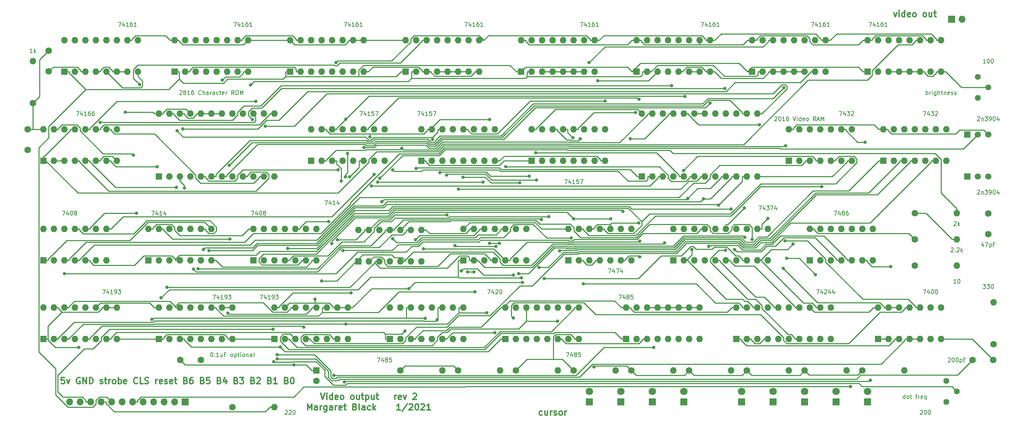
<source format=gbr>
%TF.GenerationSoftware,KiCad,Pcbnew,5.1.6-c6e7f7d~87~ubuntu16.04.1*%
%TF.CreationDate,2022-03-08T12:57:42-05:00*%
%TF.ProjectId,video,76696465-6f2e-46b6-9963-61645f706362,rev?*%
%TF.SameCoordinates,Original*%
%TF.FileFunction,Copper,L1,Top*%
%TF.FilePolarity,Positive*%
%FSLAX46Y46*%
G04 Gerber Fmt 4.6, Leading zero omitted, Abs format (unit mm)*
G04 Created by KiCad (PCBNEW 5.1.6-c6e7f7d~87~ubuntu16.04.1) date 2022-03-08 12:57:42*
%MOMM*%
%LPD*%
G01*
G04 APERTURE LIST*
%TA.AperFunction,NonConductor*%
%ADD10C,0.150000*%
%TD*%
%TA.AperFunction,NonConductor*%
%ADD11C,0.300000*%
%TD*%
%TA.AperFunction,ComponentPad*%
%ADD12C,1.600000*%
%TD*%
%TA.AperFunction,ComponentPad*%
%ADD13O,1.600000X1.600000*%
%TD*%
%TA.AperFunction,ComponentPad*%
%ADD14R,1.600000X1.600000*%
%TD*%
%TA.AperFunction,ComponentPad*%
%ADD15O,1.700000X1.700000*%
%TD*%
%TA.AperFunction,ComponentPad*%
%ADD16R,1.700000X1.700000*%
%TD*%
%TA.AperFunction,ComponentPad*%
%ADD17C,1.800000*%
%TD*%
%TA.AperFunction,ComponentPad*%
%ADD18R,1.800000X1.800000*%
%TD*%
%TA.AperFunction,ComponentPad*%
%ADD19C,1.440000*%
%TD*%
%TA.AperFunction,ComponentPad*%
%ADD20R,1.500000X1.500000*%
%TD*%
%TA.AperFunction,ComponentPad*%
%ADD21C,1.500000*%
%TD*%
%TA.AperFunction,ViaPad*%
%ADD22C,0.800000*%
%TD*%
%TA.AperFunction,Conductor*%
%ADD23C,0.250000*%
%TD*%
G04 APERTURE END LIST*
D10*
X45728571Y-83272380D02*
X45823809Y-83272380D01*
X45919047Y-83320000D01*
X45966666Y-83367619D01*
X46014285Y-83462857D01*
X46061904Y-83653333D01*
X46061904Y-83891428D01*
X46014285Y-84081904D01*
X45966666Y-84177142D01*
X45919047Y-84224761D01*
X45823809Y-84272380D01*
X45728571Y-84272380D01*
X45633333Y-84224761D01*
X45585714Y-84177142D01*
X45538095Y-84081904D01*
X45490476Y-83891428D01*
X45490476Y-83653333D01*
X45538095Y-83462857D01*
X45585714Y-83367619D01*
X45633333Y-83320000D01*
X45728571Y-83272380D01*
X46490476Y-84177142D02*
X46538095Y-84224761D01*
X46490476Y-84272380D01*
X46442857Y-84224761D01*
X46490476Y-84177142D01*
X46490476Y-84272380D01*
X47490476Y-84272380D02*
X46919047Y-84272380D01*
X47204761Y-84272380D02*
X47204761Y-83272380D01*
X47109523Y-83415238D01*
X47014285Y-83510476D01*
X46919047Y-83558095D01*
X48347619Y-83605714D02*
X48347619Y-84272380D01*
X47919047Y-83605714D02*
X47919047Y-84129523D01*
X47966666Y-84224761D01*
X48061904Y-84272380D01*
X48204761Y-84272380D01*
X48300000Y-84224761D01*
X48347619Y-84177142D01*
X49157142Y-83748571D02*
X48823809Y-83748571D01*
X48823809Y-84272380D02*
X48823809Y-83272380D01*
X49300000Y-83272380D01*
X50585714Y-84272380D02*
X50490476Y-84224761D01*
X50442857Y-84177142D01*
X50395238Y-84081904D01*
X50395238Y-83796190D01*
X50442857Y-83700952D01*
X50490476Y-83653333D01*
X50585714Y-83605714D01*
X50728571Y-83605714D01*
X50823809Y-83653333D01*
X50871428Y-83700952D01*
X50919047Y-83796190D01*
X50919047Y-84081904D01*
X50871428Y-84177142D01*
X50823809Y-84224761D01*
X50728571Y-84272380D01*
X50585714Y-84272380D01*
X51347619Y-83605714D02*
X51347619Y-84605714D01*
X51347619Y-83653333D02*
X51442857Y-83605714D01*
X51633333Y-83605714D01*
X51728571Y-83653333D01*
X51776190Y-83700952D01*
X51823809Y-83796190D01*
X51823809Y-84081904D01*
X51776190Y-84177142D01*
X51728571Y-84224761D01*
X51633333Y-84272380D01*
X51442857Y-84272380D01*
X51347619Y-84224761D01*
X52109523Y-83605714D02*
X52490476Y-83605714D01*
X52252380Y-83272380D02*
X52252380Y-84129523D01*
X52300000Y-84224761D01*
X52395238Y-84272380D01*
X52490476Y-84272380D01*
X52823809Y-84272380D02*
X52823809Y-83605714D01*
X52823809Y-83272380D02*
X52776190Y-83320000D01*
X52823809Y-83367619D01*
X52871428Y-83320000D01*
X52823809Y-83272380D01*
X52823809Y-83367619D01*
X53442857Y-84272380D02*
X53347619Y-84224761D01*
X53300000Y-84177142D01*
X53252380Y-84081904D01*
X53252380Y-83796190D01*
X53300000Y-83700952D01*
X53347619Y-83653333D01*
X53442857Y-83605714D01*
X53585714Y-83605714D01*
X53680952Y-83653333D01*
X53728571Y-83700952D01*
X53776190Y-83796190D01*
X53776190Y-84081904D01*
X53728571Y-84177142D01*
X53680952Y-84224761D01*
X53585714Y-84272380D01*
X53442857Y-84272380D01*
X54204761Y-83605714D02*
X54204761Y-84272380D01*
X54204761Y-83700952D02*
X54252380Y-83653333D01*
X54347619Y-83605714D01*
X54490476Y-83605714D01*
X54585714Y-83653333D01*
X54633333Y-83748571D01*
X54633333Y-84272380D01*
X55538095Y-84272380D02*
X55538095Y-83748571D01*
X55490476Y-83653333D01*
X55395238Y-83605714D01*
X55204761Y-83605714D01*
X55109523Y-83653333D01*
X55538095Y-84224761D02*
X55442857Y-84272380D01*
X55204761Y-84272380D01*
X55109523Y-84224761D01*
X55061904Y-84129523D01*
X55061904Y-84034285D01*
X55109523Y-83939047D01*
X55204761Y-83891428D01*
X55442857Y-83891428D01*
X55538095Y-83843809D01*
X56157142Y-84272380D02*
X56061904Y-84224761D01*
X56014285Y-84129523D01*
X56014285Y-83272380D01*
X63531904Y-97337619D02*
X63579523Y-97290000D01*
X63674761Y-97242380D01*
X63912857Y-97242380D01*
X64008095Y-97290000D01*
X64055714Y-97337619D01*
X64103333Y-97432857D01*
X64103333Y-97528095D01*
X64055714Y-97670952D01*
X63484285Y-98242380D01*
X64103333Y-98242380D01*
X64484285Y-97337619D02*
X64531904Y-97290000D01*
X64627142Y-97242380D01*
X64865238Y-97242380D01*
X64960476Y-97290000D01*
X65008095Y-97337619D01*
X65055714Y-97432857D01*
X65055714Y-97528095D01*
X65008095Y-97670952D01*
X64436666Y-98242380D01*
X65055714Y-98242380D01*
X65674761Y-97242380D02*
X65770000Y-97242380D01*
X65865238Y-97290000D01*
X65912857Y-97337619D01*
X65960476Y-97432857D01*
X66008095Y-97623333D01*
X66008095Y-97861428D01*
X65960476Y-98051904D01*
X65912857Y-98147142D01*
X65865238Y-98194761D01*
X65770000Y-98242380D01*
X65674761Y-98242380D01*
X65579523Y-98194761D01*
X65531904Y-98147142D01*
X65484285Y-98051904D01*
X65436666Y-97861428D01*
X65436666Y-97623333D01*
X65484285Y-97432857D01*
X65531904Y-97337619D01*
X65579523Y-97290000D01*
X65674761Y-97242380D01*
X2420952Y-10612380D02*
X1849523Y-10612380D01*
X2135238Y-10612380D02*
X2135238Y-9612380D01*
X2040000Y-9755238D01*
X1944761Y-9850476D01*
X1849523Y-9898095D01*
X2849523Y-10612380D02*
X2849523Y-9612380D01*
X2944761Y-10231428D02*
X3230476Y-10612380D01*
X3230476Y-9945714D02*
X2849523Y-10326666D01*
X197628095Y-24852380D02*
X198294761Y-24852380D01*
X197866190Y-25852380D01*
X199104285Y-25185714D02*
X199104285Y-25852380D01*
X198866190Y-24804761D02*
X198628095Y-25519047D01*
X199247142Y-25519047D01*
X199532857Y-24852380D02*
X200151904Y-24852380D01*
X199818571Y-25233333D01*
X199961428Y-25233333D01*
X200056666Y-25280952D01*
X200104285Y-25328571D01*
X200151904Y-25423809D01*
X200151904Y-25661904D01*
X200104285Y-25757142D01*
X200056666Y-25804761D01*
X199961428Y-25852380D01*
X199675714Y-25852380D01*
X199580476Y-25804761D01*
X199532857Y-25757142D01*
X200532857Y-24947619D02*
X200580476Y-24900000D01*
X200675714Y-24852380D01*
X200913809Y-24852380D01*
X201009047Y-24900000D01*
X201056666Y-24947619D01*
X201104285Y-25042857D01*
X201104285Y-25138095D01*
X201056666Y-25280952D01*
X200485238Y-25852380D01*
X201104285Y-25852380D01*
X218607142Y-20772380D02*
X218607142Y-19772380D01*
X218607142Y-20153333D02*
X218702380Y-20105714D01*
X218892857Y-20105714D01*
X218988095Y-20153333D01*
X219035714Y-20200952D01*
X219083333Y-20296190D01*
X219083333Y-20581904D01*
X219035714Y-20677142D01*
X218988095Y-20724761D01*
X218892857Y-20772380D01*
X218702380Y-20772380D01*
X218607142Y-20724761D01*
X219511904Y-20772380D02*
X219511904Y-20105714D01*
X219511904Y-20296190D02*
X219559523Y-20200952D01*
X219607142Y-20153333D01*
X219702380Y-20105714D01*
X219797619Y-20105714D01*
X220130952Y-20772380D02*
X220130952Y-20105714D01*
X220130952Y-19772380D02*
X220083333Y-19820000D01*
X220130952Y-19867619D01*
X220178571Y-19820000D01*
X220130952Y-19772380D01*
X220130952Y-19867619D01*
X221035714Y-20105714D02*
X221035714Y-20915238D01*
X220988095Y-21010476D01*
X220940476Y-21058095D01*
X220845238Y-21105714D01*
X220702380Y-21105714D01*
X220607142Y-21058095D01*
X221035714Y-20724761D02*
X220940476Y-20772380D01*
X220750000Y-20772380D01*
X220654761Y-20724761D01*
X220607142Y-20677142D01*
X220559523Y-20581904D01*
X220559523Y-20296190D01*
X220607142Y-20200952D01*
X220654761Y-20153333D01*
X220750000Y-20105714D01*
X220940476Y-20105714D01*
X221035714Y-20153333D01*
X221511904Y-20772380D02*
X221511904Y-19772380D01*
X221940476Y-20772380D02*
X221940476Y-20248571D01*
X221892857Y-20153333D01*
X221797619Y-20105714D01*
X221654761Y-20105714D01*
X221559523Y-20153333D01*
X221511904Y-20200952D01*
X222273809Y-20105714D02*
X222654761Y-20105714D01*
X222416666Y-19772380D02*
X222416666Y-20629523D01*
X222464285Y-20724761D01*
X222559523Y-20772380D01*
X222654761Y-20772380D01*
X222988095Y-20105714D02*
X222988095Y-20772380D01*
X222988095Y-20200952D02*
X223035714Y-20153333D01*
X223130952Y-20105714D01*
X223273809Y-20105714D01*
X223369047Y-20153333D01*
X223416666Y-20248571D01*
X223416666Y-20772380D01*
X224273809Y-20724761D02*
X224178571Y-20772380D01*
X223988095Y-20772380D01*
X223892857Y-20724761D01*
X223845238Y-20629523D01*
X223845238Y-20248571D01*
X223892857Y-20153333D01*
X223988095Y-20105714D01*
X224178571Y-20105714D01*
X224273809Y-20153333D01*
X224321428Y-20248571D01*
X224321428Y-20343809D01*
X223845238Y-20439047D01*
X224702380Y-20724761D02*
X224797619Y-20772380D01*
X224988095Y-20772380D01*
X225083333Y-20724761D01*
X225130952Y-20629523D01*
X225130952Y-20581904D01*
X225083333Y-20486666D01*
X224988095Y-20439047D01*
X224845238Y-20439047D01*
X224750000Y-20391428D01*
X224702380Y-20296190D01*
X224702380Y-20248571D01*
X224750000Y-20153333D01*
X224845238Y-20105714D01*
X224988095Y-20105714D01*
X225083333Y-20153333D01*
X225511904Y-20724761D02*
X225607142Y-20772380D01*
X225797619Y-20772380D01*
X225892857Y-20724761D01*
X225940476Y-20629523D01*
X225940476Y-20581904D01*
X225892857Y-20486666D01*
X225797619Y-20439047D01*
X225654761Y-20439047D01*
X225559523Y-20391428D01*
X225511904Y-20296190D01*
X225511904Y-20248571D01*
X225559523Y-20153333D01*
X225654761Y-20105714D01*
X225797619Y-20105714D01*
X225892857Y-20153333D01*
X213519047Y-94432380D02*
X213519047Y-93432380D01*
X213519047Y-94384761D02*
X213423809Y-94432380D01*
X213233333Y-94432380D01*
X213138095Y-94384761D01*
X213090476Y-94337142D01*
X213042857Y-94241904D01*
X213042857Y-93956190D01*
X213090476Y-93860952D01*
X213138095Y-93813333D01*
X213233333Y-93765714D01*
X213423809Y-93765714D01*
X213519047Y-93813333D01*
X214138095Y-94432380D02*
X214042857Y-94384761D01*
X213995238Y-94337142D01*
X213947619Y-94241904D01*
X213947619Y-93956190D01*
X213995238Y-93860952D01*
X214042857Y-93813333D01*
X214138095Y-93765714D01*
X214280952Y-93765714D01*
X214376190Y-93813333D01*
X214423809Y-93860952D01*
X214471428Y-93956190D01*
X214471428Y-94241904D01*
X214423809Y-94337142D01*
X214376190Y-94384761D01*
X214280952Y-94432380D01*
X214138095Y-94432380D01*
X214757142Y-93765714D02*
X215138095Y-93765714D01*
X214900000Y-93432380D02*
X214900000Y-94289523D01*
X214947619Y-94384761D01*
X215042857Y-94432380D01*
X215138095Y-94432380D01*
X216090476Y-93765714D02*
X216471428Y-93765714D01*
X216233333Y-94432380D02*
X216233333Y-93575238D01*
X216280952Y-93480000D01*
X216376190Y-93432380D01*
X216471428Y-93432380D01*
X216804761Y-94432380D02*
X216804761Y-93765714D01*
X216804761Y-93956190D02*
X216852380Y-93860952D01*
X216900000Y-93813333D01*
X216995238Y-93765714D01*
X217090476Y-93765714D01*
X217804761Y-94384761D02*
X217709523Y-94432380D01*
X217519047Y-94432380D01*
X217423809Y-94384761D01*
X217376190Y-94289523D01*
X217376190Y-93908571D01*
X217423809Y-93813333D01*
X217519047Y-93765714D01*
X217709523Y-93765714D01*
X217804761Y-93813333D01*
X217852380Y-93908571D01*
X217852380Y-94003809D01*
X217376190Y-94099047D01*
X218709523Y-93765714D02*
X218709523Y-94765714D01*
X218709523Y-94384761D02*
X218614285Y-94432380D01*
X218423809Y-94432380D01*
X218328571Y-94384761D01*
X218280952Y-94337142D01*
X218233333Y-94241904D01*
X218233333Y-93956190D01*
X218280952Y-93860952D01*
X218328571Y-93813333D01*
X218423809Y-93765714D01*
X218614285Y-93765714D01*
X218709523Y-93813333D01*
X233013333Y-13152380D02*
X232441904Y-13152380D01*
X232727619Y-13152380D02*
X232727619Y-12152380D01*
X232632380Y-12295238D01*
X232537142Y-12390476D01*
X232441904Y-12438095D01*
X233632380Y-12152380D02*
X233727619Y-12152380D01*
X233822857Y-12200000D01*
X233870476Y-12247619D01*
X233918095Y-12342857D01*
X233965714Y-12533333D01*
X233965714Y-12771428D01*
X233918095Y-12961904D01*
X233870476Y-13057142D01*
X233822857Y-13104761D01*
X233727619Y-13152380D01*
X233632380Y-13152380D01*
X233537142Y-13104761D01*
X233489523Y-13057142D01*
X233441904Y-12961904D01*
X233394285Y-12771428D01*
X233394285Y-12533333D01*
X233441904Y-12342857D01*
X233489523Y-12247619D01*
X233537142Y-12200000D01*
X233632380Y-12152380D01*
X234584761Y-12152380D02*
X234680000Y-12152380D01*
X234775238Y-12200000D01*
X234822857Y-12247619D01*
X234870476Y-12342857D01*
X234918095Y-12533333D01*
X234918095Y-12771428D01*
X234870476Y-12961904D01*
X234822857Y-13057142D01*
X234775238Y-13104761D01*
X234680000Y-13152380D01*
X234584761Y-13152380D01*
X234489523Y-13104761D01*
X234441904Y-13057142D01*
X234394285Y-12961904D01*
X234346666Y-12771428D01*
X234346666Y-12533333D01*
X234394285Y-12342857D01*
X234441904Y-12247619D01*
X234489523Y-12200000D01*
X234584761Y-12152380D01*
X231037142Y-26217619D02*
X231084761Y-26170000D01*
X231180000Y-26122380D01*
X231418095Y-26122380D01*
X231513333Y-26170000D01*
X231560952Y-26217619D01*
X231608571Y-26312857D01*
X231608571Y-26408095D01*
X231560952Y-26550952D01*
X230989523Y-27122380D01*
X231608571Y-27122380D01*
X232037142Y-26455714D02*
X232037142Y-27122380D01*
X232037142Y-26550952D02*
X232084761Y-26503333D01*
X232180000Y-26455714D01*
X232322857Y-26455714D01*
X232418095Y-26503333D01*
X232465714Y-26598571D01*
X232465714Y-27122380D01*
X232846666Y-26122380D02*
X233465714Y-26122380D01*
X233132380Y-26503333D01*
X233275238Y-26503333D01*
X233370476Y-26550952D01*
X233418095Y-26598571D01*
X233465714Y-26693809D01*
X233465714Y-26931904D01*
X233418095Y-27027142D01*
X233370476Y-27074761D01*
X233275238Y-27122380D01*
X232989523Y-27122380D01*
X232894285Y-27074761D01*
X232846666Y-27027142D01*
X233941904Y-27122380D02*
X234132380Y-27122380D01*
X234227619Y-27074761D01*
X234275238Y-27027142D01*
X234370476Y-26884285D01*
X234418095Y-26693809D01*
X234418095Y-26312857D01*
X234370476Y-26217619D01*
X234322857Y-26170000D01*
X234227619Y-26122380D01*
X234037142Y-26122380D01*
X233941904Y-26170000D01*
X233894285Y-26217619D01*
X233846666Y-26312857D01*
X233846666Y-26550952D01*
X233894285Y-26646190D01*
X233941904Y-26693809D01*
X234037142Y-26741428D01*
X234227619Y-26741428D01*
X234322857Y-26693809D01*
X234370476Y-26646190D01*
X234418095Y-26550952D01*
X235037142Y-26122380D02*
X235132380Y-26122380D01*
X235227619Y-26170000D01*
X235275238Y-26217619D01*
X235322857Y-26312857D01*
X235370476Y-26503333D01*
X235370476Y-26741428D01*
X235322857Y-26931904D01*
X235275238Y-27027142D01*
X235227619Y-27074761D01*
X235132380Y-27122380D01*
X235037142Y-27122380D01*
X234941904Y-27074761D01*
X234894285Y-27027142D01*
X234846666Y-26931904D01*
X234799047Y-26741428D01*
X234799047Y-26503333D01*
X234846666Y-26312857D01*
X234894285Y-26217619D01*
X234941904Y-26170000D01*
X235037142Y-26122380D01*
X236227619Y-26455714D02*
X236227619Y-27122380D01*
X235989523Y-26074761D02*
X235751428Y-26789047D01*
X236370476Y-26789047D01*
X231037142Y-43997619D02*
X231084761Y-43950000D01*
X231180000Y-43902380D01*
X231418095Y-43902380D01*
X231513333Y-43950000D01*
X231560952Y-43997619D01*
X231608571Y-44092857D01*
X231608571Y-44188095D01*
X231560952Y-44330952D01*
X230989523Y-44902380D01*
X231608571Y-44902380D01*
X232037142Y-44235714D02*
X232037142Y-44902380D01*
X232037142Y-44330952D02*
X232084761Y-44283333D01*
X232180000Y-44235714D01*
X232322857Y-44235714D01*
X232418095Y-44283333D01*
X232465714Y-44378571D01*
X232465714Y-44902380D01*
X232846666Y-43902380D02*
X233465714Y-43902380D01*
X233132380Y-44283333D01*
X233275238Y-44283333D01*
X233370476Y-44330952D01*
X233418095Y-44378571D01*
X233465714Y-44473809D01*
X233465714Y-44711904D01*
X233418095Y-44807142D01*
X233370476Y-44854761D01*
X233275238Y-44902380D01*
X232989523Y-44902380D01*
X232894285Y-44854761D01*
X232846666Y-44807142D01*
X233941904Y-44902380D02*
X234132380Y-44902380D01*
X234227619Y-44854761D01*
X234275238Y-44807142D01*
X234370476Y-44664285D01*
X234418095Y-44473809D01*
X234418095Y-44092857D01*
X234370476Y-43997619D01*
X234322857Y-43950000D01*
X234227619Y-43902380D01*
X234037142Y-43902380D01*
X233941904Y-43950000D01*
X233894285Y-43997619D01*
X233846666Y-44092857D01*
X233846666Y-44330952D01*
X233894285Y-44426190D01*
X233941904Y-44473809D01*
X234037142Y-44521428D01*
X234227619Y-44521428D01*
X234322857Y-44473809D01*
X234370476Y-44426190D01*
X234418095Y-44330952D01*
X235037142Y-43902380D02*
X235132380Y-43902380D01*
X235227619Y-43950000D01*
X235275238Y-43997619D01*
X235322857Y-44092857D01*
X235370476Y-44283333D01*
X235370476Y-44521428D01*
X235322857Y-44711904D01*
X235275238Y-44807142D01*
X235227619Y-44854761D01*
X235132380Y-44902380D01*
X235037142Y-44902380D01*
X234941904Y-44854761D01*
X234894285Y-44807142D01*
X234846666Y-44711904D01*
X234799047Y-44521428D01*
X234799047Y-44283333D01*
X234846666Y-44092857D01*
X234894285Y-43997619D01*
X234941904Y-43950000D01*
X235037142Y-43902380D01*
X236227619Y-44235714D02*
X236227619Y-44902380D01*
X235989523Y-43854761D02*
X235751428Y-44569047D01*
X236370476Y-44569047D01*
X225369523Y-51617619D02*
X225417142Y-51570000D01*
X225512380Y-51522380D01*
X225750476Y-51522380D01*
X225845714Y-51570000D01*
X225893333Y-51617619D01*
X225940952Y-51712857D01*
X225940952Y-51808095D01*
X225893333Y-51950952D01*
X225321904Y-52522380D01*
X225940952Y-52522380D01*
X226369523Y-52522380D02*
X226369523Y-51522380D01*
X226464761Y-52141428D02*
X226750476Y-52522380D01*
X226750476Y-51855714D02*
X226369523Y-52236666D01*
X224655238Y-57967619D02*
X224702857Y-57920000D01*
X224798095Y-57872380D01*
X225036190Y-57872380D01*
X225131428Y-57920000D01*
X225179047Y-57967619D01*
X225226666Y-58062857D01*
X225226666Y-58158095D01*
X225179047Y-58300952D01*
X224607619Y-58872380D01*
X225226666Y-58872380D01*
X225655238Y-58777142D02*
X225702857Y-58824761D01*
X225655238Y-58872380D01*
X225607619Y-58824761D01*
X225655238Y-58777142D01*
X225655238Y-58872380D01*
X226083809Y-57967619D02*
X226131428Y-57920000D01*
X226226666Y-57872380D01*
X226464761Y-57872380D01*
X226560000Y-57920000D01*
X226607619Y-57967619D01*
X226655238Y-58062857D01*
X226655238Y-58158095D01*
X226607619Y-58300952D01*
X226036190Y-58872380D01*
X226655238Y-58872380D01*
X227083809Y-58872380D02*
X227083809Y-57872380D01*
X227179047Y-58491428D02*
X227464761Y-58872380D01*
X227464761Y-58205714D02*
X227083809Y-58586666D01*
X225869523Y-66492380D02*
X225298095Y-66492380D01*
X225583809Y-66492380D02*
X225583809Y-65492380D01*
X225488571Y-65635238D01*
X225393333Y-65730476D01*
X225298095Y-65778095D01*
X226488571Y-65492380D02*
X226583809Y-65492380D01*
X226679047Y-65540000D01*
X226726666Y-65587619D01*
X226774285Y-65682857D01*
X226821904Y-65873333D01*
X226821904Y-66111428D01*
X226774285Y-66301904D01*
X226726666Y-66397142D01*
X226679047Y-66444761D01*
X226583809Y-66492380D01*
X226488571Y-66492380D01*
X226393333Y-66444761D01*
X226345714Y-66397142D01*
X226298095Y-66301904D01*
X226250476Y-66111428D01*
X226250476Y-65873333D01*
X226298095Y-65682857D01*
X226345714Y-65587619D01*
X226393333Y-65540000D01*
X226488571Y-65492380D01*
X232513333Y-56935714D02*
X232513333Y-57602380D01*
X232275238Y-56554761D02*
X232037142Y-57269047D01*
X232656190Y-57269047D01*
X232941904Y-56602380D02*
X233608571Y-56602380D01*
X233180000Y-57602380D01*
X233989523Y-56935714D02*
X233989523Y-57935714D01*
X233989523Y-56983333D02*
X234084761Y-56935714D01*
X234275238Y-56935714D01*
X234370476Y-56983333D01*
X234418095Y-57030952D01*
X234465714Y-57126190D01*
X234465714Y-57411904D01*
X234418095Y-57507142D01*
X234370476Y-57554761D01*
X234275238Y-57602380D01*
X234084761Y-57602380D01*
X233989523Y-57554761D01*
X235227619Y-57078571D02*
X234894285Y-57078571D01*
X234894285Y-57602380D02*
X234894285Y-56602380D01*
X235370476Y-56602380D01*
X232394285Y-66762380D02*
X233013333Y-66762380D01*
X232680000Y-67143333D01*
X232822857Y-67143333D01*
X232918095Y-67190952D01*
X232965714Y-67238571D01*
X233013333Y-67333809D01*
X233013333Y-67571904D01*
X232965714Y-67667142D01*
X232918095Y-67714761D01*
X232822857Y-67762380D01*
X232537142Y-67762380D01*
X232441904Y-67714761D01*
X232394285Y-67667142D01*
X233346666Y-66762380D02*
X233965714Y-66762380D01*
X233632380Y-67143333D01*
X233775238Y-67143333D01*
X233870476Y-67190952D01*
X233918095Y-67238571D01*
X233965714Y-67333809D01*
X233965714Y-67571904D01*
X233918095Y-67667142D01*
X233870476Y-67714761D01*
X233775238Y-67762380D01*
X233489523Y-67762380D01*
X233394285Y-67714761D01*
X233346666Y-67667142D01*
X234584761Y-66762380D02*
X234680000Y-66762380D01*
X234775238Y-66810000D01*
X234822857Y-66857619D01*
X234870476Y-66952857D01*
X234918095Y-67143333D01*
X234918095Y-67381428D01*
X234870476Y-67571904D01*
X234822857Y-67667142D01*
X234775238Y-67714761D01*
X234680000Y-67762380D01*
X234584761Y-67762380D01*
X234489523Y-67714761D01*
X234441904Y-67667142D01*
X234394285Y-67571904D01*
X234346666Y-67381428D01*
X234346666Y-67143333D01*
X234394285Y-66952857D01*
X234441904Y-66857619D01*
X234489523Y-66810000D01*
X234584761Y-66762380D01*
X223940952Y-84637619D02*
X223988571Y-84590000D01*
X224083809Y-84542380D01*
X224321904Y-84542380D01*
X224417142Y-84590000D01*
X224464761Y-84637619D01*
X224512380Y-84732857D01*
X224512380Y-84828095D01*
X224464761Y-84970952D01*
X223893333Y-85542380D01*
X224512380Y-85542380D01*
X225131428Y-84542380D02*
X225226666Y-84542380D01*
X225321904Y-84590000D01*
X225369523Y-84637619D01*
X225417142Y-84732857D01*
X225464761Y-84923333D01*
X225464761Y-85161428D01*
X225417142Y-85351904D01*
X225369523Y-85447142D01*
X225321904Y-85494761D01*
X225226666Y-85542380D01*
X225131428Y-85542380D01*
X225036190Y-85494761D01*
X224988571Y-85447142D01*
X224940952Y-85351904D01*
X224893333Y-85161428D01*
X224893333Y-84923333D01*
X224940952Y-84732857D01*
X224988571Y-84637619D01*
X225036190Y-84590000D01*
X225131428Y-84542380D01*
X226083809Y-84542380D02*
X226179047Y-84542380D01*
X226274285Y-84590000D01*
X226321904Y-84637619D01*
X226369523Y-84732857D01*
X226417142Y-84923333D01*
X226417142Y-85161428D01*
X226369523Y-85351904D01*
X226321904Y-85447142D01*
X226274285Y-85494761D01*
X226179047Y-85542380D01*
X226083809Y-85542380D01*
X225988571Y-85494761D01*
X225940952Y-85447142D01*
X225893333Y-85351904D01*
X225845714Y-85161428D01*
X225845714Y-84923333D01*
X225893333Y-84732857D01*
X225940952Y-84637619D01*
X225988571Y-84590000D01*
X226083809Y-84542380D01*
X226845714Y-84875714D02*
X226845714Y-85875714D01*
X226845714Y-84923333D02*
X226940952Y-84875714D01*
X227131428Y-84875714D01*
X227226666Y-84923333D01*
X227274285Y-84970952D01*
X227321904Y-85066190D01*
X227321904Y-85351904D01*
X227274285Y-85447142D01*
X227226666Y-85494761D01*
X227131428Y-85542380D01*
X226940952Y-85542380D01*
X226845714Y-85494761D01*
X228083809Y-85018571D02*
X227750476Y-85018571D01*
X227750476Y-85542380D02*
X227750476Y-84542380D01*
X228226666Y-84542380D01*
X217201904Y-97337619D02*
X217249523Y-97290000D01*
X217344761Y-97242380D01*
X217582857Y-97242380D01*
X217678095Y-97290000D01*
X217725714Y-97337619D01*
X217773333Y-97432857D01*
X217773333Y-97528095D01*
X217725714Y-97670952D01*
X217154285Y-98242380D01*
X217773333Y-98242380D01*
X218392380Y-97242380D02*
X218487619Y-97242380D01*
X218582857Y-97290000D01*
X218630476Y-97337619D01*
X218678095Y-97432857D01*
X218725714Y-97623333D01*
X218725714Y-97861428D01*
X218678095Y-98051904D01*
X218630476Y-98147142D01*
X218582857Y-98194761D01*
X218487619Y-98242380D01*
X218392380Y-98242380D01*
X218297142Y-98194761D01*
X218249523Y-98147142D01*
X218201904Y-98051904D01*
X218154285Y-97861428D01*
X218154285Y-97623333D01*
X218201904Y-97432857D01*
X218249523Y-97337619D01*
X218297142Y-97290000D01*
X218392380Y-97242380D01*
X219344761Y-97242380D02*
X219440000Y-97242380D01*
X219535238Y-97290000D01*
X219582857Y-97337619D01*
X219630476Y-97432857D01*
X219678095Y-97623333D01*
X219678095Y-97861428D01*
X219630476Y-98051904D01*
X219582857Y-98147142D01*
X219535238Y-98194761D01*
X219440000Y-98242380D01*
X219344761Y-98242380D01*
X219249523Y-98194761D01*
X219201904Y-98147142D01*
X219154285Y-98051904D01*
X219106666Y-97861428D01*
X219106666Y-97623333D01*
X219154285Y-97432857D01*
X219201904Y-97337619D01*
X219249523Y-97290000D01*
X219344761Y-97242380D01*
X217948095Y-68032380D02*
X218614761Y-68032380D01*
X218186190Y-69032380D01*
X219424285Y-68365714D02*
X219424285Y-69032380D01*
X219186190Y-67984761D02*
X218948095Y-68699047D01*
X219567142Y-68699047D01*
X220138571Y-68032380D02*
X220233809Y-68032380D01*
X220329047Y-68080000D01*
X220376666Y-68127619D01*
X220424285Y-68222857D01*
X220471904Y-68413333D01*
X220471904Y-68651428D01*
X220424285Y-68841904D01*
X220376666Y-68937142D01*
X220329047Y-68984761D01*
X220233809Y-69032380D01*
X220138571Y-69032380D01*
X220043333Y-68984761D01*
X219995714Y-68937142D01*
X219948095Y-68841904D01*
X219900476Y-68651428D01*
X219900476Y-68413333D01*
X219948095Y-68222857D01*
X219995714Y-68127619D01*
X220043333Y-68080000D01*
X220138571Y-68032380D01*
X221090952Y-68032380D02*
X221186190Y-68032380D01*
X221281428Y-68080000D01*
X221329047Y-68127619D01*
X221376666Y-68222857D01*
X221424285Y-68413333D01*
X221424285Y-68651428D01*
X221376666Y-68841904D01*
X221329047Y-68937142D01*
X221281428Y-68984761D01*
X221186190Y-69032380D01*
X221090952Y-69032380D01*
X220995714Y-68984761D01*
X220948095Y-68937142D01*
X220900476Y-68841904D01*
X220852857Y-68651428D01*
X220852857Y-68413333D01*
X220900476Y-68222857D01*
X220948095Y-68127619D01*
X220995714Y-68080000D01*
X221090952Y-68032380D01*
X192071904Y-68032380D02*
X192738571Y-68032380D01*
X192310000Y-69032380D01*
X193548095Y-68365714D02*
X193548095Y-69032380D01*
X193310000Y-67984761D02*
X193071904Y-68699047D01*
X193690952Y-68699047D01*
X194024285Y-68127619D02*
X194071904Y-68080000D01*
X194167142Y-68032380D01*
X194405238Y-68032380D01*
X194500476Y-68080000D01*
X194548095Y-68127619D01*
X194595714Y-68222857D01*
X194595714Y-68318095D01*
X194548095Y-68460952D01*
X193976666Y-69032380D01*
X194595714Y-69032380D01*
X195452857Y-68365714D02*
X195452857Y-69032380D01*
X195214761Y-67984761D02*
X194976666Y-68699047D01*
X195595714Y-68699047D01*
X196405238Y-68365714D02*
X196405238Y-69032380D01*
X196167142Y-67984761D02*
X195929047Y-68699047D01*
X196548095Y-68699047D01*
X144288095Y-69302380D02*
X144954761Y-69302380D01*
X144526190Y-70302380D01*
X145764285Y-69635714D02*
X145764285Y-70302380D01*
X145526190Y-69254761D02*
X145288095Y-69969047D01*
X145907142Y-69969047D01*
X146430952Y-69730952D02*
X146335714Y-69683333D01*
X146288095Y-69635714D01*
X146240476Y-69540476D01*
X146240476Y-69492857D01*
X146288095Y-69397619D01*
X146335714Y-69350000D01*
X146430952Y-69302380D01*
X146621428Y-69302380D01*
X146716666Y-69350000D01*
X146764285Y-69397619D01*
X146811904Y-69492857D01*
X146811904Y-69540476D01*
X146764285Y-69635714D01*
X146716666Y-69683333D01*
X146621428Y-69730952D01*
X146430952Y-69730952D01*
X146335714Y-69778571D01*
X146288095Y-69826190D01*
X146240476Y-69921428D01*
X146240476Y-70111904D01*
X146288095Y-70207142D01*
X146335714Y-70254761D01*
X146430952Y-70302380D01*
X146621428Y-70302380D01*
X146716666Y-70254761D01*
X146764285Y-70207142D01*
X146811904Y-70111904D01*
X146811904Y-69921428D01*
X146764285Y-69826190D01*
X146716666Y-69778571D01*
X146621428Y-69730952D01*
X147716666Y-69302380D02*
X147240476Y-69302380D01*
X147192857Y-69778571D01*
X147240476Y-69730952D01*
X147335714Y-69683333D01*
X147573809Y-69683333D01*
X147669047Y-69730952D01*
X147716666Y-69778571D01*
X147764285Y-69873809D01*
X147764285Y-70111904D01*
X147716666Y-70207142D01*
X147669047Y-70254761D01*
X147573809Y-70302380D01*
X147335714Y-70302380D01*
X147240476Y-70254761D01*
X147192857Y-70207142D01*
X131588095Y-83272380D02*
X132254761Y-83272380D01*
X131826190Y-84272380D01*
X133064285Y-83605714D02*
X133064285Y-84272380D01*
X132826190Y-83224761D02*
X132588095Y-83939047D01*
X133207142Y-83939047D01*
X133730952Y-83700952D02*
X133635714Y-83653333D01*
X133588095Y-83605714D01*
X133540476Y-83510476D01*
X133540476Y-83462857D01*
X133588095Y-83367619D01*
X133635714Y-83320000D01*
X133730952Y-83272380D01*
X133921428Y-83272380D01*
X134016666Y-83320000D01*
X134064285Y-83367619D01*
X134111904Y-83462857D01*
X134111904Y-83510476D01*
X134064285Y-83605714D01*
X134016666Y-83653333D01*
X133921428Y-83700952D01*
X133730952Y-83700952D01*
X133635714Y-83748571D01*
X133588095Y-83796190D01*
X133540476Y-83891428D01*
X133540476Y-84081904D01*
X133588095Y-84177142D01*
X133635714Y-84224761D01*
X133730952Y-84272380D01*
X133921428Y-84272380D01*
X134016666Y-84224761D01*
X134064285Y-84177142D01*
X134111904Y-84081904D01*
X134111904Y-83891428D01*
X134064285Y-83796190D01*
X134016666Y-83748571D01*
X133921428Y-83700952D01*
X135016666Y-83272380D02*
X134540476Y-83272380D01*
X134492857Y-83748571D01*
X134540476Y-83700952D01*
X134635714Y-83653333D01*
X134873809Y-83653333D01*
X134969047Y-83700952D01*
X135016666Y-83748571D01*
X135064285Y-83843809D01*
X135064285Y-84081904D01*
X135016666Y-84177142D01*
X134969047Y-84224761D01*
X134873809Y-84272380D01*
X134635714Y-84272380D01*
X134540476Y-84224761D01*
X134492857Y-84177142D01*
X85868095Y-84542380D02*
X86534761Y-84542380D01*
X86106190Y-85542380D01*
X87344285Y-84875714D02*
X87344285Y-85542380D01*
X87106190Y-84494761D02*
X86868095Y-85209047D01*
X87487142Y-85209047D01*
X88010952Y-84970952D02*
X87915714Y-84923333D01*
X87868095Y-84875714D01*
X87820476Y-84780476D01*
X87820476Y-84732857D01*
X87868095Y-84637619D01*
X87915714Y-84590000D01*
X88010952Y-84542380D01*
X88201428Y-84542380D01*
X88296666Y-84590000D01*
X88344285Y-84637619D01*
X88391904Y-84732857D01*
X88391904Y-84780476D01*
X88344285Y-84875714D01*
X88296666Y-84923333D01*
X88201428Y-84970952D01*
X88010952Y-84970952D01*
X87915714Y-85018571D01*
X87868095Y-85066190D01*
X87820476Y-85161428D01*
X87820476Y-85351904D01*
X87868095Y-85447142D01*
X87915714Y-85494761D01*
X88010952Y-85542380D01*
X88201428Y-85542380D01*
X88296666Y-85494761D01*
X88344285Y-85447142D01*
X88391904Y-85351904D01*
X88391904Y-85161428D01*
X88344285Y-85066190D01*
X88296666Y-85018571D01*
X88201428Y-84970952D01*
X89296666Y-84542380D02*
X88820476Y-84542380D01*
X88772857Y-85018571D01*
X88820476Y-84970952D01*
X88915714Y-84923333D01*
X89153809Y-84923333D01*
X89249047Y-84970952D01*
X89296666Y-85018571D01*
X89344285Y-85113809D01*
X89344285Y-85351904D01*
X89296666Y-85447142D01*
X89249047Y-85494761D01*
X89153809Y-85542380D01*
X88915714Y-85542380D01*
X88820476Y-85494761D01*
X88772857Y-85447142D01*
X57451904Y-69302380D02*
X58118571Y-69302380D01*
X57690000Y-70302380D01*
X58928095Y-69635714D02*
X58928095Y-70302380D01*
X58690000Y-69254761D02*
X58451904Y-69969047D01*
X59070952Y-69969047D01*
X59975714Y-70302380D02*
X59404285Y-70302380D01*
X59690000Y-70302380D02*
X59690000Y-69302380D01*
X59594761Y-69445238D01*
X59499523Y-69540476D01*
X59404285Y-69588095D01*
X60451904Y-70302380D02*
X60642380Y-70302380D01*
X60737619Y-70254761D01*
X60785238Y-70207142D01*
X60880476Y-70064285D01*
X60928095Y-69873809D01*
X60928095Y-69492857D01*
X60880476Y-69397619D01*
X60832857Y-69350000D01*
X60737619Y-69302380D01*
X60547142Y-69302380D01*
X60451904Y-69350000D01*
X60404285Y-69397619D01*
X60356666Y-69492857D01*
X60356666Y-69730952D01*
X60404285Y-69826190D01*
X60451904Y-69873809D01*
X60547142Y-69921428D01*
X60737619Y-69921428D01*
X60832857Y-69873809D01*
X60880476Y-69826190D01*
X60928095Y-69730952D01*
X61261428Y-69302380D02*
X61880476Y-69302380D01*
X61547142Y-69683333D01*
X61690000Y-69683333D01*
X61785238Y-69730952D01*
X61832857Y-69778571D01*
X61880476Y-69873809D01*
X61880476Y-70111904D01*
X61832857Y-70207142D01*
X61785238Y-70254761D01*
X61690000Y-70302380D01*
X61404285Y-70302380D01*
X61309047Y-70254761D01*
X61261428Y-70207142D01*
X46021904Y-69302380D02*
X46688571Y-69302380D01*
X46260000Y-70302380D01*
X47498095Y-69635714D02*
X47498095Y-70302380D01*
X47260000Y-69254761D02*
X47021904Y-69969047D01*
X47640952Y-69969047D01*
X48545714Y-70302380D02*
X47974285Y-70302380D01*
X48260000Y-70302380D02*
X48260000Y-69302380D01*
X48164761Y-69445238D01*
X48069523Y-69540476D01*
X47974285Y-69588095D01*
X49021904Y-70302380D02*
X49212380Y-70302380D01*
X49307619Y-70254761D01*
X49355238Y-70207142D01*
X49450476Y-70064285D01*
X49498095Y-69873809D01*
X49498095Y-69492857D01*
X49450476Y-69397619D01*
X49402857Y-69350000D01*
X49307619Y-69302380D01*
X49117142Y-69302380D01*
X49021904Y-69350000D01*
X48974285Y-69397619D01*
X48926666Y-69492857D01*
X48926666Y-69730952D01*
X48974285Y-69826190D01*
X49021904Y-69873809D01*
X49117142Y-69921428D01*
X49307619Y-69921428D01*
X49402857Y-69873809D01*
X49450476Y-69826190D01*
X49498095Y-69730952D01*
X49831428Y-69302380D02*
X50450476Y-69302380D01*
X50117142Y-69683333D01*
X50260000Y-69683333D01*
X50355238Y-69730952D01*
X50402857Y-69778571D01*
X50450476Y-69873809D01*
X50450476Y-70111904D01*
X50402857Y-70207142D01*
X50355238Y-70254761D01*
X50260000Y-70302380D01*
X49974285Y-70302380D01*
X49879047Y-70254761D01*
X49831428Y-70207142D01*
X19351904Y-68032380D02*
X20018571Y-68032380D01*
X19590000Y-69032380D01*
X20828095Y-68365714D02*
X20828095Y-69032380D01*
X20590000Y-67984761D02*
X20351904Y-68699047D01*
X20970952Y-68699047D01*
X21875714Y-69032380D02*
X21304285Y-69032380D01*
X21590000Y-69032380D02*
X21590000Y-68032380D01*
X21494761Y-68175238D01*
X21399523Y-68270476D01*
X21304285Y-68318095D01*
X22351904Y-69032380D02*
X22542380Y-69032380D01*
X22637619Y-68984761D01*
X22685238Y-68937142D01*
X22780476Y-68794285D01*
X22828095Y-68603809D01*
X22828095Y-68222857D01*
X22780476Y-68127619D01*
X22732857Y-68080000D01*
X22637619Y-68032380D01*
X22447142Y-68032380D01*
X22351904Y-68080000D01*
X22304285Y-68127619D01*
X22256666Y-68222857D01*
X22256666Y-68460952D01*
X22304285Y-68556190D01*
X22351904Y-68603809D01*
X22447142Y-68651428D01*
X22637619Y-68651428D01*
X22732857Y-68603809D01*
X22780476Y-68556190D01*
X22828095Y-68460952D01*
X23161428Y-68032380D02*
X23780476Y-68032380D01*
X23447142Y-68413333D01*
X23590000Y-68413333D01*
X23685238Y-68460952D01*
X23732857Y-68508571D01*
X23780476Y-68603809D01*
X23780476Y-68841904D01*
X23732857Y-68937142D01*
X23685238Y-68984761D01*
X23590000Y-69032380D01*
X23304285Y-69032380D01*
X23209047Y-68984761D01*
X23161428Y-68937142D01*
X9668095Y-48982380D02*
X10334761Y-48982380D01*
X9906190Y-49982380D01*
X11144285Y-49315714D02*
X11144285Y-49982380D01*
X10906190Y-48934761D02*
X10668095Y-49649047D01*
X11287142Y-49649047D01*
X11858571Y-48982380D02*
X11953809Y-48982380D01*
X12049047Y-49030000D01*
X12096666Y-49077619D01*
X12144285Y-49172857D01*
X12191904Y-49363333D01*
X12191904Y-49601428D01*
X12144285Y-49791904D01*
X12096666Y-49887142D01*
X12049047Y-49934761D01*
X11953809Y-49982380D01*
X11858571Y-49982380D01*
X11763333Y-49934761D01*
X11715714Y-49887142D01*
X11668095Y-49791904D01*
X11620476Y-49601428D01*
X11620476Y-49363333D01*
X11668095Y-49172857D01*
X11715714Y-49077619D01*
X11763333Y-49030000D01*
X11858571Y-48982380D01*
X12763333Y-49410952D02*
X12668095Y-49363333D01*
X12620476Y-49315714D01*
X12572857Y-49220476D01*
X12572857Y-49172857D01*
X12620476Y-49077619D01*
X12668095Y-49030000D01*
X12763333Y-48982380D01*
X12953809Y-48982380D01*
X13049047Y-49030000D01*
X13096666Y-49077619D01*
X13144285Y-49172857D01*
X13144285Y-49220476D01*
X13096666Y-49315714D01*
X13049047Y-49363333D01*
X12953809Y-49410952D01*
X12763333Y-49410952D01*
X12668095Y-49458571D01*
X12620476Y-49506190D01*
X12572857Y-49601428D01*
X12572857Y-49791904D01*
X12620476Y-49887142D01*
X12668095Y-49934761D01*
X12763333Y-49982380D01*
X12953809Y-49982380D01*
X13049047Y-49934761D01*
X13096666Y-49887142D01*
X13144285Y-49791904D01*
X13144285Y-49601428D01*
X13096666Y-49506190D01*
X13049047Y-49458571D01*
X12953809Y-49410952D01*
X196358095Y-48982380D02*
X197024761Y-48982380D01*
X196596190Y-49982380D01*
X197834285Y-49315714D02*
X197834285Y-49982380D01*
X197596190Y-48934761D02*
X197358095Y-49649047D01*
X197977142Y-49649047D01*
X198500952Y-49410952D02*
X198405714Y-49363333D01*
X198358095Y-49315714D01*
X198310476Y-49220476D01*
X198310476Y-49172857D01*
X198358095Y-49077619D01*
X198405714Y-49030000D01*
X198500952Y-48982380D01*
X198691428Y-48982380D01*
X198786666Y-49030000D01*
X198834285Y-49077619D01*
X198881904Y-49172857D01*
X198881904Y-49220476D01*
X198834285Y-49315714D01*
X198786666Y-49363333D01*
X198691428Y-49410952D01*
X198500952Y-49410952D01*
X198405714Y-49458571D01*
X198358095Y-49506190D01*
X198310476Y-49601428D01*
X198310476Y-49791904D01*
X198358095Y-49887142D01*
X198405714Y-49934761D01*
X198500952Y-49982380D01*
X198691428Y-49982380D01*
X198786666Y-49934761D01*
X198834285Y-49887142D01*
X198881904Y-49791904D01*
X198881904Y-49601428D01*
X198834285Y-49506190D01*
X198786666Y-49458571D01*
X198691428Y-49410952D01*
X199739047Y-48982380D02*
X199548571Y-48982380D01*
X199453333Y-49030000D01*
X199405714Y-49077619D01*
X199310476Y-49220476D01*
X199262857Y-49410952D01*
X199262857Y-49791904D01*
X199310476Y-49887142D01*
X199358095Y-49934761D01*
X199453333Y-49982380D01*
X199643809Y-49982380D01*
X199739047Y-49934761D01*
X199786666Y-49887142D01*
X199834285Y-49791904D01*
X199834285Y-49553809D01*
X199786666Y-49458571D01*
X199739047Y-49410952D01*
X199643809Y-49363333D01*
X199453333Y-49363333D01*
X199358095Y-49410952D01*
X199310476Y-49458571D01*
X199262857Y-49553809D01*
X55388095Y-48982380D02*
X56054761Y-48982380D01*
X55626190Y-49982380D01*
X56864285Y-49315714D02*
X56864285Y-49982380D01*
X56626190Y-48934761D02*
X56388095Y-49649047D01*
X57007142Y-49649047D01*
X57578571Y-48982380D02*
X57673809Y-48982380D01*
X57769047Y-49030000D01*
X57816666Y-49077619D01*
X57864285Y-49172857D01*
X57911904Y-49363333D01*
X57911904Y-49601428D01*
X57864285Y-49791904D01*
X57816666Y-49887142D01*
X57769047Y-49934761D01*
X57673809Y-49982380D01*
X57578571Y-49982380D01*
X57483333Y-49934761D01*
X57435714Y-49887142D01*
X57388095Y-49791904D01*
X57340476Y-49601428D01*
X57340476Y-49363333D01*
X57388095Y-49172857D01*
X57435714Y-49077619D01*
X57483333Y-49030000D01*
X57578571Y-48982380D01*
X58483333Y-49410952D02*
X58388095Y-49363333D01*
X58340476Y-49315714D01*
X58292857Y-49220476D01*
X58292857Y-49172857D01*
X58340476Y-49077619D01*
X58388095Y-49030000D01*
X58483333Y-48982380D01*
X58673809Y-48982380D01*
X58769047Y-49030000D01*
X58816666Y-49077619D01*
X58864285Y-49172857D01*
X58864285Y-49220476D01*
X58816666Y-49315714D01*
X58769047Y-49363333D01*
X58673809Y-49410952D01*
X58483333Y-49410952D01*
X58388095Y-49458571D01*
X58340476Y-49506190D01*
X58292857Y-49601428D01*
X58292857Y-49791904D01*
X58340476Y-49887142D01*
X58388095Y-49934761D01*
X58483333Y-49982380D01*
X58673809Y-49982380D01*
X58769047Y-49934761D01*
X58816666Y-49887142D01*
X58864285Y-49791904D01*
X58864285Y-49601428D01*
X58816666Y-49506190D01*
X58769047Y-49458571D01*
X58673809Y-49410952D01*
X73168095Y-46442380D02*
X73834761Y-46442380D01*
X73406190Y-47442380D01*
X74644285Y-46775714D02*
X74644285Y-47442380D01*
X74406190Y-46394761D02*
X74168095Y-47109047D01*
X74787142Y-47109047D01*
X75691904Y-47442380D02*
X75120476Y-47442380D01*
X75406190Y-47442380D02*
X75406190Y-46442380D01*
X75310952Y-46585238D01*
X75215714Y-46680476D01*
X75120476Y-46728095D01*
X76549047Y-46775714D02*
X76549047Y-47442380D01*
X76310952Y-46394761D02*
X76072857Y-47109047D01*
X76691904Y-47109047D01*
X112538095Y-68032380D02*
X113204761Y-68032380D01*
X112776190Y-69032380D01*
X114014285Y-68365714D02*
X114014285Y-69032380D01*
X113776190Y-67984761D02*
X113538095Y-68699047D01*
X114157142Y-68699047D01*
X114490476Y-68127619D02*
X114538095Y-68080000D01*
X114633333Y-68032380D01*
X114871428Y-68032380D01*
X114966666Y-68080000D01*
X115014285Y-68127619D01*
X115061904Y-68222857D01*
X115061904Y-68318095D01*
X115014285Y-68460952D01*
X114442857Y-69032380D01*
X115061904Y-69032380D01*
X115680952Y-68032380D02*
X115776190Y-68032380D01*
X115871428Y-68080000D01*
X115919047Y-68127619D01*
X115966666Y-68222857D01*
X116014285Y-68413333D01*
X116014285Y-68651428D01*
X115966666Y-68841904D01*
X115919047Y-68937142D01*
X115871428Y-68984761D01*
X115776190Y-69032380D01*
X115680952Y-69032380D01*
X115585714Y-68984761D01*
X115538095Y-68937142D01*
X115490476Y-68841904D01*
X115442857Y-68651428D01*
X115442857Y-68413333D01*
X115490476Y-68222857D01*
X115538095Y-68127619D01*
X115585714Y-68080000D01*
X115680952Y-68032380D01*
X141748095Y-62952380D02*
X142414761Y-62952380D01*
X141986190Y-63952380D01*
X143224285Y-63285714D02*
X143224285Y-63952380D01*
X142986190Y-62904761D02*
X142748095Y-63619047D01*
X143367142Y-63619047D01*
X143652857Y-62952380D02*
X144319523Y-62952380D01*
X143890952Y-63952380D01*
X145129047Y-63285714D02*
X145129047Y-63952380D01*
X144890952Y-62904761D02*
X144652857Y-63619047D01*
X145271904Y-63619047D01*
X178101904Y-47712380D02*
X178768571Y-47712380D01*
X178340000Y-48712380D01*
X179578095Y-48045714D02*
X179578095Y-48712380D01*
X179340000Y-47664761D02*
X179101904Y-48379047D01*
X179720952Y-48379047D01*
X180006666Y-47712380D02*
X180625714Y-47712380D01*
X180292380Y-48093333D01*
X180435238Y-48093333D01*
X180530476Y-48140952D01*
X180578095Y-48188571D01*
X180625714Y-48283809D01*
X180625714Y-48521904D01*
X180578095Y-48617142D01*
X180530476Y-48664761D01*
X180435238Y-48712380D01*
X180149523Y-48712380D01*
X180054285Y-48664761D01*
X180006666Y-48617142D01*
X180959047Y-47712380D02*
X181625714Y-47712380D01*
X181197142Y-48712380D01*
X182435238Y-48045714D02*
X182435238Y-48712380D01*
X182197142Y-47664761D02*
X181959047Y-48379047D01*
X182578095Y-48379047D01*
X31258095Y-48982380D02*
X31924761Y-48982380D01*
X31496190Y-49982380D01*
X32734285Y-49315714D02*
X32734285Y-49982380D01*
X32496190Y-48934761D02*
X32258095Y-49649047D01*
X32877142Y-49649047D01*
X33781904Y-49982380D02*
X33210476Y-49982380D01*
X33496190Y-49982380D02*
X33496190Y-48982380D01*
X33400952Y-49125238D01*
X33305714Y-49220476D01*
X33210476Y-49268095D01*
X34639047Y-49315714D02*
X34639047Y-49982380D01*
X34400952Y-48934761D02*
X34162857Y-49649047D01*
X34781904Y-49649047D01*
X217948095Y-24852380D02*
X218614761Y-24852380D01*
X218186190Y-25852380D01*
X219424285Y-25185714D02*
X219424285Y-25852380D01*
X219186190Y-24804761D02*
X218948095Y-25519047D01*
X219567142Y-25519047D01*
X219852857Y-24852380D02*
X220471904Y-24852380D01*
X220138571Y-25233333D01*
X220281428Y-25233333D01*
X220376666Y-25280952D01*
X220424285Y-25328571D01*
X220471904Y-25423809D01*
X220471904Y-25661904D01*
X220424285Y-25757142D01*
X220376666Y-25804761D01*
X220281428Y-25852380D01*
X219995714Y-25852380D01*
X219900476Y-25804761D01*
X219852857Y-25757142D01*
X220852857Y-24947619D02*
X220900476Y-24900000D01*
X220995714Y-24852380D01*
X221233809Y-24852380D01*
X221329047Y-24900000D01*
X221376666Y-24947619D01*
X221424285Y-25042857D01*
X221424285Y-25138095D01*
X221376666Y-25280952D01*
X220805238Y-25852380D01*
X221424285Y-25852380D01*
X181983809Y-26217619D02*
X182031428Y-26170000D01*
X182126666Y-26122380D01*
X182364761Y-26122380D01*
X182460000Y-26170000D01*
X182507619Y-26217619D01*
X182555238Y-26312857D01*
X182555238Y-26408095D01*
X182507619Y-26550952D01*
X181936190Y-27122380D01*
X182555238Y-27122380D01*
X183174285Y-26122380D02*
X183269523Y-26122380D01*
X183364761Y-26170000D01*
X183412380Y-26217619D01*
X183460000Y-26312857D01*
X183507619Y-26503333D01*
X183507619Y-26741428D01*
X183460000Y-26931904D01*
X183412380Y-27027142D01*
X183364761Y-27074761D01*
X183269523Y-27122380D01*
X183174285Y-27122380D01*
X183079047Y-27074761D01*
X183031428Y-27027142D01*
X182983809Y-26931904D01*
X182936190Y-26741428D01*
X182936190Y-26503333D01*
X182983809Y-26312857D01*
X183031428Y-26217619D01*
X183079047Y-26170000D01*
X183174285Y-26122380D01*
X184460000Y-27122380D02*
X183888571Y-27122380D01*
X184174285Y-27122380D02*
X184174285Y-26122380D01*
X184079047Y-26265238D01*
X183983809Y-26360476D01*
X183888571Y-26408095D01*
X185317142Y-26122380D02*
X185126666Y-26122380D01*
X185031428Y-26170000D01*
X184983809Y-26217619D01*
X184888571Y-26360476D01*
X184840952Y-26550952D01*
X184840952Y-26931904D01*
X184888571Y-27027142D01*
X184936190Y-27074761D01*
X185031428Y-27122380D01*
X185221904Y-27122380D01*
X185317142Y-27074761D01*
X185364761Y-27027142D01*
X185412380Y-26931904D01*
X185412380Y-26693809D01*
X185364761Y-26598571D01*
X185317142Y-26550952D01*
X185221904Y-26503333D01*
X185031428Y-26503333D01*
X184936190Y-26550952D01*
X184888571Y-26598571D01*
X184840952Y-26693809D01*
X186460000Y-26122380D02*
X186793333Y-27122380D01*
X187126666Y-26122380D01*
X187460000Y-27122380D02*
X187460000Y-26455714D01*
X187460000Y-26122380D02*
X187412380Y-26170000D01*
X187460000Y-26217619D01*
X187507619Y-26170000D01*
X187460000Y-26122380D01*
X187460000Y-26217619D01*
X188364761Y-27122380D02*
X188364761Y-26122380D01*
X188364761Y-27074761D02*
X188269523Y-27122380D01*
X188079047Y-27122380D01*
X187983809Y-27074761D01*
X187936190Y-27027142D01*
X187888571Y-26931904D01*
X187888571Y-26646190D01*
X187936190Y-26550952D01*
X187983809Y-26503333D01*
X188079047Y-26455714D01*
X188269523Y-26455714D01*
X188364761Y-26503333D01*
X189221904Y-27074761D02*
X189126666Y-27122380D01*
X188936190Y-27122380D01*
X188840952Y-27074761D01*
X188793333Y-26979523D01*
X188793333Y-26598571D01*
X188840952Y-26503333D01*
X188936190Y-26455714D01*
X189126666Y-26455714D01*
X189221904Y-26503333D01*
X189269523Y-26598571D01*
X189269523Y-26693809D01*
X188793333Y-26789047D01*
X189840952Y-27122380D02*
X189745714Y-27074761D01*
X189698095Y-27027142D01*
X189650476Y-26931904D01*
X189650476Y-26646190D01*
X189698095Y-26550952D01*
X189745714Y-26503333D01*
X189840952Y-26455714D01*
X189983809Y-26455714D01*
X190079047Y-26503333D01*
X190126666Y-26550952D01*
X190174285Y-26646190D01*
X190174285Y-26931904D01*
X190126666Y-27027142D01*
X190079047Y-27074761D01*
X189983809Y-27122380D01*
X189840952Y-27122380D01*
X191936190Y-27122380D02*
X191602857Y-26646190D01*
X191364761Y-27122380D02*
X191364761Y-26122380D01*
X191745714Y-26122380D01*
X191840952Y-26170000D01*
X191888571Y-26217619D01*
X191936190Y-26312857D01*
X191936190Y-26455714D01*
X191888571Y-26550952D01*
X191840952Y-26598571D01*
X191745714Y-26646190D01*
X191364761Y-26646190D01*
X192317142Y-26836666D02*
X192793333Y-26836666D01*
X192221904Y-27122380D02*
X192555238Y-26122380D01*
X192888571Y-27122380D01*
X193221904Y-27122380D02*
X193221904Y-26122380D01*
X193555238Y-26836666D01*
X193888571Y-26122380D01*
X193888571Y-27122380D01*
X131111904Y-41362380D02*
X131778571Y-41362380D01*
X131350000Y-42362380D01*
X132588095Y-41695714D02*
X132588095Y-42362380D01*
X132350000Y-41314761D02*
X132111904Y-42029047D01*
X132730952Y-42029047D01*
X133635714Y-42362380D02*
X133064285Y-42362380D01*
X133350000Y-42362380D02*
X133350000Y-41362380D01*
X133254761Y-41505238D01*
X133159523Y-41600476D01*
X133064285Y-41648095D01*
X134540476Y-41362380D02*
X134064285Y-41362380D01*
X134016666Y-41838571D01*
X134064285Y-41790952D01*
X134159523Y-41743333D01*
X134397619Y-41743333D01*
X134492857Y-41790952D01*
X134540476Y-41838571D01*
X134588095Y-41933809D01*
X134588095Y-42171904D01*
X134540476Y-42267142D01*
X134492857Y-42314761D01*
X134397619Y-42362380D01*
X134159523Y-42362380D01*
X134064285Y-42314761D01*
X134016666Y-42267142D01*
X134921428Y-41362380D02*
X135588095Y-41362380D01*
X135159523Y-42362380D01*
X95551904Y-24852380D02*
X96218571Y-24852380D01*
X95790000Y-25852380D01*
X97028095Y-25185714D02*
X97028095Y-25852380D01*
X96790000Y-24804761D02*
X96551904Y-25519047D01*
X97170952Y-25519047D01*
X98075714Y-25852380D02*
X97504285Y-25852380D01*
X97790000Y-25852380D02*
X97790000Y-24852380D01*
X97694761Y-24995238D01*
X97599523Y-25090476D01*
X97504285Y-25138095D01*
X98980476Y-24852380D02*
X98504285Y-24852380D01*
X98456666Y-25328571D01*
X98504285Y-25280952D01*
X98599523Y-25233333D01*
X98837619Y-25233333D01*
X98932857Y-25280952D01*
X98980476Y-25328571D01*
X99028095Y-25423809D01*
X99028095Y-25661904D01*
X98980476Y-25757142D01*
X98932857Y-25804761D01*
X98837619Y-25852380D01*
X98599523Y-25852380D01*
X98504285Y-25804761D01*
X98456666Y-25757142D01*
X99361428Y-24852380D02*
X100028095Y-24852380D01*
X99599523Y-25852380D01*
X81581904Y-24852380D02*
X82248571Y-24852380D01*
X81820000Y-25852380D01*
X83058095Y-25185714D02*
X83058095Y-25852380D01*
X82820000Y-24804761D02*
X82581904Y-25519047D01*
X83200952Y-25519047D01*
X84105714Y-25852380D02*
X83534285Y-25852380D01*
X83820000Y-25852380D02*
X83820000Y-24852380D01*
X83724761Y-24995238D01*
X83629523Y-25090476D01*
X83534285Y-25138095D01*
X85010476Y-24852380D02*
X84534285Y-24852380D01*
X84486666Y-25328571D01*
X84534285Y-25280952D01*
X84629523Y-25233333D01*
X84867619Y-25233333D01*
X84962857Y-25280952D01*
X85010476Y-25328571D01*
X85058095Y-25423809D01*
X85058095Y-25661904D01*
X85010476Y-25757142D01*
X84962857Y-25804761D01*
X84867619Y-25852380D01*
X84629523Y-25852380D01*
X84534285Y-25804761D01*
X84486666Y-25757142D01*
X85391428Y-24852380D02*
X86058095Y-24852380D01*
X85629523Y-25852380D01*
X38029523Y-19867619D02*
X38077142Y-19820000D01*
X38172380Y-19772380D01*
X38410476Y-19772380D01*
X38505714Y-19820000D01*
X38553333Y-19867619D01*
X38600952Y-19962857D01*
X38600952Y-20058095D01*
X38553333Y-20200952D01*
X37981904Y-20772380D01*
X38600952Y-20772380D01*
X39172380Y-20200952D02*
X39077142Y-20153333D01*
X39029523Y-20105714D01*
X38981904Y-20010476D01*
X38981904Y-19962857D01*
X39029523Y-19867619D01*
X39077142Y-19820000D01*
X39172380Y-19772380D01*
X39362857Y-19772380D01*
X39458095Y-19820000D01*
X39505714Y-19867619D01*
X39553333Y-19962857D01*
X39553333Y-20010476D01*
X39505714Y-20105714D01*
X39458095Y-20153333D01*
X39362857Y-20200952D01*
X39172380Y-20200952D01*
X39077142Y-20248571D01*
X39029523Y-20296190D01*
X38981904Y-20391428D01*
X38981904Y-20581904D01*
X39029523Y-20677142D01*
X39077142Y-20724761D01*
X39172380Y-20772380D01*
X39362857Y-20772380D01*
X39458095Y-20724761D01*
X39505714Y-20677142D01*
X39553333Y-20581904D01*
X39553333Y-20391428D01*
X39505714Y-20296190D01*
X39458095Y-20248571D01*
X39362857Y-20200952D01*
X40505714Y-20772380D02*
X39934285Y-20772380D01*
X40220000Y-20772380D02*
X40220000Y-19772380D01*
X40124761Y-19915238D01*
X40029523Y-20010476D01*
X39934285Y-20058095D01*
X41362857Y-19772380D02*
X41172380Y-19772380D01*
X41077142Y-19820000D01*
X41029523Y-19867619D01*
X40934285Y-20010476D01*
X40886666Y-20200952D01*
X40886666Y-20581904D01*
X40934285Y-20677142D01*
X40981904Y-20724761D01*
X41077142Y-20772380D01*
X41267619Y-20772380D01*
X41362857Y-20724761D01*
X41410476Y-20677142D01*
X41458095Y-20581904D01*
X41458095Y-20343809D01*
X41410476Y-20248571D01*
X41362857Y-20200952D01*
X41267619Y-20153333D01*
X41077142Y-20153333D01*
X40981904Y-20200952D01*
X40934285Y-20248571D01*
X40886666Y-20343809D01*
X43220000Y-20677142D02*
X43172380Y-20724761D01*
X43029523Y-20772380D01*
X42934285Y-20772380D01*
X42791428Y-20724761D01*
X42696190Y-20629523D01*
X42648571Y-20534285D01*
X42600952Y-20343809D01*
X42600952Y-20200952D01*
X42648571Y-20010476D01*
X42696190Y-19915238D01*
X42791428Y-19820000D01*
X42934285Y-19772380D01*
X43029523Y-19772380D01*
X43172380Y-19820000D01*
X43220000Y-19867619D01*
X43648571Y-20772380D02*
X43648571Y-19772380D01*
X44077142Y-20772380D02*
X44077142Y-20248571D01*
X44029523Y-20153333D01*
X43934285Y-20105714D01*
X43791428Y-20105714D01*
X43696190Y-20153333D01*
X43648571Y-20200952D01*
X44981904Y-20772380D02*
X44981904Y-20248571D01*
X44934285Y-20153333D01*
X44839047Y-20105714D01*
X44648571Y-20105714D01*
X44553333Y-20153333D01*
X44981904Y-20724761D02*
X44886666Y-20772380D01*
X44648571Y-20772380D01*
X44553333Y-20724761D01*
X44505714Y-20629523D01*
X44505714Y-20534285D01*
X44553333Y-20439047D01*
X44648571Y-20391428D01*
X44886666Y-20391428D01*
X44981904Y-20343809D01*
X45458095Y-20772380D02*
X45458095Y-20105714D01*
X45458095Y-20296190D02*
X45505714Y-20200952D01*
X45553333Y-20153333D01*
X45648571Y-20105714D01*
X45743809Y-20105714D01*
X46505714Y-20772380D02*
X46505714Y-20248571D01*
X46458095Y-20153333D01*
X46362857Y-20105714D01*
X46172380Y-20105714D01*
X46077142Y-20153333D01*
X46505714Y-20724761D02*
X46410476Y-20772380D01*
X46172380Y-20772380D01*
X46077142Y-20724761D01*
X46029523Y-20629523D01*
X46029523Y-20534285D01*
X46077142Y-20439047D01*
X46172380Y-20391428D01*
X46410476Y-20391428D01*
X46505714Y-20343809D01*
X47410476Y-20724761D02*
X47315238Y-20772380D01*
X47124761Y-20772380D01*
X47029523Y-20724761D01*
X46981904Y-20677142D01*
X46934285Y-20581904D01*
X46934285Y-20296190D01*
X46981904Y-20200952D01*
X47029523Y-20153333D01*
X47124761Y-20105714D01*
X47315238Y-20105714D01*
X47410476Y-20153333D01*
X47696190Y-20105714D02*
X48077142Y-20105714D01*
X47839047Y-19772380D02*
X47839047Y-20629523D01*
X47886666Y-20724761D01*
X47981904Y-20772380D01*
X48077142Y-20772380D01*
X48791428Y-20724761D02*
X48696190Y-20772380D01*
X48505714Y-20772380D01*
X48410476Y-20724761D01*
X48362857Y-20629523D01*
X48362857Y-20248571D01*
X48410476Y-20153333D01*
X48505714Y-20105714D01*
X48696190Y-20105714D01*
X48791428Y-20153333D01*
X48839047Y-20248571D01*
X48839047Y-20343809D01*
X48362857Y-20439047D01*
X49267619Y-20772380D02*
X49267619Y-20105714D01*
X49267619Y-20296190D02*
X49315238Y-20200952D01*
X49362857Y-20153333D01*
X49458095Y-20105714D01*
X49553333Y-20105714D01*
X51220000Y-20772380D02*
X50886666Y-20296190D01*
X50648571Y-20772380D02*
X50648571Y-19772380D01*
X51029523Y-19772380D01*
X51124761Y-19820000D01*
X51172380Y-19867619D01*
X51220000Y-19962857D01*
X51220000Y-20105714D01*
X51172380Y-20200952D01*
X51124761Y-20248571D01*
X51029523Y-20296190D01*
X50648571Y-20296190D01*
X51839047Y-19772380D02*
X52029523Y-19772380D01*
X52124761Y-19820000D01*
X52220000Y-19915238D01*
X52267619Y-20105714D01*
X52267619Y-20439047D01*
X52220000Y-20629523D01*
X52124761Y-20724761D01*
X52029523Y-20772380D01*
X51839047Y-20772380D01*
X51743809Y-20724761D01*
X51648571Y-20629523D01*
X51600952Y-20439047D01*
X51600952Y-20105714D01*
X51648571Y-19915238D01*
X51743809Y-19820000D01*
X51839047Y-19772380D01*
X52696190Y-20772380D02*
X52696190Y-19772380D01*
X53029523Y-20486666D01*
X53362857Y-19772380D01*
X53362857Y-20772380D01*
X13001904Y-24852380D02*
X13668571Y-24852380D01*
X13240000Y-25852380D01*
X14478095Y-25185714D02*
X14478095Y-25852380D01*
X14240000Y-24804761D02*
X14001904Y-25519047D01*
X14620952Y-25519047D01*
X15525714Y-25852380D02*
X14954285Y-25852380D01*
X15240000Y-25852380D02*
X15240000Y-24852380D01*
X15144761Y-24995238D01*
X15049523Y-25090476D01*
X14954285Y-25138095D01*
X16382857Y-24852380D02*
X16192380Y-24852380D01*
X16097142Y-24900000D01*
X16049523Y-24947619D01*
X15954285Y-25090476D01*
X15906666Y-25280952D01*
X15906666Y-25661904D01*
X15954285Y-25757142D01*
X16001904Y-25804761D01*
X16097142Y-25852380D01*
X16287619Y-25852380D01*
X16382857Y-25804761D01*
X16430476Y-25757142D01*
X16478095Y-25661904D01*
X16478095Y-25423809D01*
X16430476Y-25328571D01*
X16382857Y-25280952D01*
X16287619Y-25233333D01*
X16097142Y-25233333D01*
X16001904Y-25280952D01*
X15954285Y-25328571D01*
X15906666Y-25423809D01*
X17335238Y-24852380D02*
X17144761Y-24852380D01*
X17049523Y-24900000D01*
X17001904Y-24947619D01*
X16906666Y-25090476D01*
X16859047Y-25280952D01*
X16859047Y-25661904D01*
X16906666Y-25757142D01*
X16954285Y-25804761D01*
X17049523Y-25852380D01*
X17240000Y-25852380D01*
X17335238Y-25804761D01*
X17382857Y-25757142D01*
X17430476Y-25661904D01*
X17430476Y-25423809D01*
X17382857Y-25328571D01*
X17335238Y-25280952D01*
X17240000Y-25233333D01*
X17049523Y-25233333D01*
X16954285Y-25280952D01*
X16906666Y-25328571D01*
X16859047Y-25423809D01*
X204771904Y-3262380D02*
X205438571Y-3262380D01*
X205010000Y-4262380D01*
X206248095Y-3595714D02*
X206248095Y-4262380D01*
X206010000Y-3214761D02*
X205771904Y-3929047D01*
X206390952Y-3929047D01*
X207295714Y-4262380D02*
X206724285Y-4262380D01*
X207010000Y-4262380D02*
X207010000Y-3262380D01*
X206914761Y-3405238D01*
X206819523Y-3500476D01*
X206724285Y-3548095D01*
X208152857Y-3262380D02*
X207962380Y-3262380D01*
X207867142Y-3310000D01*
X207819523Y-3357619D01*
X207724285Y-3500476D01*
X207676666Y-3690952D01*
X207676666Y-4071904D01*
X207724285Y-4167142D01*
X207771904Y-4214761D01*
X207867142Y-4262380D01*
X208057619Y-4262380D01*
X208152857Y-4214761D01*
X208200476Y-4167142D01*
X208248095Y-4071904D01*
X208248095Y-3833809D01*
X208200476Y-3738571D01*
X208152857Y-3690952D01*
X208057619Y-3643333D01*
X207867142Y-3643333D01*
X207771904Y-3690952D01*
X207724285Y-3738571D01*
X207676666Y-3833809D01*
X209200476Y-4262380D02*
X208629047Y-4262380D01*
X208914761Y-4262380D02*
X208914761Y-3262380D01*
X208819523Y-3405238D01*
X208724285Y-3500476D01*
X208629047Y-3548095D01*
X190801904Y-3262380D02*
X191468571Y-3262380D01*
X191040000Y-4262380D01*
X192278095Y-3595714D02*
X192278095Y-4262380D01*
X192040000Y-3214761D02*
X191801904Y-3929047D01*
X192420952Y-3929047D01*
X193325714Y-4262380D02*
X192754285Y-4262380D01*
X193040000Y-4262380D02*
X193040000Y-3262380D01*
X192944761Y-3405238D01*
X192849523Y-3500476D01*
X192754285Y-3548095D01*
X194182857Y-3262380D02*
X193992380Y-3262380D01*
X193897142Y-3310000D01*
X193849523Y-3357619D01*
X193754285Y-3500476D01*
X193706666Y-3690952D01*
X193706666Y-4071904D01*
X193754285Y-4167142D01*
X193801904Y-4214761D01*
X193897142Y-4262380D01*
X194087619Y-4262380D01*
X194182857Y-4214761D01*
X194230476Y-4167142D01*
X194278095Y-4071904D01*
X194278095Y-3833809D01*
X194230476Y-3738571D01*
X194182857Y-3690952D01*
X194087619Y-3643333D01*
X193897142Y-3643333D01*
X193801904Y-3690952D01*
X193754285Y-3738571D01*
X193706666Y-3833809D01*
X195230476Y-4262380D02*
X194659047Y-4262380D01*
X194944761Y-4262380D02*
X194944761Y-3262380D01*
X194849523Y-3405238D01*
X194754285Y-3500476D01*
X194659047Y-3548095D01*
X164131904Y-3262380D02*
X164798571Y-3262380D01*
X164370000Y-4262380D01*
X165608095Y-3595714D02*
X165608095Y-4262380D01*
X165370000Y-3214761D02*
X165131904Y-3929047D01*
X165750952Y-3929047D01*
X166655714Y-4262380D02*
X166084285Y-4262380D01*
X166370000Y-4262380D02*
X166370000Y-3262380D01*
X166274761Y-3405238D01*
X166179523Y-3500476D01*
X166084285Y-3548095D01*
X167512857Y-3262380D02*
X167322380Y-3262380D01*
X167227142Y-3310000D01*
X167179523Y-3357619D01*
X167084285Y-3500476D01*
X167036666Y-3690952D01*
X167036666Y-4071904D01*
X167084285Y-4167142D01*
X167131904Y-4214761D01*
X167227142Y-4262380D01*
X167417619Y-4262380D01*
X167512857Y-4214761D01*
X167560476Y-4167142D01*
X167608095Y-4071904D01*
X167608095Y-3833809D01*
X167560476Y-3738571D01*
X167512857Y-3690952D01*
X167417619Y-3643333D01*
X167227142Y-3643333D01*
X167131904Y-3690952D01*
X167084285Y-3738571D01*
X167036666Y-3833809D01*
X168560476Y-4262380D02*
X167989047Y-4262380D01*
X168274761Y-4262380D02*
X168274761Y-3262380D01*
X168179523Y-3405238D01*
X168084285Y-3500476D01*
X167989047Y-3548095D01*
X134921904Y-3262380D02*
X135588571Y-3262380D01*
X135160000Y-4262380D01*
X136398095Y-3595714D02*
X136398095Y-4262380D01*
X136160000Y-3214761D02*
X135921904Y-3929047D01*
X136540952Y-3929047D01*
X137445714Y-4262380D02*
X136874285Y-4262380D01*
X137160000Y-4262380D02*
X137160000Y-3262380D01*
X137064761Y-3405238D01*
X136969523Y-3500476D01*
X136874285Y-3548095D01*
X138302857Y-3262380D02*
X138112380Y-3262380D01*
X138017142Y-3310000D01*
X137969523Y-3357619D01*
X137874285Y-3500476D01*
X137826666Y-3690952D01*
X137826666Y-4071904D01*
X137874285Y-4167142D01*
X137921904Y-4214761D01*
X138017142Y-4262380D01*
X138207619Y-4262380D01*
X138302857Y-4214761D01*
X138350476Y-4167142D01*
X138398095Y-4071904D01*
X138398095Y-3833809D01*
X138350476Y-3738571D01*
X138302857Y-3690952D01*
X138207619Y-3643333D01*
X138017142Y-3643333D01*
X137921904Y-3690952D01*
X137874285Y-3738571D01*
X137826666Y-3833809D01*
X139350476Y-4262380D02*
X138779047Y-4262380D01*
X139064761Y-4262380D02*
X139064761Y-3262380D01*
X138969523Y-3405238D01*
X138874285Y-3500476D01*
X138779047Y-3548095D01*
X106981904Y-3262380D02*
X107648571Y-3262380D01*
X107220000Y-4262380D01*
X108458095Y-3595714D02*
X108458095Y-4262380D01*
X108220000Y-3214761D02*
X107981904Y-3929047D01*
X108600952Y-3929047D01*
X109505714Y-4262380D02*
X108934285Y-4262380D01*
X109220000Y-4262380D02*
X109220000Y-3262380D01*
X109124761Y-3405238D01*
X109029523Y-3500476D01*
X108934285Y-3548095D01*
X110362857Y-3262380D02*
X110172380Y-3262380D01*
X110077142Y-3310000D01*
X110029523Y-3357619D01*
X109934285Y-3500476D01*
X109886666Y-3690952D01*
X109886666Y-4071904D01*
X109934285Y-4167142D01*
X109981904Y-4214761D01*
X110077142Y-4262380D01*
X110267619Y-4262380D01*
X110362857Y-4214761D01*
X110410476Y-4167142D01*
X110458095Y-4071904D01*
X110458095Y-3833809D01*
X110410476Y-3738571D01*
X110362857Y-3690952D01*
X110267619Y-3643333D01*
X110077142Y-3643333D01*
X109981904Y-3690952D01*
X109934285Y-3738571D01*
X109886666Y-3833809D01*
X111410476Y-4262380D02*
X110839047Y-4262380D01*
X111124761Y-4262380D02*
X111124761Y-3262380D01*
X111029523Y-3405238D01*
X110934285Y-3500476D01*
X110839047Y-3548095D01*
X77771904Y-3262380D02*
X78438571Y-3262380D01*
X78010000Y-4262380D01*
X79248095Y-3595714D02*
X79248095Y-4262380D01*
X79010000Y-3214761D02*
X78771904Y-3929047D01*
X79390952Y-3929047D01*
X80295714Y-4262380D02*
X79724285Y-4262380D01*
X80010000Y-4262380D02*
X80010000Y-3262380D01*
X79914761Y-3405238D01*
X79819523Y-3500476D01*
X79724285Y-3548095D01*
X81152857Y-3262380D02*
X80962380Y-3262380D01*
X80867142Y-3310000D01*
X80819523Y-3357619D01*
X80724285Y-3500476D01*
X80676666Y-3690952D01*
X80676666Y-4071904D01*
X80724285Y-4167142D01*
X80771904Y-4214761D01*
X80867142Y-4262380D01*
X81057619Y-4262380D01*
X81152857Y-4214761D01*
X81200476Y-4167142D01*
X81248095Y-4071904D01*
X81248095Y-3833809D01*
X81200476Y-3738571D01*
X81152857Y-3690952D01*
X81057619Y-3643333D01*
X80867142Y-3643333D01*
X80771904Y-3690952D01*
X80724285Y-3738571D01*
X80676666Y-3833809D01*
X82200476Y-4262380D02*
X81629047Y-4262380D01*
X81914761Y-4262380D02*
X81914761Y-3262380D01*
X81819523Y-3405238D01*
X81724285Y-3500476D01*
X81629047Y-3548095D01*
X51101904Y-3262380D02*
X51768571Y-3262380D01*
X51340000Y-4262380D01*
X52578095Y-3595714D02*
X52578095Y-4262380D01*
X52340000Y-3214761D02*
X52101904Y-3929047D01*
X52720952Y-3929047D01*
X53625714Y-4262380D02*
X53054285Y-4262380D01*
X53340000Y-4262380D02*
X53340000Y-3262380D01*
X53244761Y-3405238D01*
X53149523Y-3500476D01*
X53054285Y-3548095D01*
X54482857Y-3262380D02*
X54292380Y-3262380D01*
X54197142Y-3310000D01*
X54149523Y-3357619D01*
X54054285Y-3500476D01*
X54006666Y-3690952D01*
X54006666Y-4071904D01*
X54054285Y-4167142D01*
X54101904Y-4214761D01*
X54197142Y-4262380D01*
X54387619Y-4262380D01*
X54482857Y-4214761D01*
X54530476Y-4167142D01*
X54578095Y-4071904D01*
X54578095Y-3833809D01*
X54530476Y-3738571D01*
X54482857Y-3690952D01*
X54387619Y-3643333D01*
X54197142Y-3643333D01*
X54101904Y-3690952D01*
X54054285Y-3738571D01*
X54006666Y-3833809D01*
X55530476Y-4262380D02*
X54959047Y-4262380D01*
X55244761Y-4262380D02*
X55244761Y-3262380D01*
X55149523Y-3405238D01*
X55054285Y-3500476D01*
X54959047Y-3548095D01*
X23161904Y-3262380D02*
X23828571Y-3262380D01*
X23400000Y-4262380D01*
X24638095Y-3595714D02*
X24638095Y-4262380D01*
X24400000Y-3214761D02*
X24161904Y-3929047D01*
X24780952Y-3929047D01*
X25685714Y-4262380D02*
X25114285Y-4262380D01*
X25400000Y-4262380D02*
X25400000Y-3262380D01*
X25304761Y-3405238D01*
X25209523Y-3500476D01*
X25114285Y-3548095D01*
X26542857Y-3262380D02*
X26352380Y-3262380D01*
X26257142Y-3310000D01*
X26209523Y-3357619D01*
X26114285Y-3500476D01*
X26066666Y-3690952D01*
X26066666Y-4071904D01*
X26114285Y-4167142D01*
X26161904Y-4214761D01*
X26257142Y-4262380D01*
X26447619Y-4262380D01*
X26542857Y-4214761D01*
X26590476Y-4167142D01*
X26638095Y-4071904D01*
X26638095Y-3833809D01*
X26590476Y-3738571D01*
X26542857Y-3690952D01*
X26447619Y-3643333D01*
X26257142Y-3643333D01*
X26161904Y-3690952D01*
X26114285Y-3738571D01*
X26066666Y-3833809D01*
X27590476Y-4262380D02*
X27019047Y-4262380D01*
X27304761Y-4262380D02*
X27304761Y-3262380D01*
X27209523Y-3405238D01*
X27114285Y-3500476D01*
X27019047Y-3548095D01*
D11*
X210828571Y-948571D02*
X211185714Y-1948571D01*
X211542857Y-948571D01*
X212114285Y-1948571D02*
X212114285Y-948571D01*
X212114285Y-448571D02*
X212042857Y-520000D01*
X212114285Y-591428D01*
X212185714Y-520000D01*
X212114285Y-448571D01*
X212114285Y-591428D01*
X213471428Y-1948571D02*
X213471428Y-448571D01*
X213471428Y-1877142D02*
X213328571Y-1948571D01*
X213042857Y-1948571D01*
X212900000Y-1877142D01*
X212828571Y-1805714D01*
X212757142Y-1662857D01*
X212757142Y-1234285D01*
X212828571Y-1091428D01*
X212900000Y-1020000D01*
X213042857Y-948571D01*
X213328571Y-948571D01*
X213471428Y-1020000D01*
X214757142Y-1877142D02*
X214614285Y-1948571D01*
X214328571Y-1948571D01*
X214185714Y-1877142D01*
X214114285Y-1734285D01*
X214114285Y-1162857D01*
X214185714Y-1020000D01*
X214328571Y-948571D01*
X214614285Y-948571D01*
X214757142Y-1020000D01*
X214828571Y-1162857D01*
X214828571Y-1305714D01*
X214114285Y-1448571D01*
X215685714Y-1948571D02*
X215542857Y-1877142D01*
X215471428Y-1805714D01*
X215400000Y-1662857D01*
X215400000Y-1234285D01*
X215471428Y-1091428D01*
X215542857Y-1020000D01*
X215685714Y-948571D01*
X215900000Y-948571D01*
X216042857Y-1020000D01*
X216114285Y-1091428D01*
X216185714Y-1234285D01*
X216185714Y-1662857D01*
X216114285Y-1805714D01*
X216042857Y-1877142D01*
X215900000Y-1948571D01*
X215685714Y-1948571D01*
X218185714Y-1948571D02*
X218042857Y-1877142D01*
X217971428Y-1805714D01*
X217900000Y-1662857D01*
X217900000Y-1234285D01*
X217971428Y-1091428D01*
X218042857Y-1020000D01*
X218185714Y-948571D01*
X218400000Y-948571D01*
X218542857Y-1020000D01*
X218614285Y-1091428D01*
X218685714Y-1234285D01*
X218685714Y-1662857D01*
X218614285Y-1805714D01*
X218542857Y-1877142D01*
X218400000Y-1948571D01*
X218185714Y-1948571D01*
X219971428Y-948571D02*
X219971428Y-1948571D01*
X219328571Y-948571D02*
X219328571Y-1734285D01*
X219400000Y-1877142D01*
X219542857Y-1948571D01*
X219757142Y-1948571D01*
X219900000Y-1877142D01*
X219971428Y-1805714D01*
X220471428Y-948571D02*
X221042857Y-948571D01*
X220685714Y-448571D02*
X220685714Y-1734285D01*
X220757142Y-1877142D01*
X220900000Y-1948571D01*
X221042857Y-1948571D01*
X125734285Y-98397142D02*
X125591428Y-98468571D01*
X125305714Y-98468571D01*
X125162857Y-98397142D01*
X125091428Y-98325714D01*
X125020000Y-98182857D01*
X125020000Y-97754285D01*
X125091428Y-97611428D01*
X125162857Y-97540000D01*
X125305714Y-97468571D01*
X125591428Y-97468571D01*
X125734285Y-97540000D01*
X127020000Y-97468571D02*
X127020000Y-98468571D01*
X126377142Y-97468571D02*
X126377142Y-98254285D01*
X126448571Y-98397142D01*
X126591428Y-98468571D01*
X126805714Y-98468571D01*
X126948571Y-98397142D01*
X127020000Y-98325714D01*
X127734285Y-98468571D02*
X127734285Y-97468571D01*
X127734285Y-97754285D02*
X127805714Y-97611428D01*
X127877142Y-97540000D01*
X128020000Y-97468571D01*
X128162857Y-97468571D01*
X128591428Y-98397142D02*
X128734285Y-98468571D01*
X129020000Y-98468571D01*
X129162857Y-98397142D01*
X129234285Y-98254285D01*
X129234285Y-98182857D01*
X129162857Y-98040000D01*
X129020000Y-97968571D01*
X128805714Y-97968571D01*
X128662857Y-97897142D01*
X128591428Y-97754285D01*
X128591428Y-97682857D01*
X128662857Y-97540000D01*
X128805714Y-97468571D01*
X129020000Y-97468571D01*
X129162857Y-97540000D01*
X130091428Y-98468571D02*
X129948571Y-98397142D01*
X129877142Y-98325714D01*
X129805714Y-98182857D01*
X129805714Y-97754285D01*
X129877142Y-97611428D01*
X129948571Y-97540000D01*
X130091428Y-97468571D01*
X130305714Y-97468571D01*
X130448571Y-97540000D01*
X130520000Y-97611428D01*
X130591428Y-97754285D01*
X130591428Y-98182857D01*
X130520000Y-98325714D01*
X130448571Y-98397142D01*
X130305714Y-98468571D01*
X130091428Y-98468571D01*
X131234285Y-98468571D02*
X131234285Y-97468571D01*
X131234285Y-97754285D02*
X131305714Y-97611428D01*
X131377142Y-97540000D01*
X131520000Y-97468571D01*
X131662857Y-97468571D01*
X10135714Y-89348571D02*
X9421428Y-89348571D01*
X9350000Y-90062857D01*
X9421428Y-89991428D01*
X9564285Y-89920000D01*
X9921428Y-89920000D01*
X10064285Y-89991428D01*
X10135714Y-90062857D01*
X10207142Y-90205714D01*
X10207142Y-90562857D01*
X10135714Y-90705714D01*
X10064285Y-90777142D01*
X9921428Y-90848571D01*
X9564285Y-90848571D01*
X9421428Y-90777142D01*
X9350000Y-90705714D01*
X10707142Y-89848571D02*
X11064285Y-90848571D01*
X11421428Y-89848571D01*
X13921428Y-89420000D02*
X13778571Y-89348571D01*
X13564285Y-89348571D01*
X13350000Y-89420000D01*
X13207142Y-89562857D01*
X13135714Y-89705714D01*
X13064285Y-89991428D01*
X13064285Y-90205714D01*
X13135714Y-90491428D01*
X13207142Y-90634285D01*
X13350000Y-90777142D01*
X13564285Y-90848571D01*
X13707142Y-90848571D01*
X13921428Y-90777142D01*
X13992857Y-90705714D01*
X13992857Y-90205714D01*
X13707142Y-90205714D01*
X14635714Y-90848571D02*
X14635714Y-89348571D01*
X15492857Y-90848571D01*
X15492857Y-89348571D01*
X16207142Y-90848571D02*
X16207142Y-89348571D01*
X16564285Y-89348571D01*
X16778571Y-89420000D01*
X16921428Y-89562857D01*
X16992857Y-89705714D01*
X17064285Y-89991428D01*
X17064285Y-90205714D01*
X16992857Y-90491428D01*
X16921428Y-90634285D01*
X16778571Y-90777142D01*
X16564285Y-90848571D01*
X16207142Y-90848571D01*
X18778571Y-90777142D02*
X18921428Y-90848571D01*
X19207142Y-90848571D01*
X19350000Y-90777142D01*
X19421428Y-90634285D01*
X19421428Y-90562857D01*
X19350000Y-90420000D01*
X19207142Y-90348571D01*
X18992857Y-90348571D01*
X18850000Y-90277142D01*
X18778571Y-90134285D01*
X18778571Y-90062857D01*
X18850000Y-89920000D01*
X18992857Y-89848571D01*
X19207142Y-89848571D01*
X19350000Y-89920000D01*
X19850000Y-89848571D02*
X20421428Y-89848571D01*
X20064285Y-89348571D02*
X20064285Y-90634285D01*
X20135714Y-90777142D01*
X20278571Y-90848571D01*
X20421428Y-90848571D01*
X20921428Y-90848571D02*
X20921428Y-89848571D01*
X20921428Y-90134285D02*
X20992857Y-89991428D01*
X21064285Y-89920000D01*
X21207142Y-89848571D01*
X21350000Y-89848571D01*
X22064285Y-90848571D02*
X21921428Y-90777142D01*
X21850000Y-90705714D01*
X21778571Y-90562857D01*
X21778571Y-90134285D01*
X21850000Y-89991428D01*
X21921428Y-89920000D01*
X22064285Y-89848571D01*
X22278571Y-89848571D01*
X22421428Y-89920000D01*
X22492857Y-89991428D01*
X22564285Y-90134285D01*
X22564285Y-90562857D01*
X22492857Y-90705714D01*
X22421428Y-90777142D01*
X22278571Y-90848571D01*
X22064285Y-90848571D01*
X23207142Y-90848571D02*
X23207142Y-89348571D01*
X23207142Y-89920000D02*
X23350000Y-89848571D01*
X23635714Y-89848571D01*
X23778571Y-89920000D01*
X23850000Y-89991428D01*
X23921428Y-90134285D01*
X23921428Y-90562857D01*
X23850000Y-90705714D01*
X23778571Y-90777142D01*
X23635714Y-90848571D01*
X23350000Y-90848571D01*
X23207142Y-90777142D01*
X25135714Y-90777142D02*
X24992857Y-90848571D01*
X24707142Y-90848571D01*
X24564285Y-90777142D01*
X24492857Y-90634285D01*
X24492857Y-90062857D01*
X24564285Y-89920000D01*
X24707142Y-89848571D01*
X24992857Y-89848571D01*
X25135714Y-89920000D01*
X25207142Y-90062857D01*
X25207142Y-90205714D01*
X24492857Y-90348571D01*
X27850000Y-90705714D02*
X27778571Y-90777142D01*
X27564285Y-90848571D01*
X27421428Y-90848571D01*
X27207142Y-90777142D01*
X27064285Y-90634285D01*
X26992857Y-90491428D01*
X26921428Y-90205714D01*
X26921428Y-89991428D01*
X26992857Y-89705714D01*
X27064285Y-89562857D01*
X27207142Y-89420000D01*
X27421428Y-89348571D01*
X27564285Y-89348571D01*
X27778571Y-89420000D01*
X27850000Y-89491428D01*
X29207142Y-90848571D02*
X28492857Y-90848571D01*
X28492857Y-89348571D01*
X29635714Y-90777142D02*
X29850000Y-90848571D01*
X30207142Y-90848571D01*
X30350000Y-90777142D01*
X30421428Y-90705714D01*
X30492857Y-90562857D01*
X30492857Y-90420000D01*
X30421428Y-90277142D01*
X30350000Y-90205714D01*
X30207142Y-90134285D01*
X29921428Y-90062857D01*
X29778571Y-89991428D01*
X29707142Y-89920000D01*
X29635714Y-89777142D01*
X29635714Y-89634285D01*
X29707142Y-89491428D01*
X29778571Y-89420000D01*
X29921428Y-89348571D01*
X30278571Y-89348571D01*
X30492857Y-89420000D01*
X32278571Y-90848571D02*
X32278571Y-89848571D01*
X32278571Y-90134285D02*
X32350000Y-89991428D01*
X32421428Y-89920000D01*
X32564285Y-89848571D01*
X32707142Y-89848571D01*
X33778571Y-90777142D02*
X33635714Y-90848571D01*
X33350000Y-90848571D01*
X33207142Y-90777142D01*
X33135714Y-90634285D01*
X33135714Y-90062857D01*
X33207142Y-89920000D01*
X33350000Y-89848571D01*
X33635714Y-89848571D01*
X33778571Y-89920000D01*
X33850000Y-90062857D01*
X33850000Y-90205714D01*
X33135714Y-90348571D01*
X34421428Y-90777142D02*
X34564285Y-90848571D01*
X34850000Y-90848571D01*
X34992857Y-90777142D01*
X35064285Y-90634285D01*
X35064285Y-90562857D01*
X34992857Y-90420000D01*
X34850000Y-90348571D01*
X34635714Y-90348571D01*
X34492857Y-90277142D01*
X34421428Y-90134285D01*
X34421428Y-90062857D01*
X34492857Y-89920000D01*
X34635714Y-89848571D01*
X34850000Y-89848571D01*
X34992857Y-89920000D01*
X36278571Y-90777142D02*
X36135714Y-90848571D01*
X35850000Y-90848571D01*
X35707142Y-90777142D01*
X35635714Y-90634285D01*
X35635714Y-90062857D01*
X35707142Y-89920000D01*
X35850000Y-89848571D01*
X36135714Y-89848571D01*
X36278571Y-89920000D01*
X36350000Y-90062857D01*
X36350000Y-90205714D01*
X35635714Y-90348571D01*
X36778571Y-89848571D02*
X37350000Y-89848571D01*
X36992857Y-89348571D02*
X36992857Y-90634285D01*
X37064285Y-90777142D01*
X37207142Y-90848571D01*
X37350000Y-90848571D01*
X39492857Y-90062857D02*
X39707142Y-90134285D01*
X39778571Y-90205714D01*
X39850000Y-90348571D01*
X39850000Y-90562857D01*
X39778571Y-90705714D01*
X39707142Y-90777142D01*
X39564285Y-90848571D01*
X38992857Y-90848571D01*
X38992857Y-89348571D01*
X39492857Y-89348571D01*
X39635714Y-89420000D01*
X39707142Y-89491428D01*
X39778571Y-89634285D01*
X39778571Y-89777142D01*
X39707142Y-89920000D01*
X39635714Y-89991428D01*
X39492857Y-90062857D01*
X38992857Y-90062857D01*
X41135714Y-89348571D02*
X40850000Y-89348571D01*
X40707142Y-89420000D01*
X40635714Y-89491428D01*
X40492857Y-89705714D01*
X40421428Y-89991428D01*
X40421428Y-90562857D01*
X40492857Y-90705714D01*
X40564285Y-90777142D01*
X40707142Y-90848571D01*
X40992857Y-90848571D01*
X41135714Y-90777142D01*
X41207142Y-90705714D01*
X41278571Y-90562857D01*
X41278571Y-90205714D01*
X41207142Y-90062857D01*
X41135714Y-89991428D01*
X40992857Y-89920000D01*
X40707142Y-89920000D01*
X40564285Y-89991428D01*
X40492857Y-90062857D01*
X40421428Y-90205714D01*
X43564285Y-90062857D02*
X43778571Y-90134285D01*
X43850000Y-90205714D01*
X43921428Y-90348571D01*
X43921428Y-90562857D01*
X43850000Y-90705714D01*
X43778571Y-90777142D01*
X43635714Y-90848571D01*
X43064285Y-90848571D01*
X43064285Y-89348571D01*
X43564285Y-89348571D01*
X43707142Y-89420000D01*
X43778571Y-89491428D01*
X43850000Y-89634285D01*
X43850000Y-89777142D01*
X43778571Y-89920000D01*
X43707142Y-89991428D01*
X43564285Y-90062857D01*
X43064285Y-90062857D01*
X45278571Y-89348571D02*
X44564285Y-89348571D01*
X44492857Y-90062857D01*
X44564285Y-89991428D01*
X44707142Y-89920000D01*
X45064285Y-89920000D01*
X45207142Y-89991428D01*
X45278571Y-90062857D01*
X45350000Y-90205714D01*
X45350000Y-90562857D01*
X45278571Y-90705714D01*
X45207142Y-90777142D01*
X45064285Y-90848571D01*
X44707142Y-90848571D01*
X44564285Y-90777142D01*
X44492857Y-90705714D01*
X47635714Y-90062857D02*
X47850000Y-90134285D01*
X47921428Y-90205714D01*
X47992857Y-90348571D01*
X47992857Y-90562857D01*
X47921428Y-90705714D01*
X47850000Y-90777142D01*
X47707142Y-90848571D01*
X47135714Y-90848571D01*
X47135714Y-89348571D01*
X47635714Y-89348571D01*
X47778571Y-89420000D01*
X47850000Y-89491428D01*
X47921428Y-89634285D01*
X47921428Y-89777142D01*
X47850000Y-89920000D01*
X47778571Y-89991428D01*
X47635714Y-90062857D01*
X47135714Y-90062857D01*
X49278571Y-89848571D02*
X49278571Y-90848571D01*
X48921428Y-89277142D02*
X48564285Y-90348571D01*
X49492857Y-90348571D01*
X51707142Y-90062857D02*
X51921428Y-90134285D01*
X51992857Y-90205714D01*
X52064285Y-90348571D01*
X52064285Y-90562857D01*
X51992857Y-90705714D01*
X51921428Y-90777142D01*
X51778571Y-90848571D01*
X51207142Y-90848571D01*
X51207142Y-89348571D01*
X51707142Y-89348571D01*
X51850000Y-89420000D01*
X51921428Y-89491428D01*
X51992857Y-89634285D01*
X51992857Y-89777142D01*
X51921428Y-89920000D01*
X51850000Y-89991428D01*
X51707142Y-90062857D01*
X51207142Y-90062857D01*
X52564285Y-89348571D02*
X53492857Y-89348571D01*
X52992857Y-89920000D01*
X53207142Y-89920000D01*
X53350000Y-89991428D01*
X53421428Y-90062857D01*
X53492857Y-90205714D01*
X53492857Y-90562857D01*
X53421428Y-90705714D01*
X53350000Y-90777142D01*
X53207142Y-90848571D01*
X52778571Y-90848571D01*
X52635714Y-90777142D01*
X52564285Y-90705714D01*
X55778571Y-90062857D02*
X55992857Y-90134285D01*
X56064285Y-90205714D01*
X56135714Y-90348571D01*
X56135714Y-90562857D01*
X56064285Y-90705714D01*
X55992857Y-90777142D01*
X55849999Y-90848571D01*
X55278571Y-90848571D01*
X55278571Y-89348571D01*
X55778571Y-89348571D01*
X55921428Y-89420000D01*
X55992857Y-89491428D01*
X56064285Y-89634285D01*
X56064285Y-89777142D01*
X55992857Y-89920000D01*
X55921428Y-89991428D01*
X55778571Y-90062857D01*
X55278571Y-90062857D01*
X56707142Y-89491428D02*
X56778571Y-89420000D01*
X56921428Y-89348571D01*
X57278571Y-89348571D01*
X57421428Y-89420000D01*
X57492857Y-89491428D01*
X57564285Y-89634285D01*
X57564285Y-89777142D01*
X57492857Y-89991428D01*
X56635714Y-90848571D01*
X57564285Y-90848571D01*
X59849999Y-90062857D02*
X60064285Y-90134285D01*
X60135714Y-90205714D01*
X60207142Y-90348571D01*
X60207142Y-90562857D01*
X60135714Y-90705714D01*
X60064285Y-90777142D01*
X59921428Y-90848571D01*
X59349999Y-90848571D01*
X59349999Y-89348571D01*
X59849999Y-89348571D01*
X59992857Y-89420000D01*
X60064285Y-89491428D01*
X60135714Y-89634285D01*
X60135714Y-89777142D01*
X60064285Y-89920000D01*
X59992857Y-89991428D01*
X59849999Y-90062857D01*
X59349999Y-90062857D01*
X61635714Y-90848571D02*
X60778571Y-90848571D01*
X61207142Y-90848571D02*
X61207142Y-89348571D01*
X61064285Y-89562857D01*
X60921428Y-89705714D01*
X60778571Y-89777142D01*
X63921428Y-90062857D02*
X64135714Y-90134285D01*
X64207142Y-90205714D01*
X64278571Y-90348571D01*
X64278571Y-90562857D01*
X64207142Y-90705714D01*
X64135714Y-90777142D01*
X63992857Y-90848571D01*
X63421428Y-90848571D01*
X63421428Y-89348571D01*
X63921428Y-89348571D01*
X64064285Y-89420000D01*
X64135714Y-89491428D01*
X64207142Y-89634285D01*
X64207142Y-89777142D01*
X64135714Y-89920000D01*
X64064285Y-89991428D01*
X63921428Y-90062857D01*
X63421428Y-90062857D01*
X65207142Y-89348571D02*
X65349999Y-89348571D01*
X65492857Y-89420000D01*
X65564285Y-89491428D01*
X65635714Y-89634285D01*
X65707142Y-89920000D01*
X65707142Y-90277142D01*
X65635714Y-90562857D01*
X65564285Y-90705714D01*
X65492857Y-90777142D01*
X65349999Y-90848571D01*
X65207142Y-90848571D01*
X65064285Y-90777142D01*
X64992857Y-90705714D01*
X64921428Y-90562857D01*
X64849999Y-90277142D01*
X64849999Y-89920000D01*
X64921428Y-89634285D01*
X64992857Y-89491428D01*
X65064285Y-89420000D01*
X65207142Y-89348571D01*
X72141428Y-93153571D02*
X72641428Y-94653571D01*
X73141428Y-93153571D01*
X73641428Y-94653571D02*
X73641428Y-93653571D01*
X73641428Y-93153571D02*
X73570000Y-93225000D01*
X73641428Y-93296428D01*
X73712857Y-93225000D01*
X73641428Y-93153571D01*
X73641428Y-93296428D01*
X74998571Y-94653571D02*
X74998571Y-93153571D01*
X74998571Y-94582142D02*
X74855714Y-94653571D01*
X74570000Y-94653571D01*
X74427142Y-94582142D01*
X74355714Y-94510714D01*
X74284285Y-94367857D01*
X74284285Y-93939285D01*
X74355714Y-93796428D01*
X74427142Y-93725000D01*
X74570000Y-93653571D01*
X74855714Y-93653571D01*
X74998571Y-93725000D01*
X76284285Y-94582142D02*
X76141428Y-94653571D01*
X75855714Y-94653571D01*
X75712857Y-94582142D01*
X75641428Y-94439285D01*
X75641428Y-93867857D01*
X75712857Y-93725000D01*
X75855714Y-93653571D01*
X76141428Y-93653571D01*
X76284285Y-93725000D01*
X76355714Y-93867857D01*
X76355714Y-94010714D01*
X75641428Y-94153571D01*
X77212857Y-94653571D02*
X77070000Y-94582142D01*
X76998571Y-94510714D01*
X76927142Y-94367857D01*
X76927142Y-93939285D01*
X76998571Y-93796428D01*
X77070000Y-93725000D01*
X77212857Y-93653571D01*
X77427142Y-93653571D01*
X77570000Y-93725000D01*
X77641428Y-93796428D01*
X77712857Y-93939285D01*
X77712857Y-94367857D01*
X77641428Y-94510714D01*
X77570000Y-94582142D01*
X77427142Y-94653571D01*
X77212857Y-94653571D01*
X79712857Y-94653571D02*
X79570000Y-94582142D01*
X79498571Y-94510714D01*
X79427142Y-94367857D01*
X79427142Y-93939285D01*
X79498571Y-93796428D01*
X79570000Y-93725000D01*
X79712857Y-93653571D01*
X79927142Y-93653571D01*
X80070000Y-93725000D01*
X80141428Y-93796428D01*
X80212857Y-93939285D01*
X80212857Y-94367857D01*
X80141428Y-94510714D01*
X80070000Y-94582142D01*
X79927142Y-94653571D01*
X79712857Y-94653571D01*
X81498571Y-93653571D02*
X81498571Y-94653571D01*
X80855714Y-93653571D02*
X80855714Y-94439285D01*
X80927142Y-94582142D01*
X81070000Y-94653571D01*
X81284285Y-94653571D01*
X81427142Y-94582142D01*
X81498571Y-94510714D01*
X81998571Y-93653571D02*
X82570000Y-93653571D01*
X82212857Y-93153571D02*
X82212857Y-94439285D01*
X82284285Y-94582142D01*
X82427142Y-94653571D01*
X82570000Y-94653571D01*
X83070000Y-93653571D02*
X83070000Y-95153571D01*
X83070000Y-93725000D02*
X83212857Y-93653571D01*
X83498571Y-93653571D01*
X83641428Y-93725000D01*
X83712857Y-93796428D01*
X83784285Y-93939285D01*
X83784285Y-94367857D01*
X83712857Y-94510714D01*
X83641428Y-94582142D01*
X83498571Y-94653571D01*
X83212857Y-94653571D01*
X83070000Y-94582142D01*
X85070000Y-93653571D02*
X85070000Y-94653571D01*
X84427142Y-93653571D02*
X84427142Y-94439285D01*
X84498571Y-94582142D01*
X84641428Y-94653571D01*
X84855714Y-94653571D01*
X84998571Y-94582142D01*
X85070000Y-94510714D01*
X85570000Y-93653571D02*
X86141428Y-93653571D01*
X85784285Y-93153571D02*
X85784285Y-94439285D01*
X85855714Y-94582142D01*
X85998571Y-94653571D01*
X86141428Y-94653571D01*
X90070000Y-94653571D02*
X90070000Y-93653571D01*
X90070000Y-93939285D02*
X90141428Y-93796428D01*
X90212857Y-93725000D01*
X90355714Y-93653571D01*
X90498571Y-93653571D01*
X91570000Y-94582142D02*
X91427142Y-94653571D01*
X91141428Y-94653571D01*
X90998571Y-94582142D01*
X90927142Y-94439285D01*
X90927142Y-93867857D01*
X90998571Y-93725000D01*
X91141428Y-93653571D01*
X91427142Y-93653571D01*
X91570000Y-93725000D01*
X91641428Y-93867857D01*
X91641428Y-94010714D01*
X90927142Y-94153571D01*
X92141428Y-93653571D02*
X92498571Y-94653571D01*
X92855714Y-93653571D01*
X94498571Y-93296428D02*
X94570000Y-93225000D01*
X94712857Y-93153571D01*
X95070000Y-93153571D01*
X95212857Y-93225000D01*
X95284285Y-93296428D01*
X95355714Y-93439285D01*
X95355714Y-93582142D01*
X95284285Y-93796428D01*
X94427142Y-94653571D01*
X95355714Y-94653571D01*
X68998571Y-97203571D02*
X68998571Y-95703571D01*
X69498571Y-96775000D01*
X69998571Y-95703571D01*
X69998571Y-97203571D01*
X71355714Y-97203571D02*
X71355714Y-96417857D01*
X71284285Y-96275000D01*
X71141428Y-96203571D01*
X70855714Y-96203571D01*
X70712857Y-96275000D01*
X71355714Y-97132142D02*
X71212857Y-97203571D01*
X70855714Y-97203571D01*
X70712857Y-97132142D01*
X70641428Y-96989285D01*
X70641428Y-96846428D01*
X70712857Y-96703571D01*
X70855714Y-96632142D01*
X71212857Y-96632142D01*
X71355714Y-96560714D01*
X72070000Y-97203571D02*
X72070000Y-96203571D01*
X72070000Y-96489285D02*
X72141428Y-96346428D01*
X72212857Y-96275000D01*
X72355714Y-96203571D01*
X72498571Y-96203571D01*
X73641428Y-96203571D02*
X73641428Y-97417857D01*
X73570000Y-97560714D01*
X73498571Y-97632142D01*
X73355714Y-97703571D01*
X73141428Y-97703571D01*
X72998571Y-97632142D01*
X73641428Y-97132142D02*
X73498571Y-97203571D01*
X73212857Y-97203571D01*
X73070000Y-97132142D01*
X72998571Y-97060714D01*
X72927142Y-96917857D01*
X72927142Y-96489285D01*
X72998571Y-96346428D01*
X73070000Y-96275000D01*
X73212857Y-96203571D01*
X73498571Y-96203571D01*
X73641428Y-96275000D01*
X74998571Y-97203571D02*
X74998571Y-96417857D01*
X74927142Y-96275000D01*
X74784285Y-96203571D01*
X74498571Y-96203571D01*
X74355714Y-96275000D01*
X74998571Y-97132142D02*
X74855714Y-97203571D01*
X74498571Y-97203571D01*
X74355714Y-97132142D01*
X74284285Y-96989285D01*
X74284285Y-96846428D01*
X74355714Y-96703571D01*
X74498571Y-96632142D01*
X74855714Y-96632142D01*
X74998571Y-96560714D01*
X75712857Y-97203571D02*
X75712857Y-96203571D01*
X75712857Y-96489285D02*
X75784285Y-96346428D01*
X75855714Y-96275000D01*
X75998571Y-96203571D01*
X76141428Y-96203571D01*
X77212857Y-97132142D02*
X77070000Y-97203571D01*
X76784285Y-97203571D01*
X76641428Y-97132142D01*
X76570000Y-96989285D01*
X76570000Y-96417857D01*
X76641428Y-96275000D01*
X76784285Y-96203571D01*
X77070000Y-96203571D01*
X77212857Y-96275000D01*
X77284285Y-96417857D01*
X77284285Y-96560714D01*
X76570000Y-96703571D01*
X77712857Y-96203571D02*
X78284285Y-96203571D01*
X77927142Y-95703571D02*
X77927142Y-96989285D01*
X77998571Y-97132142D01*
X78141428Y-97203571D01*
X78284285Y-97203571D01*
X80427142Y-96417857D02*
X80641428Y-96489285D01*
X80712857Y-96560714D01*
X80784285Y-96703571D01*
X80784285Y-96917857D01*
X80712857Y-97060714D01*
X80641428Y-97132142D01*
X80498571Y-97203571D01*
X79927142Y-97203571D01*
X79927142Y-95703571D01*
X80427142Y-95703571D01*
X80570000Y-95775000D01*
X80641428Y-95846428D01*
X80712857Y-95989285D01*
X80712857Y-96132142D01*
X80641428Y-96275000D01*
X80570000Y-96346428D01*
X80427142Y-96417857D01*
X79927142Y-96417857D01*
X81641428Y-97203571D02*
X81498571Y-97132142D01*
X81427142Y-96989285D01*
X81427142Y-95703571D01*
X82855714Y-97203571D02*
X82855714Y-96417857D01*
X82784285Y-96275000D01*
X82641428Y-96203571D01*
X82355714Y-96203571D01*
X82212857Y-96275000D01*
X82855714Y-97132142D02*
X82712857Y-97203571D01*
X82355714Y-97203571D01*
X82212857Y-97132142D01*
X82141428Y-96989285D01*
X82141428Y-96846428D01*
X82212857Y-96703571D01*
X82355714Y-96632142D01*
X82712857Y-96632142D01*
X82855714Y-96560714D01*
X84212857Y-97132142D02*
X84069999Y-97203571D01*
X83784285Y-97203571D01*
X83641428Y-97132142D01*
X83569999Y-97060714D01*
X83498571Y-96917857D01*
X83498571Y-96489285D01*
X83569999Y-96346428D01*
X83641428Y-96275000D01*
X83784285Y-96203571D01*
X84069999Y-96203571D01*
X84212857Y-96275000D01*
X84855714Y-97203571D02*
X84855714Y-95703571D01*
X84998571Y-96632142D02*
X85427142Y-97203571D01*
X85427142Y-96203571D02*
X84855714Y-96775000D01*
X91427142Y-97203571D02*
X90569999Y-97203571D01*
X90998571Y-97203571D02*
X90998571Y-95703571D01*
X90855714Y-95917857D01*
X90712857Y-96060714D01*
X90569999Y-96132142D01*
X93141428Y-95632142D02*
X91855714Y-97560714D01*
X93569999Y-95846428D02*
X93641428Y-95775000D01*
X93784285Y-95703571D01*
X94141428Y-95703571D01*
X94284285Y-95775000D01*
X94355714Y-95846428D01*
X94427142Y-95989285D01*
X94427142Y-96132142D01*
X94355714Y-96346428D01*
X93498571Y-97203571D01*
X94427142Y-97203571D01*
X95355714Y-95703571D02*
X95498571Y-95703571D01*
X95641428Y-95775000D01*
X95712857Y-95846428D01*
X95784285Y-95989285D01*
X95855714Y-96275000D01*
X95855714Y-96632142D01*
X95784285Y-96917857D01*
X95712857Y-97060714D01*
X95641428Y-97132142D01*
X95498571Y-97203571D01*
X95355714Y-97203571D01*
X95212857Y-97132142D01*
X95141428Y-97060714D01*
X95069999Y-96917857D01*
X94998571Y-96632142D01*
X94998571Y-96275000D01*
X95069999Y-95989285D01*
X95141428Y-95846428D01*
X95212857Y-95775000D01*
X95355714Y-95703571D01*
X96427142Y-95846428D02*
X96498571Y-95775000D01*
X96641428Y-95703571D01*
X96998571Y-95703571D01*
X97141428Y-95775000D01*
X97212857Y-95846428D01*
X97284285Y-95989285D01*
X97284285Y-96132142D01*
X97212857Y-96346428D01*
X96355714Y-97203571D01*
X97284285Y-97203571D01*
X98712857Y-97203571D02*
X97855714Y-97203571D01*
X98284285Y-97203571D02*
X98284285Y-95703571D01*
X98141428Y-95917857D01*
X97998571Y-96060714D01*
X97855714Y-96132142D01*
D12*
%TO.P,C6,2*%
%TO.N,GND*%
X1270000Y-34210000D03*
%TO.P,C6,1*%
%TO.N,+5V*%
X1270000Y-29210000D03*
%TD*%
%TO.P,C5,2*%
%TO.N,GND*%
X6350000Y-15160000D03*
%TO.P,C5,1*%
%TO.N,+5V*%
X6350000Y-10160000D03*
%TD*%
D13*
%TO.P,U31,14*%
%TO.N,+5V*%
X208280000Y-29210000D03*
%TO.P,U31,7*%
%TO.N,GND*%
X223520000Y-36830000D03*
%TO.P,U31,13*%
%TO.N,N/C*%
X210820000Y-29210000D03*
%TO.P,U31,6*%
%TO.N,~BS*%
X220980000Y-36830000D03*
%TO.P,U31,12*%
%TO.N,N/C*%
X213360000Y-29210000D03*
%TO.P,U31,5*%
%TO.N,Net-(U30-Pad8)*%
X218440000Y-36830000D03*
%TO.P,U31,11*%
%TO.N,N/C*%
X215900000Y-29210000D03*
%TO.P,U31,4*%
%TO.N,Net-(U28-Pad8)*%
X215900000Y-36830000D03*
%TO.P,U31,10*%
%TO.N,N/C*%
X218440000Y-29210000D03*
%TO.P,U31,3*%
%TO.N,Net-(C3-Pad1)*%
X213360000Y-36830000D03*
%TO.P,U31,9*%
%TO.N,N/C*%
X220980000Y-29210000D03*
%TO.P,U31,2*%
%TO.N,Net-(U30-Pad8)*%
X210820000Y-36830000D03*
%TO.P,U31,8*%
%TO.N,N/C*%
X223520000Y-29210000D03*
D14*
%TO.P,U31,1*%
%TO.N,Net-(U28-Pad6)*%
X208280000Y-36830000D03*
%TD*%
D13*
%TO.P,U30,14*%
%TO.N,+5V*%
X207010000Y-72390000D03*
%TO.P,U30,7*%
%TO.N,GND*%
X222250000Y-80010000D03*
%TO.P,U30,13*%
%TO.N,CR*%
X209550000Y-72390000D03*
%TO.P,U30,6*%
%TO.N,Net-(U30-Pad6)*%
X219710000Y-80010000D03*
%TO.P,U30,12*%
%TO.N,CR*%
X212090000Y-72390000D03*
%TO.P,U30,5*%
%TO.N,Net-(U13-Pad6)*%
X217170000Y-80010000D03*
%TO.P,U30,11*%
%TO.N,Net-(U19-Pad11)*%
X214630000Y-72390000D03*
%TO.P,U30,4*%
%TO.N,Net-(U13-Pad6)*%
X214630000Y-80010000D03*
%TO.P,U30,10*%
%TO.N,charinStrobe*%
X217170000Y-72390000D03*
%TO.P,U30,3*%
%TO.N,Net-(U26-Pad4)*%
X212090000Y-80010000D03*
%TO.P,U30,9*%
%TO.N,Net-(U30-Pad6)*%
X219710000Y-72390000D03*
%TO.P,U30,2*%
%TO.N,CLS*%
X209550000Y-80010000D03*
%TO.P,U30,8*%
%TO.N,Net-(U30-Pad8)*%
X222250000Y-72390000D03*
D14*
%TO.P,U30,1*%
%TO.N,CLS*%
X207010000Y-80010000D03*
%TD*%
D13*
%TO.P,R16,2*%
%TO.N,reset*%
X2540000Y-12700000D03*
D12*
%TO.P,R16,1*%
%TO.N,+5V*%
X2540000Y-22860000D03*
%TD*%
D13*
%TO.P,R15,2*%
%TO.N,CLS*%
X60960000Y-96520000D03*
D12*
%TO.P,R15,1*%
%TO.N,GND*%
X50800000Y-96520000D03*
%TD*%
%TO.P,C4,2*%
%TO.N,GND*%
X71120000Y-90130000D03*
D14*
%TO.P,C4,1*%
%TO.N,+5V*%
X71120000Y-87630000D03*
%TD*%
D12*
%TO.P,C3,2*%
%TO.N,+5V*%
X38180000Y-85090000D03*
%TO.P,C3,1*%
%TO.N,Net-(C3-Pad1)*%
X43180000Y-85090000D03*
%TD*%
D14*
%TO.P,U14,1*%
%TO.N,Net-(U14-Pad1)*%
X149860000Y-40640000D03*
D13*
%TO.P,U14,13*%
%TO.N,char3*%
X177800000Y-25400000D03*
%TO.P,U14,2*%
%TO.N,Net-(U14-Pad2)*%
X152400000Y-40640000D03*
%TO.P,U14,14*%
%TO.N,char4*%
X175260000Y-25400000D03*
%TO.P,U14,3*%
%TO.N,Net-(U14-Pad3)*%
X154940000Y-40640000D03*
%TO.P,U14,15*%
%TO.N,char5*%
X172720000Y-25400000D03*
%TO.P,U14,4*%
%TO.N,Net-(U14-Pad4)*%
X157480000Y-40640000D03*
%TO.P,U14,16*%
%TO.N,Net-(U14-Pad16)*%
X170180000Y-25400000D03*
%TO.P,U14,5*%
%TO.N,Net-(U14-Pad5)*%
X160020000Y-40640000D03*
%TO.P,U14,17*%
%TO.N,Net-(U14-Pad17)*%
X167640000Y-25400000D03*
%TO.P,U14,6*%
%TO.N,Net-(U14-Pad6)*%
X162560000Y-40640000D03*
%TO.P,U14,18*%
%TO.N,GND*%
X165100000Y-25400000D03*
%TO.P,U14,7*%
%TO.N,Net-(U14-Pad7)*%
X165100000Y-40640000D03*
%TO.P,U14,19*%
%TO.N,GND*%
X162560000Y-25400000D03*
%TO.P,U14,8*%
%TO.N,Net-(U14-Pad8)*%
X167640000Y-40640000D03*
%TO.P,U14,20*%
%TO.N,Net-(U14-Pad20)*%
X160020000Y-25400000D03*
%TO.P,U14,9*%
%TO.N,char0*%
X170180000Y-40640000D03*
%TO.P,U14,21*%
%TO.N,~vramWrite*%
X157480000Y-25400000D03*
%TO.P,U14,10*%
%TO.N,char1*%
X172720000Y-40640000D03*
%TO.P,U14,22*%
%TO.N,GND*%
X154940000Y-25400000D03*
%TO.P,U14,11*%
%TO.N,char2*%
X175260000Y-40640000D03*
%TO.P,U14,23*%
%TO.N,Net-(U14-Pad23)*%
X152400000Y-25400000D03*
%TO.P,U14,12*%
%TO.N,GND*%
X177800000Y-40640000D03*
%TO.P,U14,24*%
%TO.N,+5V*%
X149860000Y-25400000D03*
%TD*%
%TO.P,U10,24*%
%TO.N,+5V*%
X33020000Y-25400000D03*
%TO.P,U10,12*%
%TO.N,GND*%
X60960000Y-40640000D03*
%TO.P,U10,23*%
%TO.N,char5*%
X35560000Y-25400000D03*
%TO.P,U10,11*%
%TO.N,Net-(U10-Pad11)*%
X58420000Y-40640000D03*
%TO.P,U10,22*%
%TO.N,GND*%
X38100000Y-25400000D03*
%TO.P,U10,10*%
%TO.N,Net-(U10-Pad10)*%
X55880000Y-40640000D03*
%TO.P,U10,21*%
%TO.N,+5V*%
X40640000Y-25400000D03*
%TO.P,U10,9*%
%TO.N,Net-(U10-Pad9)*%
X53340000Y-40640000D03*
%TO.P,U10,20*%
%TO.N,GND*%
X43180000Y-25400000D03*
%TO.P,U10,8*%
%TO.N,charline0*%
X50800000Y-40640000D03*
%TO.P,U10,19*%
%TO.N,GND*%
X45720000Y-25400000D03*
%TO.P,U10,7*%
%TO.N,charline1*%
X48260000Y-40640000D03*
%TO.P,U10,18*%
%TO.N,GND*%
X48260000Y-25400000D03*
%TO.P,U10,6*%
%TO.N,charline2*%
X45720000Y-40640000D03*
%TO.P,U10,17*%
%TO.N,Net-(U10-Pad17)*%
X50800000Y-25400000D03*
%TO.P,U10,5*%
%TO.N,char0*%
X43180000Y-40640000D03*
%TO.P,U10,16*%
%TO.N,Net-(U10-Pad16)*%
X53340000Y-25400000D03*
%TO.P,U10,4*%
%TO.N,char1*%
X40640000Y-40640000D03*
%TO.P,U10,15*%
%TO.N,Net-(U10-Pad15)*%
X55880000Y-25400000D03*
%TO.P,U10,3*%
%TO.N,char2*%
X38100000Y-40640000D03*
%TO.P,U10,14*%
%TO.N,Net-(U10-Pad14)*%
X58420000Y-25400000D03*
%TO.P,U10,2*%
%TO.N,char3*%
X35560000Y-40640000D03*
%TO.P,U10,13*%
%TO.N,Net-(U10-Pad13)*%
X60960000Y-25400000D03*
D14*
%TO.P,U10,1*%
%TO.N,char4*%
X33020000Y-40640000D03*
%TD*%
D13*
%TO.P,U32,20*%
%TO.N,+5V*%
X172720000Y-72390000D03*
%TO.P,U32,10*%
%TO.N,GND*%
X195580000Y-80010000D03*
%TO.P,U32,19*%
%TO.N,Net-(U26-Pad4)*%
X175260000Y-72390000D03*
%TO.P,U32,9*%
%TO.N,char4*%
X193040000Y-80010000D03*
%TO.P,U32,18*%
%TO.N,char0*%
X177800000Y-72390000D03*
%TO.P,U32,8*%
%TO.N,GND*%
X190500000Y-80010000D03*
%TO.P,U32,17*%
X180340000Y-72390000D03*
%TO.P,U32,7*%
%TO.N,char5*%
X187960000Y-80010000D03*
%TO.P,U32,16*%
%TO.N,char1*%
X182880000Y-72390000D03*
%TO.P,U32,6*%
%TO.N,GND*%
X185420000Y-80010000D03*
%TO.P,U32,15*%
X185420000Y-72390000D03*
%TO.P,U32,5*%
%TO.N,char6*%
X182880000Y-80010000D03*
%TO.P,U32,14*%
%TO.N,char2*%
X187960000Y-72390000D03*
%TO.P,U32,4*%
%TO.N,GND*%
X180340000Y-80010000D03*
%TO.P,U32,13*%
%TO.N,+5V*%
X190500000Y-72390000D03*
%TO.P,U32,3*%
%TO.N,Net-(U32-Pad3)*%
X177800000Y-80010000D03*
%TO.P,U32,12*%
%TO.N,char3*%
X193040000Y-72390000D03*
%TO.P,U32,2*%
%TO.N,GND*%
X175260000Y-80010000D03*
%TO.P,U32,11*%
X195580000Y-72390000D03*
D14*
%TO.P,U32,1*%
%TO.N,Net-(U26-Pad4)*%
X172720000Y-80010000D03*
%TD*%
D13*
%TO.P,R13,2*%
%TO.N,Net-(D9-Pad1)*%
X101600000Y-87630000D03*
D12*
%TO.P,R13,1*%
%TO.N,GND*%
X91440000Y-87630000D03*
%TD*%
D13*
%TO.P,R12,2*%
%TO.N,Net-(D8-Pad1)*%
X115570000Y-87630000D03*
D12*
%TO.P,R12,1*%
%TO.N,GND*%
X105410000Y-87630000D03*
%TD*%
D13*
%TO.P,R11,2*%
%TO.N,Net-(D7-Pad1)*%
X129540000Y-87630000D03*
D12*
%TO.P,R11,1*%
%TO.N,GND*%
X119380000Y-87630000D03*
%TD*%
D13*
%TO.P,R10,2*%
%TO.N,Net-(D6-Pad1)*%
X143510000Y-87630000D03*
D12*
%TO.P,R10,1*%
%TO.N,GND*%
X133350000Y-87630000D03*
%TD*%
D13*
%TO.P,R9,2*%
%TO.N,Net-(D5-Pad1)*%
X157480000Y-87630000D03*
D12*
%TO.P,R9,1*%
%TO.N,GND*%
X147320000Y-87630000D03*
%TD*%
D13*
%TO.P,R8,2*%
%TO.N,Net-(D4-Pad1)*%
X171450000Y-87630000D03*
D12*
%TO.P,R8,1*%
%TO.N,GND*%
X161290000Y-87630000D03*
%TD*%
D13*
%TO.P,R7,2*%
%TO.N,Net-(D3-Pad1)*%
X185420000Y-87630000D03*
D12*
%TO.P,R7,1*%
%TO.N,GND*%
X175260000Y-87630000D03*
%TD*%
D13*
%TO.P,R6,2*%
%TO.N,Net-(D2-Pad1)*%
X199390000Y-87630000D03*
D12*
%TO.P,R6,1*%
%TO.N,GND*%
X189230000Y-87630000D03*
%TD*%
D13*
%TO.P,R5,2*%
%TO.N,Net-(D1-Pad1)*%
X213360000Y-87630000D03*
D12*
%TO.P,R5,1*%
%TO.N,GND*%
X203200000Y-87630000D03*
%TD*%
D15*
%TO.P,J2,12*%
%TO.N,+5V*%
X11430000Y-95250000D03*
%TO.P,J2,11*%
%TO.N,GND*%
X13970000Y-95250000D03*
%TO.P,J2,10*%
%TO.N,charinStrobe*%
X16510000Y-95250000D03*
%TO.P,J2,9*%
%TO.N,CLS*%
X19050000Y-95250000D03*
%TO.P,J2,8*%
%TO.N,reset*%
X21590000Y-95250000D03*
%TO.P,J2,7*%
%TO.N,charin6*%
X24130000Y-95250000D03*
%TO.P,J2,6*%
%TO.N,charin5*%
X26670000Y-95250000D03*
%TO.P,J2,5*%
%TO.N,charin4*%
X29210000Y-95250000D03*
%TO.P,J2,4*%
%TO.N,charin3*%
X31750000Y-95250000D03*
%TO.P,J2,3*%
%TO.N,charin2*%
X34290000Y-95250000D03*
%TO.P,J2,2*%
%TO.N,charin1*%
X36830000Y-95250000D03*
D16*
%TO.P,J2,1*%
%TO.N,charin0*%
X39370000Y-95250000D03*
%TD*%
D17*
%TO.P,D9,2*%
%TO.N,cursorY3*%
X137160000Y-92710000D03*
D18*
%TO.P,D9,1*%
%TO.N,Net-(D9-Pad1)*%
X137160000Y-95250000D03*
%TD*%
D17*
%TO.P,D8,2*%
%TO.N,cursorY2*%
X144780000Y-92710000D03*
D18*
%TO.P,D8,1*%
%TO.N,Net-(D8-Pad1)*%
X144780000Y-95250000D03*
%TD*%
D17*
%TO.P,D7,2*%
%TO.N,cursorY1*%
X152400000Y-92710000D03*
D18*
%TO.P,D7,1*%
%TO.N,Net-(D7-Pad1)*%
X152400000Y-95250000D03*
%TD*%
D17*
%TO.P,D6,2*%
%TO.N,cursorY0*%
X160020000Y-92710000D03*
D18*
%TO.P,D6,1*%
%TO.N,Net-(D6-Pad1)*%
X160020000Y-95250000D03*
%TD*%
D17*
%TO.P,D5,2*%
%TO.N,cursorX4*%
X173990000Y-92710000D03*
D18*
%TO.P,D5,1*%
%TO.N,Net-(D5-Pad1)*%
X173990000Y-95250000D03*
%TD*%
D17*
%TO.P,D4,2*%
%TO.N,cursorX3*%
X181610000Y-92710000D03*
D18*
%TO.P,D4,1*%
%TO.N,Net-(D4-Pad1)*%
X181610000Y-95250000D03*
%TD*%
D17*
%TO.P,D3,2*%
%TO.N,cursorX2*%
X189230000Y-92710000D03*
D18*
%TO.P,D3,1*%
%TO.N,Net-(D3-Pad1)*%
X189230000Y-95250000D03*
%TD*%
D17*
%TO.P,D2,2*%
%TO.N,cursorX1*%
X196850000Y-92710000D03*
D18*
%TO.P,D2,1*%
%TO.N,Net-(D2-Pad1)*%
X196850000Y-95250000D03*
%TD*%
D17*
%TO.P,D1,2*%
%TO.N,cursorX0*%
X204470000Y-92710000D03*
D18*
%TO.P,D1,1*%
%TO.N,Net-(D1-Pad1)*%
X204470000Y-95250000D03*
%TD*%
D13*
%TO.P,U29,14*%
%TO.N,+5V*%
X132080000Y-53340000D03*
%TO.P,U29,7*%
%TO.N,GND*%
X147320000Y-60960000D03*
%TO.P,U29,13*%
%TO.N,Net-(U25-Pad6)*%
X134620000Y-53340000D03*
%TO.P,U29,6*%
%TO.N,Net-(U25-Pad4)*%
X144780000Y-60960000D03*
%TO.P,U29,12*%
%TO.N,+5V*%
X137160000Y-53340000D03*
%TO.P,U29,5*%
%TO.N,Net-(U29-Pad5)*%
X142240000Y-60960000D03*
%TO.P,U29,11*%
%TO.N,HACTIVE*%
X139700000Y-53340000D03*
%TO.P,U29,4*%
%TO.N,+5V*%
X139700000Y-60960000D03*
%TO.P,U29,10*%
X142240000Y-53340000D03*
%TO.P,U29,3*%
%TO.N,Net-(U26-Pad3)*%
X137160000Y-60960000D03*
%TO.P,U29,9*%
%TO.N,cursor_inc*%
X144780000Y-53340000D03*
%TO.P,U29,2*%
%TO.N,+5V*%
X134620000Y-60960000D03*
%TO.P,U29,8*%
%TO.N,Net-(U29-Pad8)*%
X147320000Y-53340000D03*
D14*
%TO.P,U29,1*%
%TO.N,cursor_inc*%
X132080000Y-60960000D03*
%TD*%
D13*
%TO.P,U28,14*%
%TO.N,+5V*%
X106680000Y-53340000D03*
%TO.P,U28,7*%
%TO.N,GND*%
X121920000Y-60960000D03*
%TO.P,U28,13*%
%TO.N,Net-(U27-Pad8)*%
X109220000Y-53340000D03*
%TO.P,U28,6*%
%TO.N,Net-(U28-Pad6)*%
X119380000Y-60960000D03*
%TO.P,U28,12*%
%TO.N,Net-(U27-Pad6)*%
X111760000Y-53340000D03*
%TO.P,U28,5*%
%TO.N,charin0*%
X116840000Y-60960000D03*
%TO.P,U28,11*%
%TO.N,N/C*%
X114300000Y-53340000D03*
%TO.P,U28,4*%
%TO.N,Net-(U27-Pad2)*%
X114300000Y-60960000D03*
%TO.P,U28,10*%
%TO.N,Net-(U27-Pad4)*%
X116840000Y-53340000D03*
%TO.P,U28,3*%
%TO.N,N/C*%
X111760000Y-60960000D03*
%TO.P,U28,9*%
%TO.N,charin3*%
X119380000Y-53340000D03*
%TO.P,U28,2*%
%TO.N,charin2*%
X109220000Y-60960000D03*
%TO.P,U28,8*%
%TO.N,Net-(U28-Pad8)*%
X121920000Y-53340000D03*
D14*
%TO.P,U28,1*%
%TO.N,charin3*%
X106680000Y-60960000D03*
%TD*%
D13*
%TO.P,U27,14*%
%TO.N,+5V*%
X81280000Y-53600000D03*
%TO.P,U27,7*%
%TO.N,GND*%
X96520000Y-61220000D03*
%TO.P,U27,13*%
%TO.N,cursorX4*%
X83820000Y-53600000D03*
%TO.P,U27,6*%
%TO.N,Net-(U27-Pad6)*%
X93980000Y-61220000D03*
%TO.P,U27,12*%
%TO.N,Net-(U26-Pad10)*%
X86360000Y-53600000D03*
%TO.P,U27,5*%
%TO.N,charin1*%
X91440000Y-61220000D03*
%TO.P,U27,11*%
%TO.N,Net-(C3-Pad1)*%
X88900000Y-53600000D03*
%TO.P,U27,4*%
%TO.N,Net-(U27-Pad4)*%
X88900000Y-61220000D03*
%TO.P,U27,10*%
%TO.N,CR*%
X91440000Y-53600000D03*
%TO.P,U27,3*%
%TO.N,charin2*%
X86360000Y-61220000D03*
%TO.P,U27,9*%
%TO.N,charin0*%
X93980000Y-53600000D03*
%TO.P,U27,2*%
%TO.N,Net-(U27-Pad2)*%
X83820000Y-61220000D03*
%TO.P,U27,8*%
%TO.N,Net-(U27-Pad8)*%
X96520000Y-53600000D03*
D14*
%TO.P,U27,1*%
%TO.N,charin1*%
X81280000Y-61220000D03*
%TD*%
D13*
%TO.P,U26,14*%
%TO.N,+5V*%
X55880000Y-53340000D03*
%TO.P,U26,7*%
%TO.N,GND*%
X71120000Y-60960000D03*
%TO.P,U26,13*%
%TO.N,N/C*%
X58420000Y-53340000D03*
%TO.P,U26,6*%
%TO.N,~vramWrite*%
X68580000Y-60960000D03*
%TO.P,U26,12*%
%TO.N,N/C*%
X60960000Y-53340000D03*
%TO.P,U26,5*%
%TO.N,cursor_inc*%
X66040000Y-60960000D03*
%TO.P,U26,11*%
%TO.N,N/C*%
X63500000Y-53340000D03*
%TO.P,U26,4*%
%TO.N,Net-(U26-Pad4)*%
X63500000Y-60960000D03*
%TO.P,U26,10*%
%TO.N,Net-(U26-Pad10)*%
X66040000Y-53340000D03*
%TO.P,U26,3*%
%TO.N,Net-(U26-Pad3)*%
X60960000Y-60960000D03*
%TO.P,U26,9*%
%TO.N,Net-(U19-Pad11)*%
X68580000Y-53340000D03*
%TO.P,U26,2*%
%TO.N,charinStrobe*%
X58420000Y-60960000D03*
%TO.P,U26,8*%
%TO.N,Net-(U18-Pad5)*%
X71120000Y-53340000D03*
D14*
%TO.P,U26,1*%
%TO.N,Net-(U13-Pad6)*%
X55880000Y-60960000D03*
%TD*%
D13*
%TO.P,U25,14*%
%TO.N,+5V*%
X185420000Y-29210000D03*
%TO.P,U25,7*%
%TO.N,GND*%
X200660000Y-36830000D03*
%TO.P,U25,13*%
%TO.N,N/C*%
X187960000Y-29210000D03*
%TO.P,U25,6*%
%TO.N,Net-(U25-Pad6)*%
X198120000Y-36830000D03*
%TO.P,U25,12*%
%TO.N,N/C*%
X190500000Y-29210000D03*
%TO.P,U25,5*%
%TO.N,HACTIVE*%
X195580000Y-36830000D03*
%TO.P,U25,11*%
%TO.N,N/C*%
X193040000Y-29210000D03*
%TO.P,U25,4*%
%TO.N,Net-(U25-Pad4)*%
X193040000Y-36830000D03*
%TO.P,U25,10*%
%TO.N,~HACTIVE*%
X195580000Y-29210000D03*
%TO.P,U25,3*%
%TO.N,Net-(U11-Pad4)*%
X190500000Y-36830000D03*
%TO.P,U25,9*%
%TO.N,CLS*%
X198120000Y-29210000D03*
%TO.P,U25,2*%
%TO.N,videoAtCursor*%
X187960000Y-36830000D03*
%TO.P,U25,8*%
%TO.N,Net-(U14-Pad20)*%
X200660000Y-29210000D03*
D14*
%TO.P,U25,1*%
%TO.N,Net-(U25-Pad1)*%
X185420000Y-36830000D03*
%TD*%
D13*
%TO.P,U24,20*%
%TO.N,+5V*%
X157480000Y-53340000D03*
%TO.P,U24,10*%
%TO.N,GND*%
X180340000Y-60960000D03*
%TO.P,U24,19*%
%TO.N,Net-(U24-Pad19)*%
X160020000Y-53340000D03*
%TO.P,U24,9*%
%TO.N,char3*%
X177800000Y-60960000D03*
%TO.P,U24,18*%
%TO.N,Net-(U24-Pad18)*%
X162560000Y-53340000D03*
%TO.P,U24,8*%
%TO.N,charin3*%
X175260000Y-60960000D03*
%TO.P,U24,17*%
%TO.N,charin6*%
X165100000Y-53340000D03*
%TO.P,U24,7*%
%TO.N,charin2*%
X172720000Y-60960000D03*
%TO.P,U24,16*%
%TO.N,char6*%
X167640000Y-53340000D03*
%TO.P,U24,6*%
%TO.N,char2*%
X170180000Y-60960000D03*
%TO.P,U24,15*%
%TO.N,char5*%
X170180000Y-53340000D03*
%TO.P,U24,5*%
%TO.N,char1*%
X167640000Y-60960000D03*
%TO.P,U24,14*%
%TO.N,charin5*%
X172720000Y-53340000D03*
%TO.P,U24,4*%
%TO.N,charin1*%
X165100000Y-60960000D03*
%TO.P,U24,13*%
%TO.N,charin4*%
X175260000Y-53340000D03*
%TO.P,U24,3*%
%TO.N,charin0*%
X162560000Y-60960000D03*
%TO.P,U24,12*%
%TO.N,char4*%
X177800000Y-53340000D03*
%TO.P,U24,2*%
%TO.N,char0*%
X160020000Y-60960000D03*
%TO.P,U24,11*%
%TO.N,charinStrobe*%
X180340000Y-53340000D03*
D14*
%TO.P,U24,1*%
%TO.N,HACTIVE*%
X157480000Y-60960000D03*
%TD*%
D13*
%TO.P,U23,16*%
%TO.N,+5V*%
X146050000Y-72390000D03*
%TO.P,U23,8*%
%TO.N,GND*%
X163830000Y-80010000D03*
%TO.P,U23,15*%
%TO.N,H0*%
X148590000Y-72390000D03*
%TO.P,U23,7*%
%TO.N,Net-(U23-Pad7)*%
X161290000Y-80010000D03*
%TO.P,U23,14*%
%TO.N,GND*%
X151130000Y-72390000D03*
%TO.P,U23,6*%
%TO.N,videoAtCursor*%
X158750000Y-80010000D03*
%TO.P,U23,13*%
%TO.N,GND*%
X153670000Y-72390000D03*
%TO.P,U23,5*%
%TO.N,Net-(U23-Pad5)*%
X156210000Y-80010000D03*
%TO.P,U23,12*%
%TO.N,GND*%
X156210000Y-72390000D03*
%TO.P,U23,4*%
%TO.N,Net-(U23-Pad4)*%
X153670000Y-80010000D03*
%TO.P,U23,11*%
%TO.N,GND*%
X158750000Y-72390000D03*
%TO.P,U23,3*%
%TO.N,Net-(U22-Pad6)*%
X151130000Y-80010000D03*
%TO.P,U23,10*%
%TO.N,GND*%
X161290000Y-72390000D03*
%TO.P,U23,2*%
%TO.N,Net-(U23-Pad2)*%
X148590000Y-80010000D03*
%TO.P,U23,9*%
%TO.N,GND*%
X163830000Y-72390000D03*
D14*
%TO.P,U23,1*%
%TO.N,cursorX0*%
X146050000Y-80010000D03*
%TD*%
D13*
%TO.P,U22,16*%
%TO.N,+5V*%
X116840000Y-72390000D03*
%TO.P,U22,8*%
%TO.N,GND*%
X134620000Y-80010000D03*
%TO.P,U22,15*%
%TO.N,H4*%
X119380000Y-72390000D03*
%TO.P,U22,7*%
%TO.N,Net-(U22-Pad7)*%
X132080000Y-80010000D03*
%TO.P,U22,14*%
%TO.N,cursorX3*%
X121920000Y-72390000D03*
%TO.P,U22,6*%
%TO.N,Net-(U22-Pad6)*%
X129540000Y-80010000D03*
%TO.P,U22,13*%
%TO.N,H3*%
X124460000Y-72390000D03*
%TO.P,U22,5*%
%TO.N,Net-(U22-Pad5)*%
X127000000Y-80010000D03*
%TO.P,U22,12*%
%TO.N,H2*%
X127000000Y-72390000D03*
%TO.P,U22,4*%
%TO.N,Net-(U22-Pad4)*%
X124460000Y-80010000D03*
%TO.P,U22,11*%
%TO.N,cursorX2*%
X129540000Y-72390000D03*
%TO.P,U22,3*%
%TO.N,Net-(U21-Pad6)*%
X121920000Y-80010000D03*
%TO.P,U22,10*%
%TO.N,H1*%
X132080000Y-72390000D03*
%TO.P,U22,2*%
%TO.N,Net-(U22-Pad2)*%
X119380000Y-80010000D03*
%TO.P,U22,9*%
%TO.N,cursorX1*%
X134620000Y-72390000D03*
D14*
%TO.P,U22,1*%
%TO.N,cursorX4*%
X116840000Y-80010000D03*
%TD*%
D13*
%TO.P,U21,16*%
%TO.N,+5V*%
X88900000Y-72390000D03*
%TO.P,U21,8*%
%TO.N,GND*%
X106680000Y-80010000D03*
%TO.P,U21,15*%
%TO.N,V3*%
X91440000Y-72390000D03*
%TO.P,U21,7*%
%TO.N,Net-(U21-Pad7)*%
X104140000Y-80010000D03*
%TO.P,U21,14*%
%TO.N,cursorY2*%
X93980000Y-72390000D03*
%TO.P,U21,6*%
%TO.N,Net-(U21-Pad6)*%
X101600000Y-80010000D03*
%TO.P,U21,13*%
%TO.N,V2*%
X96520000Y-72390000D03*
%TO.P,U21,5*%
%TO.N,Net-(U21-Pad5)*%
X99060000Y-80010000D03*
%TO.P,U21,12*%
%TO.N,V1*%
X99060000Y-72390000D03*
%TO.P,U21,4*%
%TO.N,Net-(U21-Pad4)*%
X96520000Y-80010000D03*
%TO.P,U21,11*%
%TO.N,cursorY1*%
X101600000Y-72390000D03*
%TO.P,U21,3*%
%TO.N,+5V*%
X93980000Y-80010000D03*
%TO.P,U21,10*%
%TO.N,V0*%
X104140000Y-72390000D03*
%TO.P,U21,2*%
%TO.N,Net-(U21-Pad2)*%
X91440000Y-80010000D03*
%TO.P,U21,9*%
%TO.N,cursorY0*%
X106680000Y-72390000D03*
D14*
%TO.P,U21,1*%
%TO.N,cursorY3*%
X88900000Y-80010000D03*
%TD*%
D13*
%TO.P,U20,16*%
%TO.N,+5V*%
X60960000Y-72390000D03*
%TO.P,U20,8*%
%TO.N,GND*%
X78740000Y-80010000D03*
%TO.P,U20,15*%
X63500000Y-72390000D03*
%TO.P,U20,7*%
%TO.N,cursorX3*%
X76200000Y-80010000D03*
%TO.P,U20,14*%
%TO.N,CLS*%
X66040000Y-72390000D03*
%TO.P,U20,6*%
%TO.N,cursorX2*%
X73660000Y-80010000D03*
%TO.P,U20,13*%
%TO.N,Net-(U19-Pad4)*%
X68580000Y-72390000D03*
%TO.P,U20,5*%
%TO.N,cursor_inc*%
X71120000Y-80010000D03*
%TO.P,U20,12*%
%TO.N,Net-(U19-Pad5)*%
X71120000Y-72390000D03*
%TO.P,U20,4*%
%TO.N,~BS*%
X68580000Y-80010000D03*
%TO.P,U20,11*%
%TO.N,Net-(U19-Pad11)*%
X73660000Y-72390000D03*
%TO.P,U20,3*%
%TO.N,cursorX0*%
X66040000Y-80010000D03*
%TO.P,U20,10*%
%TO.N,GND*%
X76200000Y-72390000D03*
%TO.P,U20,2*%
%TO.N,cursorX1*%
X63500000Y-80010000D03*
%TO.P,U20,9*%
%TO.N,GND*%
X78740000Y-72390000D03*
D14*
%TO.P,U20,1*%
X60960000Y-80010000D03*
%TD*%
D13*
%TO.P,U19,16*%
%TO.N,+5V*%
X33020000Y-72390000D03*
%TO.P,U19,8*%
%TO.N,GND*%
X50800000Y-80010000D03*
%TO.P,U19,15*%
X35560000Y-72390000D03*
%TO.P,U19,7*%
%TO.N,Net-(U19-Pad7)*%
X48260000Y-80010000D03*
%TO.P,U19,14*%
%TO.N,CLS*%
X38100000Y-72390000D03*
%TO.P,U19,6*%
%TO.N,Net-(U19-Pad6)*%
X45720000Y-80010000D03*
%TO.P,U19,13*%
%TO.N,Net-(U19-Pad13)*%
X40640000Y-72390000D03*
%TO.P,U19,5*%
%TO.N,Net-(U19-Pad5)*%
X43180000Y-80010000D03*
%TO.P,U19,12*%
%TO.N,Net-(U19-Pad12)*%
X43180000Y-72390000D03*
%TO.P,U19,4*%
%TO.N,Net-(U19-Pad4)*%
X40640000Y-80010000D03*
%TO.P,U19,11*%
%TO.N,Net-(U19-Pad11)*%
X45720000Y-72390000D03*
%TO.P,U19,3*%
%TO.N,cursorX4*%
X38100000Y-80010000D03*
%TO.P,U19,10*%
%TO.N,GND*%
X48260000Y-72390000D03*
%TO.P,U19,2*%
%TO.N,Net-(U19-Pad2)*%
X35560000Y-80010000D03*
%TO.P,U19,9*%
%TO.N,GND*%
X50800000Y-72390000D03*
D14*
%TO.P,U19,1*%
X33020000Y-80010000D03*
%TD*%
D13*
%TO.P,U18,16*%
%TO.N,+5V*%
X5080000Y-72390000D03*
%TO.P,U18,8*%
%TO.N,GND*%
X22860000Y-80010000D03*
%TO.P,U18,15*%
X7620000Y-72390000D03*
%TO.P,U18,7*%
%TO.N,cursorY3*%
X20320000Y-80010000D03*
%TO.P,U18,14*%
%TO.N,CLS*%
X10160000Y-72390000D03*
%TO.P,U18,6*%
%TO.N,cursorY2*%
X17780000Y-80010000D03*
%TO.P,U18,13*%
%TO.N,Net-(U18-Pad13)*%
X12700000Y-72390000D03*
%TO.P,U18,5*%
%TO.N,Net-(U18-Pad5)*%
X15240000Y-80010000D03*
%TO.P,U18,12*%
%TO.N,Net-(U18-Pad12)*%
X15240000Y-72390000D03*
%TO.P,U18,4*%
%TO.N,+5V*%
X12700000Y-80010000D03*
%TO.P,U18,11*%
X17780000Y-72390000D03*
%TO.P,U18,3*%
%TO.N,cursorY0*%
X10160000Y-80010000D03*
%TO.P,U18,10*%
%TO.N,GND*%
X20320000Y-72390000D03*
%TO.P,U18,2*%
%TO.N,cursorY1*%
X7620000Y-80010000D03*
%TO.P,U18,9*%
%TO.N,GND*%
X22860000Y-72390000D03*
D14*
%TO.P,U18,1*%
X5080000Y-80010000D03*
%TD*%
D13*
%TO.P,U17,16*%
%TO.N,+5V*%
X123190000Y-29210000D03*
%TO.P,U17,8*%
%TO.N,GND*%
X140970000Y-36830000D03*
%TO.P,U17,15*%
X125730000Y-29210000D03*
%TO.P,U17,7*%
%TO.N,Net-(U17-Pad7)*%
X138430000Y-36830000D03*
%TO.P,U17,14*%
%TO.N,H0*%
X128270000Y-29210000D03*
%TO.P,U17,6*%
%TO.N,Net-(U17-Pad6)*%
X135890000Y-36830000D03*
%TO.P,U17,13*%
%TO.N,cursorX0*%
X130810000Y-29210000D03*
%TO.P,U17,5*%
%TO.N,Net-(U17-Pad5)*%
X133350000Y-36830000D03*
%TO.P,U17,12*%
%TO.N,Net-(U14-Pad8)*%
X133350000Y-29210000D03*
%TO.P,U17,4*%
%TO.N,Net-(U17-Pad4)*%
X130810000Y-36830000D03*
%TO.P,U17,11*%
%TO.N,Net-(U17-Pad11)*%
X135890000Y-29210000D03*
%TO.P,U17,3*%
%TO.N,Net-(U17-Pad3)*%
X128270000Y-36830000D03*
%TO.P,U17,10*%
%TO.N,Net-(U17-Pad10)*%
X138430000Y-29210000D03*
%TO.P,U17,2*%
%TO.N,Net-(U17-Pad2)*%
X125730000Y-36830000D03*
%TO.P,U17,9*%
%TO.N,Net-(U17-Pad9)*%
X140970000Y-29210000D03*
D14*
%TO.P,U17,1*%
%TO.N,~HACTIVE*%
X123190000Y-36830000D03*
%TD*%
D13*
%TO.P,U16,16*%
%TO.N,+5V*%
X96520000Y-29210000D03*
%TO.P,U16,8*%
%TO.N,GND*%
X114300000Y-36830000D03*
%TO.P,U16,15*%
X99060000Y-29210000D03*
%TO.P,U16,7*%
%TO.N,Net-(U14-Pad6)*%
X111760000Y-36830000D03*
%TO.P,U16,14*%
%TO.N,H4*%
X101600000Y-29210000D03*
%TO.P,U16,6*%
%TO.N,cursorX2*%
X109220000Y-36830000D03*
%TO.P,U16,13*%
%TO.N,cursorX4*%
X104140000Y-29210000D03*
%TO.P,U16,5*%
%TO.N,H2*%
X106680000Y-36830000D03*
%TO.P,U16,12*%
%TO.N,Net-(U14-Pad4)*%
X106680000Y-29210000D03*
%TO.P,U16,4*%
%TO.N,Net-(U14-Pad7)*%
X104140000Y-36830000D03*
%TO.P,U16,11*%
%TO.N,H3*%
X109220000Y-29210000D03*
%TO.P,U16,3*%
%TO.N,cursorX1*%
X101600000Y-36830000D03*
%TO.P,U16,10*%
%TO.N,cursorX3*%
X111760000Y-29210000D03*
%TO.P,U16,2*%
%TO.N,H1*%
X99060000Y-36830000D03*
%TO.P,U16,9*%
%TO.N,Net-(U14-Pad5)*%
X114300000Y-29210000D03*
D14*
%TO.P,U16,1*%
%TO.N,~HACTIVE*%
X96520000Y-36830000D03*
%TD*%
D13*
%TO.P,U15,16*%
%TO.N,+5V*%
X69850000Y-29210000D03*
%TO.P,U15,8*%
%TO.N,GND*%
X87630000Y-36830000D03*
%TO.P,U15,15*%
X72390000Y-29210000D03*
%TO.P,U15,7*%
%TO.N,Net-(U14-Pad2)*%
X85090000Y-36830000D03*
%TO.P,U15,14*%
%TO.N,V3*%
X74930000Y-29210000D03*
%TO.P,U15,6*%
%TO.N,cursorY1*%
X82550000Y-36830000D03*
%TO.P,U15,13*%
%TO.N,cursorY3*%
X77470000Y-29210000D03*
%TO.P,U15,5*%
%TO.N,V1*%
X80010000Y-36830000D03*
%TO.P,U15,12*%
%TO.N,Net-(U14-Pad23)*%
X80010000Y-29210000D03*
%TO.P,U15,4*%
%TO.N,Net-(U14-Pad3)*%
X77470000Y-36830000D03*
%TO.P,U15,11*%
%TO.N,V2*%
X82550000Y-29210000D03*
%TO.P,U15,3*%
%TO.N,cursorY0*%
X74930000Y-36830000D03*
%TO.P,U15,10*%
%TO.N,cursorY2*%
X85090000Y-29210000D03*
%TO.P,U15,2*%
%TO.N,V0*%
X72390000Y-36830000D03*
%TO.P,U15,9*%
%TO.N,Net-(U14-Pad1)*%
X87630000Y-29210000D03*
D14*
%TO.P,U15,1*%
%TO.N,~HACTIVE*%
X69850000Y-36830000D03*
%TD*%
D13*
%TO.P,U13,14*%
%TO.N,+5V*%
X190500000Y-53340000D03*
%TO.P,U13,7*%
%TO.N,GND*%
X205740000Y-60960000D03*
%TO.P,U13,13*%
%TO.N,N/C*%
X193040000Y-53340000D03*
%TO.P,U13,6*%
%TO.N,Net-(U13-Pad6)*%
X203200000Y-60960000D03*
%TO.P,U13,12*%
%TO.N,N/C*%
X195580000Y-53340000D03*
%TO.P,U13,5*%
%TO.N,charin6*%
X200660000Y-60960000D03*
%TO.P,U13,11*%
%TO.N,N/C*%
X198120000Y-53340000D03*
%TO.P,U13,4*%
%TO.N,charin5*%
X198120000Y-60960000D03*
%TO.P,U13,10*%
%TO.N,N/C*%
X200660000Y-53340000D03*
%TO.P,U13,3*%
%TO.N,VACTIVE*%
X195580000Y-60960000D03*
%TO.P,U13,9*%
%TO.N,N/C*%
X203200000Y-53340000D03*
%TO.P,U13,2*%
%TO.N,Net-(U13-Pad2)*%
X193040000Y-60960000D03*
%TO.P,U13,8*%
%TO.N,N/C*%
X205740000Y-53340000D03*
D14*
%TO.P,U13,1*%
%TO.N,Net-(U13-Pad1)*%
X190500000Y-60960000D03*
%TD*%
D13*
%TO.P,U12,14*%
%TO.N,+5V*%
X30480000Y-53340000D03*
%TO.P,U12,7*%
%TO.N,GND*%
X45720000Y-60960000D03*
%TO.P,U12,13*%
%TO.N,Net-(C2-Pad1)*%
X33020000Y-53340000D03*
%TO.P,U12,6*%
%TO.N,Net-(U12-Pad6)*%
X43180000Y-60960000D03*
%TO.P,U12,12*%
%TO.N,dotclk*%
X35560000Y-53340000D03*
%TO.P,U12,5*%
%TO.N,Net-(U12-Pad5)*%
X40640000Y-60960000D03*
%TO.P,U12,11*%
%TO.N,N/C*%
X38100000Y-53340000D03*
%TO.P,U12,4*%
%TO.N,HACTIVE*%
X38100000Y-60960000D03*
%TO.P,U12,10*%
%TO.N,N/C*%
X40640000Y-53340000D03*
%TO.P,U12,3*%
%TO.N,~HACTIVE*%
X35560000Y-60960000D03*
%TO.P,U12,9*%
%TO.N,Net-(U11-Pad11)*%
X43180000Y-53340000D03*
%TO.P,U12,2*%
%TO.N,Net-(U1-Pad9)*%
X33020000Y-60960000D03*
%TO.P,U12,8*%
%TO.N,HBLANK*%
X45720000Y-53340000D03*
D14*
%TO.P,U12,1*%
%TO.N,Net-(U1-Pad15)*%
X30480000Y-60960000D03*
%TD*%
D13*
%TO.P,U11,14*%
%TO.N,+5V*%
X5080000Y-53340000D03*
%TO.P,U11,7*%
%TO.N,GND*%
X20320000Y-60960000D03*
%TO.P,U11,13*%
%TO.N,H4*%
X7620000Y-53340000D03*
%TO.P,U11,6*%
%TO.N,Net-(U11-Pad6)*%
X17780000Y-60960000D03*
%TO.P,U11,12*%
%TO.N,~HACTIVE*%
X10160000Y-53340000D03*
%TO.P,U11,5*%
%TO.N,HACTIVE*%
X15240000Y-60960000D03*
%TO.P,U11,11*%
%TO.N,Net-(U11-Pad11)*%
X12700000Y-53340000D03*
%TO.P,U11,4*%
%TO.N,Net-(U11-Pad4)*%
X12700000Y-60960000D03*
%TO.P,U11,10*%
%TO.N,VACTIVE*%
X15240000Y-53340000D03*
%TO.P,U11,3*%
%TO.N,Net-(Q1-Pad2)*%
X10160000Y-60960000D03*
%TO.P,U11,9*%
%TO.N,Net-(U11-Pad6)*%
X17780000Y-53340000D03*
%TO.P,U11,2*%
%TO.N,VBLANK*%
X7620000Y-60960000D03*
%TO.P,U11,8*%
%TO.N,video_shift*%
X20320000Y-53340000D03*
D14*
%TO.P,U11,1*%
%TO.N,HBLANK*%
X5080000Y-60960000D03*
%TD*%
D13*
%TO.P,U9,16*%
%TO.N,+5V*%
X5080000Y-29210000D03*
%TO.P,U9,8*%
%TO.N,GND*%
X22860000Y-36830000D03*
%TO.P,U9,15*%
%TO.N,Net-(U1-Pad9)*%
X7620000Y-29210000D03*
%TO.P,U9,7*%
%TO.N,dotclk*%
X20320000Y-36830000D03*
%TO.P,U9,14*%
%TO.N,Net-(U10-Pad15)*%
X10160000Y-29210000D03*
%TO.P,U9,6*%
%TO.N,GND*%
X17780000Y-36830000D03*
%TO.P,U9,13*%
%TO.N,Net-(U25-Pad1)*%
X12700000Y-29210000D03*
%TO.P,U9,5*%
%TO.N,Net-(U10-Pad10)*%
X15240000Y-36830000D03*
%TO.P,U9,12*%
%TO.N,Net-(U10-Pad14)*%
X15240000Y-29210000D03*
%TO.P,U9,4*%
%TO.N,Net-(U10-Pad9)*%
X12700000Y-36830000D03*
%TO.P,U9,11*%
%TO.N,Net-(U10-Pad13)*%
X17780000Y-29210000D03*
%TO.P,U9,3*%
%TO.N,GND*%
X10160000Y-36830000D03*
%TO.P,U9,10*%
%TO.N,Net-(U10-Pad11)*%
X20320000Y-29210000D03*
%TO.P,U9,2*%
%TO.N,GND*%
X7620000Y-36830000D03*
%TO.P,U9,9*%
%TO.N,reset*%
X22860000Y-29210000D03*
D14*
%TO.P,U9,1*%
%TO.N,Net-(U25-Pad1)*%
X5080000Y-36830000D03*
%TD*%
D13*
%TO.P,U8,16*%
%TO.N,+5V*%
X204470000Y-7620000D03*
%TO.P,U8,8*%
%TO.N,GND*%
X222250000Y-15240000D03*
%TO.P,U8,15*%
%TO.N,Net-(U7-Pad10)*%
X207010000Y-7620000D03*
%TO.P,U8,7*%
%TO.N,VACTIVE*%
X219710000Y-15240000D03*
%TO.P,U8,14*%
%TO.N,charline0*%
X209550000Y-7620000D03*
%TO.P,U8,6*%
%TO.N,GND*%
X217170000Y-15240000D03*
%TO.P,U8,13*%
%TO.N,charline1*%
X212090000Y-7620000D03*
%TO.P,U8,5*%
%TO.N,GND*%
X214630000Y-15240000D03*
%TO.P,U8,12*%
%TO.N,charline2*%
X214630000Y-7620000D03*
%TO.P,U8,4*%
%TO.N,GND*%
X212090000Y-15240000D03*
%TO.P,U8,11*%
%TO.N,V0*%
X217170000Y-7620000D03*
%TO.P,U8,3*%
%TO.N,GND*%
X209550000Y-15240000D03*
%TO.P,U8,10*%
%TO.N,+5V*%
X219710000Y-7620000D03*
%TO.P,U8,2*%
%TO.N,~HACTIVE*%
X207010000Y-15240000D03*
%TO.P,U8,9*%
%TO.N,Net-(U12-Pad6)*%
X222250000Y-7620000D03*
D14*
%TO.P,U8,1*%
%TO.N,reset*%
X204470000Y-15240000D03*
%TD*%
D13*
%TO.P,U7,16*%
%TO.N,+5V*%
X176530000Y-7620000D03*
%TO.P,U7,8*%
%TO.N,GND*%
X194310000Y-15240000D03*
%TO.P,U7,15*%
%TO.N,Net-(U7-Pad15)*%
X179070000Y-7620000D03*
%TO.P,U7,7*%
%TO.N,VACTIVE*%
X191770000Y-15240000D03*
%TO.P,U7,14*%
%TO.N,V1*%
X181610000Y-7620000D03*
%TO.P,U7,6*%
%TO.N,GND*%
X189230000Y-15240000D03*
%TO.P,U7,13*%
%TO.N,V2*%
X184150000Y-7620000D03*
%TO.P,U7,5*%
%TO.N,GND*%
X186690000Y-15240000D03*
%TO.P,U7,12*%
%TO.N,V3*%
X186690000Y-7620000D03*
%TO.P,U7,4*%
%TO.N,GND*%
X184150000Y-15240000D03*
%TO.P,U7,11*%
%TO.N,Net-(U7-Pad11)*%
X189230000Y-7620000D03*
%TO.P,U7,3*%
%TO.N,GND*%
X181610000Y-15240000D03*
%TO.P,U7,10*%
%TO.N,Net-(U7-Pad10)*%
X191770000Y-7620000D03*
%TO.P,U7,2*%
%TO.N,~HACTIVE*%
X179070000Y-15240000D03*
%TO.P,U7,9*%
%TO.N,Net-(U12-Pad6)*%
X194310000Y-7620000D03*
D14*
%TO.P,U7,1*%
%TO.N,reset*%
X176530000Y-15240000D03*
%TD*%
D13*
%TO.P,U6,16*%
%TO.N,+5V*%
X148590000Y-7620000D03*
%TO.P,U6,8*%
%TO.N,GND*%
X166370000Y-15240000D03*
%TO.P,U6,15*%
%TO.N,Net-(U5-Pad10)*%
X151130000Y-7620000D03*
%TO.P,U6,7*%
%TO.N,+5V*%
X163830000Y-15240000D03*
%TO.P,U6,14*%
%TO.N,Net-(U6-Pad14)*%
X153670000Y-7620000D03*
%TO.P,U6,6*%
%TO.N,+5V*%
X161290000Y-15240000D03*
%TO.P,U6,13*%
%TO.N,Net-(U6-Pad13)*%
X156210000Y-7620000D03*
%TO.P,U6,5*%
%TO.N,GND*%
X158750000Y-15240000D03*
%TO.P,U6,12*%
%TO.N,Net-(U6-Pad12)*%
X158750000Y-7620000D03*
%TO.P,U6,4*%
%TO.N,+5V*%
X156210000Y-15240000D03*
%TO.P,U6,11*%
%TO.N,Net-(U6-Pad11)*%
X161290000Y-7620000D03*
%TO.P,U6,3*%
%TO.N,GND*%
X153670000Y-15240000D03*
%TO.P,U6,10*%
%TO.N,+5V*%
X163830000Y-7620000D03*
%TO.P,U6,2*%
%TO.N,~HACTIVE*%
X151130000Y-15240000D03*
%TO.P,U6,9*%
%TO.N,Net-(U12-Pad6)*%
X166370000Y-7620000D03*
D14*
%TO.P,U6,1*%
%TO.N,reset*%
X148590000Y-15240000D03*
%TD*%
D13*
%TO.P,U5,16*%
%TO.N,+5V*%
X120650000Y-7620000D03*
%TO.P,U5,8*%
%TO.N,GND*%
X138430000Y-15240000D03*
%TO.P,U5,15*%
%TO.N,Net-(U4-Pad10)*%
X123190000Y-7620000D03*
%TO.P,U5,7*%
%TO.N,+5V*%
X135890000Y-15240000D03*
%TO.P,U5,14*%
%TO.N,Net-(U5-Pad14)*%
X125730000Y-7620000D03*
%TO.P,U5,6*%
%TO.N,+5V*%
X133350000Y-15240000D03*
%TO.P,U5,13*%
%TO.N,Net-(U5-Pad13)*%
X128270000Y-7620000D03*
%TO.P,U5,5*%
%TO.N,+5V*%
X130810000Y-15240000D03*
%TO.P,U5,12*%
%TO.N,Net-(U13-Pad2)*%
X130810000Y-7620000D03*
%TO.P,U5,4*%
%TO.N,+5V*%
X128270000Y-15240000D03*
%TO.P,U5,11*%
%TO.N,Net-(U13-Pad1)*%
X133350000Y-7620000D03*
%TO.P,U5,3*%
%TO.N,+5V*%
X125730000Y-15240000D03*
%TO.P,U5,10*%
%TO.N,Net-(U5-Pad10)*%
X135890000Y-7620000D03*
%TO.P,U5,2*%
%TO.N,~HACTIVE*%
X123190000Y-15240000D03*
%TO.P,U5,9*%
%TO.N,Net-(U12-Pad6)*%
X138430000Y-7620000D03*
D14*
%TO.P,U5,1*%
%TO.N,reset*%
X120650000Y-15240000D03*
%TD*%
D13*
%TO.P,U4,16*%
%TO.N,+5V*%
X92710000Y-7620000D03*
%TO.P,U4,8*%
%TO.N,GND*%
X110490000Y-15240000D03*
%TO.P,U4,15*%
%TO.N,Net-(U12-Pad5)*%
X95250000Y-7620000D03*
%TO.P,U4,7*%
%TO.N,+5V*%
X107950000Y-15240000D03*
%TO.P,U4,14*%
%TO.N,VBLANK*%
X97790000Y-7620000D03*
%TO.P,U4,6*%
%TO.N,+5V*%
X105410000Y-15240000D03*
%TO.P,U4,13*%
%TO.N,Net-(U4-Pad13)*%
X100330000Y-7620000D03*
%TO.P,U4,5*%
%TO.N,+5V*%
X102870000Y-15240000D03*
%TO.P,U4,12*%
%TO.N,Net-(U4-Pad12)*%
X102870000Y-7620000D03*
%TO.P,U4,4*%
%TO.N,+5V*%
X100330000Y-15240000D03*
%TO.P,U4,11*%
%TO.N,Net-(U4-Pad11)*%
X105410000Y-7620000D03*
%TO.P,U4,3*%
%TO.N,GND*%
X97790000Y-15240000D03*
%TO.P,U4,10*%
%TO.N,Net-(U4-Pad10)*%
X107950000Y-7620000D03*
%TO.P,U4,2*%
%TO.N,~HACTIVE*%
X95250000Y-15240000D03*
%TO.P,U4,9*%
%TO.N,Net-(U12-Pad6)*%
X110490000Y-7620000D03*
D14*
%TO.P,U4,1*%
%TO.N,reset*%
X92710000Y-15240000D03*
%TD*%
D13*
%TO.P,U3,16*%
%TO.N,+5V*%
X64770000Y-7620000D03*
%TO.P,U3,8*%
%TO.N,GND*%
X82550000Y-15240000D03*
%TO.P,U3,15*%
%TO.N,Net-(U2-Pad10)*%
X67310000Y-7620000D03*
%TO.P,U3,7*%
%TO.N,+5V*%
X80010000Y-15240000D03*
%TO.P,U3,14*%
%TO.N,H0*%
X69850000Y-7620000D03*
%TO.P,U3,6*%
%TO.N,Net-(U3-Pad6)*%
X77470000Y-15240000D03*
%TO.P,U3,13*%
%TO.N,H1*%
X72390000Y-7620000D03*
%TO.P,U3,5*%
%TO.N,Net-(U3-Pad5)*%
X74930000Y-15240000D03*
%TO.P,U3,12*%
%TO.N,H2*%
X74930000Y-7620000D03*
%TO.P,U3,4*%
%TO.N,Net-(U3-Pad4)*%
X72390000Y-15240000D03*
%TO.P,U3,11*%
%TO.N,H3*%
X77470000Y-7620000D03*
%TO.P,U3,3*%
%TO.N,Net-(U3-Pad3)*%
X69850000Y-15240000D03*
%TO.P,U3,10*%
%TO.N,+5V*%
X80010000Y-7620000D03*
%TO.P,U3,2*%
%TO.N,Net-(U1-Pad15)*%
X67310000Y-15240000D03*
%TO.P,U3,9*%
%TO.N,+5V*%
X82550000Y-7620000D03*
D14*
%TO.P,U3,1*%
%TO.N,reset*%
X64770000Y-15240000D03*
%TD*%
D13*
%TO.P,U2,16*%
%TO.N,+5V*%
X36830000Y-7620000D03*
%TO.P,U2,8*%
%TO.N,GND*%
X54610000Y-15240000D03*
%TO.P,U2,15*%
%TO.N,Net-(U2-Pad15)*%
X39370000Y-7620000D03*
%TO.P,U2,7*%
%TO.N,+5V*%
X52070000Y-15240000D03*
%TO.P,U2,14*%
%TO.N,H4*%
X41910000Y-7620000D03*
%TO.P,U2,6*%
%TO.N,Net-(U2-Pad6)*%
X49530000Y-15240000D03*
%TO.P,U2,13*%
%TO.N,~HACTIVE*%
X44450000Y-7620000D03*
%TO.P,U2,5*%
%TO.N,Net-(U2-Pad5)*%
X46990000Y-15240000D03*
%TO.P,U2,12*%
%TO.N,Net-(U2-Pad12)*%
X46990000Y-7620000D03*
%TO.P,U2,4*%
%TO.N,Net-(U2-Pad4)*%
X44450000Y-15240000D03*
%TO.P,U2,11*%
%TO.N,Net-(U2-Pad11)*%
X49530000Y-7620000D03*
%TO.P,U2,3*%
%TO.N,Net-(U2-Pad3)*%
X41910000Y-15240000D03*
%TO.P,U2,10*%
%TO.N,Net-(U2-Pad10)*%
X52070000Y-7620000D03*
%TO.P,U2,2*%
%TO.N,Net-(U1-Pad15)*%
X39370000Y-15240000D03*
%TO.P,U2,9*%
%TO.N,+5V*%
X54610000Y-7620000D03*
D14*
%TO.P,U2,1*%
%TO.N,reset*%
X36830000Y-15240000D03*
%TD*%
D13*
%TO.P,U1,16*%
%TO.N,+5V*%
X10160000Y-7620000D03*
%TO.P,U1,8*%
%TO.N,GND*%
X27940000Y-15240000D03*
%TO.P,U1,15*%
%TO.N,Net-(U1-Pad15)*%
X12700000Y-7620000D03*
%TO.P,U1,7*%
%TO.N,+5V*%
X25400000Y-15240000D03*
%TO.P,U1,14*%
%TO.N,Net-(U1-Pad14)*%
X15240000Y-7620000D03*
%TO.P,U1,6*%
%TO.N,+5V*%
X22860000Y-15240000D03*
%TO.P,U1,13*%
%TO.N,Net-(U1-Pad13)*%
X17780000Y-7620000D03*
%TO.P,U1,5*%
%TO.N,GND*%
X20320000Y-15240000D03*
%TO.P,U1,12*%
%TO.N,Net-(U1-Pad12)*%
X20320000Y-7620000D03*
%TO.P,U1,4*%
%TO.N,+5V*%
X17780000Y-15240000D03*
%TO.P,U1,11*%
%TO.N,Net-(U1-Pad11)*%
X22860000Y-7620000D03*
%TO.P,U1,3*%
%TO.N,GND*%
X15240000Y-15240000D03*
%TO.P,U1,10*%
%TO.N,+5V*%
X25400000Y-7620000D03*
%TO.P,U1,2*%
%TO.N,dotclk*%
X12700000Y-15240000D03*
%TO.P,U1,9*%
%TO.N,Net-(U1-Pad9)*%
X27940000Y-7620000D03*
D14*
%TO.P,U1,1*%
%TO.N,reset*%
X10160000Y-15240000D03*
%TD*%
D19*
%TO.P,RV2,1*%
%TO.N,Net-(RV2-Pad1)*%
X223520000Y-95250000D03*
%TO.P,RV2,2*%
%TO.N,dotclk*%
X226060000Y-92710000D03*
%TO.P,RV2,3*%
%TO.N,Net-(R4-Pad1)*%
X223520000Y-90170000D03*
%TD*%
%TO.P,RV1,1*%
%TO.N,Net-(J1-Pad1)*%
X231140000Y-21590000D03*
%TO.P,RV1,2*%
%TO.N,GND*%
X233680000Y-19050000D03*
%TO.P,RV1,3*%
%TO.N,Net-(RV1-Pad3)*%
X231140000Y-16510000D03*
%TD*%
D13*
%TO.P,R4,2*%
%TO.N,Net-(C2-Pad1)*%
X234950000Y-71120000D03*
D12*
%TO.P,R4,1*%
%TO.N,Net-(R4-Pad1)*%
X234950000Y-81280000D03*
%TD*%
D13*
%TO.P,R3,2*%
%TO.N,Net-(J1-Pad1)*%
X226060000Y-62230000D03*
D12*
%TO.P,R3,1*%
%TO.N,Net-(Q2-Pad1)*%
X215900000Y-62230000D03*
%TD*%
D13*
%TO.P,R2,2*%
%TO.N,Net-(C1-Pad1)*%
X226060000Y-55880000D03*
D12*
%TO.P,R2,1*%
%TO.N,+5V*%
X215900000Y-55880000D03*
%TD*%
D13*
%TO.P,R1,2*%
%TO.N,video_shift*%
X226060000Y-49530000D03*
D12*
%TO.P,R1,1*%
%TO.N,Net-(C1-Pad1)*%
X215900000Y-49530000D03*
%TD*%
D20*
%TO.P,Q2,1*%
%TO.N,Net-(Q2-Pad1)*%
X228600000Y-40640000D03*
D21*
%TO.P,Q2,3*%
%TO.N,Net-(Q1-Pad1)*%
X233680000Y-40640000D03*
%TO.P,Q2,2*%
%TO.N,Net-(C1-Pad1)*%
X231140000Y-40640000D03*
%TD*%
D20*
%TO.P,Q1,1*%
%TO.N,Net-(Q1-Pad1)*%
X228600000Y-30480000D03*
D21*
%TO.P,Q1,3*%
%TO.N,+5V*%
X233680000Y-30480000D03*
%TO.P,Q1,2*%
%TO.N,Net-(Q1-Pad2)*%
X231140000Y-30480000D03*
%TD*%
D15*
%TO.P,J1,2*%
%TO.N,GND*%
X227330000Y-2540000D03*
D16*
%TO.P,J1,1*%
%TO.N,Net-(J1-Pad1)*%
X224790000Y-2540000D03*
%TD*%
D12*
%TO.P,C2,2*%
%TO.N,GND*%
X234870000Y-85090000D03*
%TO.P,C2,1*%
%TO.N,Net-(C2-Pad1)*%
X229870000Y-85090000D03*
%TD*%
%TO.P,C1,2*%
%TO.N,GND*%
X233680000Y-49610000D03*
%TO.P,C1,1*%
%TO.N,Net-(C1-Pad1)*%
X233680000Y-54610000D03*
%TD*%
D22*
%TO.N,GND*%
X139144800Y-17451500D03*
X112978000Y-26816500D03*
X120986400Y-66278000D03*
X93461100Y-67775500D03*
X84057900Y-31075100D03*
X48348500Y-17258100D03*
X13654400Y-81995800D03*
X138231200Y-86799700D03*
X70751300Y-70317500D03*
%TO.N,Net-(C2-Pad1)*%
X50178900Y-55801200D03*
X61631600Y-84826900D03*
%TO.N,+5V*%
X149090200Y-51867900D03*
X79476700Y-68817900D03*
X24854700Y-25078900D03*
X65725000Y-86248900D03*
%TO.N,charinStrobe*%
X171426600Y-48532500D03*
X64178800Y-58033500D03*
X60569500Y-77657200D03*
X184489700Y-56199600D03*
%TO.N,charin6*%
X166023200Y-57543900D03*
X10117300Y-64193200D03*
%TO.N,charin5*%
X200311600Y-91516100D03*
X172285200Y-58341200D03*
%TO.N,charin4*%
X152734200Y-82037900D03*
X75311600Y-88779700D03*
%TO.N,charin3*%
X126255700Y-65318900D03*
X120681700Y-65208800D03*
X33546100Y-70033000D03*
%TO.N,charin2*%
X34929300Y-67463400D03*
X174751600Y-55323700D03*
%TO.N,charin1*%
X72336700Y-65937900D03*
X155320300Y-56695500D03*
%TO.N,charin0*%
X149313200Y-56264100D03*
X96999900Y-58148600D03*
X41351100Y-63103800D03*
%TO.N,video_shift*%
X85072500Y-40140800D03*
X86463500Y-41086600D03*
%TO.N,dotclk*%
X60813500Y-85523100D03*
X32615800Y-38220200D03*
%TO.N,Net-(U1-Pad9)*%
X26847700Y-35491000D03*
%TO.N,H4*%
X114501800Y-57544100D03*
X104624600Y-57413000D03*
X99224100Y-31665400D03*
X37374500Y-29575300D03*
%TO.N,~HACTIVE*%
X55174800Y-18453100D03*
%TO.N,H0*%
X134988400Y-31476600D03*
%TO.N,H1*%
X122564600Y-40508500D03*
X101034800Y-39703700D03*
%TO.N,H2*%
X120269100Y-42180600D03*
X106615400Y-40797600D03*
%TO.N,H3*%
X118793400Y-64483400D03*
X106187000Y-63497100D03*
%TO.N,VBLANK*%
X28325300Y-18368500D03*
%TO.N,Net-(U12-Pad6)*%
X75823200Y-13036100D03*
%TO.N,VACTIVE*%
X38765500Y-29111800D03*
X27573000Y-49530000D03*
%TO.N,V1*%
X137104900Y-13047400D03*
X111383200Y-42021700D03*
X85917100Y-42021700D03*
%TO.N,V2*%
X149150500Y-21894600D03*
%TO.N,V3*%
X78236300Y-26747700D03*
X160248600Y-21249300D03*
%TO.N,charline0*%
X55617500Y-26815300D03*
X169943500Y-19311600D03*
%TO.N,charline1*%
X166325600Y-22887200D03*
%TO.N,charline2*%
X184212100Y-19087300D03*
%TO.N,V0*%
X91766400Y-33762600D03*
%TO.N,Net-(U10-Pad15)*%
X18752400Y-27540700D03*
%TO.N,char5*%
X170115500Y-58514500D03*
X157036700Y-18573300D03*
X174636900Y-48269200D03*
%TO.N,char0*%
X160915800Y-45968100D03*
X161989900Y-58284800D03*
X76384300Y-39017000D03*
X86902900Y-46747700D03*
%TO.N,char1*%
X164779900Y-46003600D03*
X43723600Y-58317900D03*
%TO.N,char2*%
X39160100Y-43451500D03*
X45088500Y-58602800D03*
X168352300Y-47587700D03*
%TO.N,char3*%
X58730700Y-28395300D03*
X186460400Y-56977700D03*
%TO.N,char4*%
X180350900Y-50804700D03*
X50039400Y-37914400D03*
X184931400Y-60471400D03*
X191877600Y-64400900D03*
%TO.N,Net-(U13-Pad6)*%
X61631400Y-83801000D03*
X210063300Y-62506600D03*
%TO.N,~vramWrite*%
X145315400Y-49089600D03*
X147054700Y-31499900D03*
%TO.N,Net-(U14-Pad8)*%
X148349600Y-25161600D03*
%TO.N,Net-(U14-Pad7)*%
X105488000Y-43659500D03*
%TO.N,Net-(U14-Pad6)*%
X116874900Y-38214900D03*
%TO.N,Net-(U14-Pad5)*%
X124165600Y-34865200D03*
%TO.N,Net-(U14-Pad4)*%
X140989300Y-22326200D03*
%TO.N,Net-(U14-Pad3)*%
X84389800Y-42905900D03*
%TO.N,cursorY1*%
X100342800Y-75327100D03*
X79135000Y-40719300D03*
%TO.N,cursorY3*%
X92505200Y-78062800D03*
X78122200Y-40719300D03*
X78622500Y-35048300D03*
%TO.N,cursorY0*%
X112350700Y-73602900D03*
X78186100Y-76380700D03*
X77109700Y-41752300D03*
%TO.N,cursorY2*%
X97476200Y-74969800D03*
X31346500Y-75228000D03*
%TO.N,cursorX2*%
X109207600Y-63732000D03*
X107726500Y-63732000D03*
%TO.N,cursorX4*%
X102676200Y-49962500D03*
X62374600Y-81912400D03*
X76228800Y-55926300D03*
%TO.N,cursorX1*%
X124329400Y-41455300D03*
X102623300Y-40263700D03*
%TO.N,cursorX3*%
X129485500Y-75652300D03*
X115420200Y-56818800D03*
X113051100Y-56818800D03*
%TO.N,cursorX0*%
X133136700Y-31261900D03*
%TO.N,Net-(U18-Pad5)*%
X68020900Y-77119200D03*
%TO.N,Net-(U19-Pad5)*%
X49709400Y-73699900D03*
%TO.N,cursor_inc*%
X133320500Y-50863800D03*
X142303800Y-50863800D03*
X74799400Y-56845300D03*
%TO.N,Net-(U21-Pad6)*%
X114273100Y-78434400D03*
%TO.N,Net-(U25-Pad6)*%
X193334300Y-43094300D03*
%TO.N,Net-(U25-Pad4)*%
X149308600Y-60074400D03*
X159896000Y-39149000D03*
%TO.N,Net-(U26-Pad3)*%
X132731100Y-55535700D03*
X77518800Y-58533800D03*
%TO.N,Net-(U27-Pad6)*%
X95083100Y-55919400D03*
%TO.N,Net-(U27-Pad4)*%
X89562200Y-55675800D03*
%TO.N,CLS*%
X203832500Y-32291300D03*
X205175300Y-90020800D03*
X77859700Y-90432500D03*
%TO.N,Net-(U25-Pad1)*%
X184614900Y-33199300D03*
%TO.N,Net-(U10-Pad10)*%
X37201500Y-43244700D03*
%TO.N,Net-(U10-Pad14)*%
X56465400Y-22434600D03*
%TO.N,Net-(U14-Pad23)*%
X82599400Y-33579000D03*
%TO.N,Net-(U14-Pad20)*%
X178299000Y-28066800D03*
%TO.N,Net-(U14-Pad2)*%
X89577700Y-39040000D03*
%TO.N,Net-(U14-Pad1)*%
X95278500Y-38644500D03*
%TO.N,Net-(U26-Pad10)*%
X74073300Y-51557200D03*
%TO.N,Net-(U26-Pad4)*%
X127318500Y-50340800D03*
X135682400Y-66622500D03*
%TO.N,Net-(U28-Pad6)*%
X120004700Y-64131800D03*
%TO.N,Net-(U28-Pad8)*%
X124928600Y-62665800D03*
%TO.N,Net-(C3-Pad1)*%
X42524500Y-62974700D03*
X129941200Y-58648300D03*
X125588200Y-51073900D03*
%TO.N,Net-(U19-Pad11)*%
X118779900Y-74894400D03*
X109441800Y-68529700D03*
%TO.N,CR*%
X184085000Y-62909700D03*
X176508700Y-55851600D03*
%TD*%
D23*
%TO.N,GND*%
X70751300Y-71264700D02*
X70751300Y-70317500D01*
X84057900Y-30335400D02*
X84057900Y-31075100D01*
X98601800Y-29210000D02*
X100995300Y-26816500D01*
X100995300Y-26816500D02*
X112978000Y-26816500D01*
X53484700Y-15240000D02*
X53484700Y-15521400D01*
X53484700Y-15521400D02*
X52544200Y-16461900D01*
X52544200Y-16461900D02*
X49144700Y-16461900D01*
X49144700Y-16461900D02*
X48348500Y-17258100D01*
X20320000Y-15240000D02*
X24173800Y-19093800D01*
X24173800Y-19093800D02*
X28625800Y-19093800D01*
X28625800Y-19093800D02*
X29050600Y-18669000D01*
X29050600Y-18669000D02*
X29050600Y-17475900D01*
X29050600Y-17475900D02*
X27940000Y-16365300D01*
X9589300Y-73515300D02*
X18350800Y-73515300D01*
X18350800Y-73515300D02*
X19194700Y-72671400D01*
X19194700Y-72671400D02*
X19194700Y-72390000D01*
X8745300Y-72390000D02*
X8745300Y-72671300D01*
X8745300Y-72671300D02*
X9589300Y-73515300D01*
X9589300Y-73515300D02*
X6205300Y-76899300D01*
X6205300Y-76899300D02*
X6205300Y-80010000D01*
X203200000Y-87630000D02*
X202074600Y-88755400D01*
X202074600Y-88755400D02*
X190355400Y-88755400D01*
X190355400Y-88755400D02*
X189230000Y-87630000D01*
X200660000Y-36830000D02*
X199534700Y-36830000D01*
X177800000Y-40640000D02*
X195946600Y-40640000D01*
X195946600Y-40640000D02*
X199534700Y-37051900D01*
X199534700Y-37051900D02*
X199534700Y-36830000D01*
X175260000Y-87630000D02*
X176409700Y-88779700D01*
X176409700Y-88779700D02*
X188080300Y-88779700D01*
X188080300Y-88779700D02*
X189230000Y-87630000D01*
X161290000Y-87630000D02*
X162439700Y-88779700D01*
X162439700Y-88779700D02*
X174110300Y-88779700D01*
X174110300Y-88779700D02*
X175260000Y-87630000D01*
X147320000Y-87630000D02*
X148469700Y-88779700D01*
X148469700Y-88779700D02*
X160140300Y-88779700D01*
X160140300Y-88779700D02*
X161290000Y-87630000D01*
X138231200Y-86799700D02*
X138526300Y-86504600D01*
X138526300Y-86504600D02*
X146194600Y-86504600D01*
X146194600Y-86504600D02*
X147320000Y-87630000D01*
X153670000Y-15240000D02*
X151458500Y-17451500D01*
X151458500Y-17451500D02*
X139144800Y-17451500D01*
X99060000Y-29210000D02*
X98601800Y-29210000D01*
X98497400Y-29210000D02*
X97934700Y-29210000D01*
X98497400Y-29210000D02*
X98601800Y-29210000D01*
X114300000Y-36830000D02*
X115425300Y-36830000D01*
X140970000Y-36830000D02*
X139844700Y-36830000D01*
X139844700Y-36830000D02*
X139844700Y-36548700D01*
X139844700Y-36548700D02*
X139000700Y-35704700D01*
X139000700Y-35704700D02*
X116550600Y-35704700D01*
X116550600Y-35704700D02*
X115425300Y-36830000D01*
X93461100Y-67775500D02*
X94958600Y-66278000D01*
X94958600Y-66278000D02*
X120986400Y-66278000D01*
X97790000Y-15240000D02*
X96664700Y-15240000D01*
X82550000Y-15240000D02*
X83675300Y-15240000D01*
X83675300Y-15240000D02*
X84800600Y-14114700D01*
X84800600Y-14114700D02*
X95820800Y-14114700D01*
X95820800Y-14114700D02*
X96664700Y-14958600D01*
X96664700Y-14958600D02*
X96664700Y-15240000D01*
X78740000Y-72390000D02*
X79865300Y-72390000D01*
X79865300Y-72390000D02*
X84479800Y-67775500D01*
X84479800Y-67775500D02*
X93461100Y-67775500D01*
X76200000Y-72390000D02*
X78740000Y-72390000D01*
X84057900Y-30335400D02*
X97090600Y-30335400D01*
X97090600Y-30335400D02*
X97934700Y-29491300D01*
X97934700Y-29491300D02*
X97934700Y-29210000D01*
X73515300Y-29210000D02*
X73515300Y-29402900D01*
X73515300Y-29402900D02*
X74447800Y-30335400D01*
X74447800Y-30335400D02*
X84057900Y-30335400D01*
X46845300Y-60960000D02*
X48420900Y-62535600D01*
X48420900Y-62535600D02*
X68700400Y-62535600D01*
X68700400Y-62535600D02*
X69994700Y-61241300D01*
X69994700Y-61241300D02*
X69994700Y-60960000D01*
X45720000Y-60960000D02*
X46845300Y-60960000D01*
X71120000Y-60960000D02*
X69994700Y-60960000D01*
X105410000Y-87630000D02*
X104284700Y-86504700D01*
X104284700Y-86504700D02*
X92565300Y-86504700D01*
X92565300Y-86504700D02*
X91440000Y-87630000D01*
X50800000Y-80010000D02*
X49674700Y-80010000D01*
X49674700Y-80010000D02*
X49674700Y-79728600D01*
X49674700Y-79728600D02*
X48830800Y-78884700D01*
X48830800Y-78884700D02*
X34989200Y-78884700D01*
X34989200Y-78884700D02*
X34145300Y-79728600D01*
X34145300Y-79728600D02*
X34145300Y-80010000D01*
X60960000Y-80010000D02*
X50800000Y-80010000D01*
X33020000Y-80010000D02*
X34145300Y-80010000D01*
X54610000Y-15240000D02*
X53484700Y-15240000D01*
X27940000Y-15240000D02*
X27940000Y-16365300D01*
X5080000Y-80010000D02*
X6205300Y-80010000D01*
X6205300Y-80010000D02*
X6205300Y-80291300D01*
X6205300Y-80291300D02*
X7909800Y-81995800D01*
X7909800Y-81995800D02*
X13654400Y-81995800D01*
X128414600Y-84929200D02*
X128414600Y-79468400D01*
X128414600Y-79468400D02*
X128998300Y-78884700D01*
X128998300Y-78884700D02*
X132650800Y-78884700D01*
X132650800Y-78884700D02*
X133494700Y-79728600D01*
X133494700Y-79728600D02*
X133494700Y-80010000D01*
X70751300Y-71264700D02*
X74230800Y-71264700D01*
X74230800Y-71264700D02*
X75074700Y-72108600D01*
X75074700Y-72108600D02*
X75074700Y-72390000D01*
X63500000Y-72390000D02*
X64625300Y-71264700D01*
X64625300Y-71264700D02*
X70751300Y-71264700D01*
X128414600Y-84929200D02*
X122080800Y-84929200D01*
X122080800Y-84929200D02*
X119380000Y-87630000D01*
X133350000Y-87630000D02*
X130649200Y-84929200D01*
X130649200Y-84929200D02*
X128414600Y-84929200D01*
X234870000Y-85090000D02*
X229790000Y-80010000D01*
X229790000Y-80010000D02*
X222250000Y-80010000D01*
X162560000Y-25400000D02*
X165100000Y-25400000D01*
X166370000Y-15240000D02*
X165244700Y-15240000D01*
X158750000Y-15240000D02*
X159875300Y-15240000D01*
X159875300Y-15240000D02*
X159875300Y-14993700D01*
X159875300Y-14993700D02*
X160754300Y-14114700D01*
X160754300Y-14114700D02*
X164312200Y-14114700D01*
X164312200Y-14114700D02*
X165244700Y-15047200D01*
X165244700Y-15047200D02*
X165244700Y-15240000D01*
X43180000Y-25400000D02*
X42054700Y-25400000D01*
X42054700Y-25400000D02*
X42054700Y-25681400D01*
X42054700Y-25681400D02*
X41210800Y-26525300D01*
X41210800Y-26525300D02*
X40069200Y-26525300D01*
X40069200Y-26525300D02*
X39225300Y-25681400D01*
X39225300Y-25681400D02*
X39225300Y-25400000D01*
X45720000Y-25400000D02*
X43180000Y-25400000D01*
X38100000Y-25400000D02*
X39225300Y-25400000D01*
X48260000Y-25400000D02*
X45720000Y-25400000D01*
X180340000Y-80010000D02*
X179214700Y-80010000D01*
X175260000Y-80010000D02*
X176385300Y-80010000D01*
X176385300Y-80010000D02*
X176385300Y-80291300D01*
X176385300Y-80291300D02*
X177229300Y-81135300D01*
X177229300Y-81135300D02*
X178370800Y-81135300D01*
X178370800Y-81135300D02*
X179214700Y-80291400D01*
X179214700Y-80291400D02*
X179214700Y-80010000D01*
X153670000Y-72390000D02*
X151130000Y-72390000D01*
X156210000Y-72390000D02*
X153670000Y-72390000D01*
X158750000Y-72390000D02*
X156210000Y-72390000D01*
X161290000Y-72390000D02*
X158750000Y-72390000D01*
X163830000Y-72390000D02*
X161290000Y-72390000D01*
X134620000Y-80010000D02*
X133494700Y-80010000D01*
X76200000Y-72390000D02*
X75074700Y-72390000D01*
X50800000Y-72390000D02*
X48260000Y-72390000D01*
X22860000Y-80010000D02*
X33020000Y-80010000D01*
X20320000Y-72390000D02*
X19194700Y-72390000D01*
X7620000Y-72390000D02*
X8745300Y-72390000D01*
X22860000Y-72390000D02*
X20320000Y-72390000D01*
X167495300Y-15240000D02*
X169070900Y-16815600D01*
X169070900Y-16815600D02*
X179190500Y-16815600D01*
X179190500Y-16815600D02*
X180484700Y-15521400D01*
X180484700Y-15521400D02*
X180484700Y-15240000D01*
X72390000Y-29210000D02*
X73515300Y-29210000D01*
X17780000Y-36830000D02*
X18905300Y-36830000D01*
X22860000Y-36830000D02*
X21734700Y-35704700D01*
X21734700Y-35704700D02*
X19749200Y-35704700D01*
X19749200Y-35704700D02*
X18905300Y-36548600D01*
X18905300Y-36548600D02*
X18905300Y-36830000D01*
X7620000Y-36830000D02*
X10160000Y-36830000D01*
X217170000Y-15240000D02*
X218295300Y-15240000D01*
X218295300Y-15240000D02*
X218295300Y-15521400D01*
X218295300Y-15521400D02*
X219139200Y-16365300D01*
X219139200Y-16365300D02*
X220280800Y-16365300D01*
X220280800Y-16365300D02*
X221124700Y-15521400D01*
X221124700Y-15521400D02*
X221124700Y-15240000D01*
X214630000Y-15240000D02*
X217170000Y-15240000D01*
X222250000Y-15240000D02*
X221124700Y-15240000D01*
X212090000Y-15240000D02*
X214630000Y-15240000D01*
X209550000Y-15240000D02*
X212090000Y-15240000D01*
X181610000Y-15240000D02*
X180484700Y-15240000D01*
X184150000Y-15240000D02*
X181610000Y-15240000D01*
X166370000Y-15240000D02*
X167495300Y-15240000D01*
X186690000Y-15240000D02*
X189230000Y-15240000D01*
X184150000Y-15240000D02*
X186690000Y-15240000D01*
X110490000Y-15240000D02*
X109364700Y-15240000D01*
X97790000Y-15240000D02*
X98915300Y-15240000D01*
X98915300Y-15240000D02*
X98915300Y-15450800D01*
X98915300Y-15450800D02*
X99829800Y-16365300D01*
X99829800Y-16365300D02*
X108520800Y-16365300D01*
X108520800Y-16365300D02*
X109364700Y-15521400D01*
X109364700Y-15521400D02*
X109364700Y-15240000D01*
X15240000Y-15240000D02*
X14114700Y-15240000D01*
X14114700Y-15240000D02*
X14114700Y-14958700D01*
X14114700Y-14958700D02*
X13264400Y-14108400D01*
X13264400Y-14108400D02*
X7401600Y-14108400D01*
X7401600Y-14108400D02*
X6350000Y-15160000D01*
X222250000Y-15240000D02*
X223375300Y-15240000D01*
X233680000Y-19050000D02*
X227185300Y-19050000D01*
X227185300Y-19050000D02*
X223375300Y-15240000D01*
%TO.N,Net-(C1-Pad1)*%
X226060000Y-55880000D02*
X224934700Y-55880000D01*
X224934700Y-55880000D02*
X218584700Y-49530000D01*
X218584700Y-49530000D02*
X215900000Y-49530000D01*
%TO.N,Net-(C2-Pad1)*%
X229870000Y-85090000D02*
X226204600Y-88755400D01*
X226204600Y-88755400D02*
X202805500Y-88755400D01*
X202805500Y-88755400D02*
X201860200Y-89700700D01*
X201860200Y-89700700D02*
X76690200Y-89700700D01*
X76690200Y-89700700D02*
X76322400Y-90068500D01*
X76322400Y-90068500D02*
X74807800Y-90068500D01*
X74807800Y-90068500D02*
X74010100Y-89270800D01*
X74010100Y-89270800D02*
X74010100Y-87791800D01*
X74010100Y-87791800D02*
X71045200Y-84826900D01*
X71045200Y-84826900D02*
X61631600Y-84826900D01*
X50178900Y-55801200D02*
X36325200Y-55801200D01*
X36325200Y-55801200D02*
X34145300Y-53621300D01*
X34145300Y-53621300D02*
X34145300Y-53340000D01*
X33020000Y-53340000D02*
X34145300Y-53340000D01*
%TO.N,+5V*%
X6350000Y-10160000D02*
X4173200Y-12336800D01*
X4173200Y-12336800D02*
X4173200Y-21226800D01*
X4173200Y-21226800D02*
X2540000Y-22860000D01*
X2540000Y-29210000D02*
X1270000Y-29210000D01*
X5080000Y-29210000D02*
X2540000Y-29210000D01*
X2540000Y-22860000D02*
X2540000Y-29210000D01*
X190500000Y-53340000D02*
X191625300Y-53340000D01*
X215900000Y-55880000D02*
X214485300Y-54465300D01*
X214485300Y-54465300D02*
X192469200Y-54465300D01*
X192469200Y-54465300D02*
X191625300Y-53621400D01*
X191625300Y-53621400D02*
X191625300Y-53340000D01*
X149860000Y-25400000D02*
X148866400Y-24406400D01*
X148866400Y-24406400D02*
X128921400Y-24406400D01*
X128921400Y-24406400D02*
X124315300Y-29012500D01*
X124315300Y-29012500D02*
X124315300Y-29210000D01*
X146050000Y-72390000D02*
X147175300Y-72390000D01*
X172720000Y-72390000D02*
X171594700Y-72390000D01*
X171594700Y-72390000D02*
X170469400Y-73515300D01*
X170469400Y-73515300D02*
X148019200Y-73515300D01*
X148019200Y-73515300D02*
X147175300Y-72671400D01*
X147175300Y-72671400D02*
X147175300Y-72390000D01*
X123190000Y-29210000D02*
X124315300Y-29210000D01*
X163830000Y-8745300D02*
X150559200Y-8745300D01*
X150559200Y-8745300D02*
X149715300Y-7901400D01*
X149715300Y-7901400D02*
X149715300Y-7620000D01*
X163830000Y-8745300D02*
X174279400Y-8745300D01*
X174279400Y-8745300D02*
X175404700Y-7620000D01*
X163830000Y-7620000D02*
X163830000Y-8745300D01*
X148590000Y-7620000D02*
X149715300Y-7620000D01*
X142240000Y-52229000D02*
X142601100Y-51867900D01*
X142601100Y-51867900D02*
X149090200Y-51867900D01*
X138285300Y-53340000D02*
X138285300Y-53058700D01*
X138285300Y-53058700D02*
X139129300Y-52214700D01*
X139129300Y-52214700D02*
X142225700Y-52214700D01*
X142225700Y-52214700D02*
X142240000Y-52229000D01*
X142240000Y-53340000D02*
X142240000Y-52229000D01*
X146050000Y-72390000D02*
X144924700Y-72390000D01*
X116277400Y-72390000D02*
X117933000Y-70734400D01*
X117933000Y-70734400D02*
X143269100Y-70734400D01*
X143269100Y-70734400D02*
X144924700Y-72390000D01*
X116277400Y-72390000D02*
X115714700Y-72390000D01*
X116840000Y-72390000D02*
X116277400Y-72390000D01*
X93980000Y-80010000D02*
X95105300Y-80010000D01*
X95105300Y-80010000D02*
X95105300Y-79728700D01*
X95105300Y-79728700D02*
X96891400Y-77942600D01*
X96891400Y-77942600D02*
X102478900Y-77942600D01*
X102478900Y-77942600D02*
X103338000Y-77083500D01*
X103338000Y-77083500D02*
X111021200Y-77083500D01*
X111021200Y-77083500D02*
X115714700Y-72390000D01*
X137160000Y-53340000D02*
X138285300Y-53340000D01*
X132080000Y-53340000D02*
X125628300Y-53340000D01*
X125628300Y-53340000D02*
X124052700Y-51764400D01*
X124052700Y-51764400D02*
X108255600Y-51764400D01*
X108255600Y-51764400D02*
X106680000Y-53340000D01*
X120650000Y-7620000D02*
X121775300Y-7620000D01*
X148590000Y-7620000D02*
X147464700Y-7620000D01*
X147464700Y-7620000D02*
X146339400Y-8745300D01*
X146339400Y-8745300D02*
X122619200Y-8745300D01*
X122619200Y-8745300D02*
X121775300Y-7901400D01*
X121775300Y-7901400D02*
X121775300Y-7620000D01*
X62085300Y-72390000D02*
X62085300Y-72191500D01*
X62085300Y-72191500D02*
X65458900Y-68817900D01*
X65458900Y-68817900D02*
X79476700Y-68817900D01*
X60960000Y-72390000D02*
X62085300Y-72390000D01*
X64770000Y-7620000D02*
X55735300Y-7620000D01*
X78884700Y-7620000D02*
X78884700Y-7901300D01*
X78884700Y-7901300D02*
X78038400Y-8747600D01*
X78038400Y-8747600D02*
X65897600Y-8747600D01*
X65897600Y-8747600D02*
X64770000Y-7620000D01*
X54610000Y-7620000D02*
X55735300Y-7620000D01*
X55880000Y-53340000D02*
X54754700Y-53340000D01*
X30480000Y-53340000D02*
X31605300Y-53340000D01*
X31605300Y-53340000D02*
X31605300Y-53058700D01*
X31605300Y-53058700D02*
X32457000Y-52207000D01*
X32457000Y-52207000D02*
X36051000Y-52207000D01*
X36051000Y-52207000D02*
X36830000Y-52986000D01*
X36830000Y-52986000D02*
X36830000Y-53691400D01*
X36830000Y-53691400D02*
X38060600Y-54922000D01*
X38060600Y-54922000D02*
X53172700Y-54922000D01*
X53172700Y-54922000D02*
X54754700Y-53340000D01*
X22860000Y-15240000D02*
X21734700Y-15240000D01*
X22860000Y-15240000D02*
X24274700Y-15240000D01*
X18905300Y-15240000D02*
X18905300Y-14958700D01*
X18905300Y-14958700D02*
X19749300Y-14114700D01*
X19749300Y-14114700D02*
X20890800Y-14114700D01*
X20890800Y-14114700D02*
X21734700Y-14958600D01*
X21734700Y-14958600D02*
X21734700Y-15240000D01*
X25400000Y-15240000D02*
X24274700Y-15240000D01*
X33020000Y-25400000D02*
X31894700Y-25400000D01*
X24854700Y-25078900D02*
X31573600Y-25078900D01*
X31573600Y-25078900D02*
X31894700Y-25400000D01*
X17780000Y-15240000D02*
X18905300Y-15240000D01*
X204470000Y-7620000D02*
X203344700Y-7620000D01*
X176530000Y-7620000D02*
X177655300Y-7620000D01*
X177655300Y-7620000D02*
X177655300Y-7360700D01*
X177655300Y-7360700D02*
X178521300Y-6494700D01*
X178521300Y-6494700D02*
X189702300Y-6494700D01*
X189702300Y-6494700D02*
X190500000Y-7292400D01*
X190500000Y-7292400D02*
X190500000Y-8019000D01*
X190500000Y-8019000D02*
X191226300Y-8745300D01*
X191226300Y-8745300D02*
X202219400Y-8745300D01*
X202219400Y-8745300D02*
X203344700Y-7620000D01*
X175967400Y-7620000D02*
X176530000Y-7620000D01*
X175967400Y-7620000D02*
X175404700Y-7620000D01*
X134620000Y-60960000D02*
X135745300Y-60960000D01*
X139700000Y-60960000D02*
X138574700Y-60960000D01*
X138574700Y-60960000D02*
X138574700Y-61241300D01*
X138574700Y-61241300D02*
X137730700Y-62085300D01*
X137730700Y-62085300D02*
X136589200Y-62085300D01*
X136589200Y-62085300D02*
X135745300Y-61241400D01*
X135745300Y-61241400D02*
X135745300Y-60960000D01*
X208280000Y-29210000D02*
X207154700Y-29210000D01*
X185420000Y-29210000D02*
X186545300Y-29210000D01*
X186545300Y-29210000D02*
X186545300Y-28928700D01*
X186545300Y-28928700D02*
X187389300Y-28084700D01*
X187389300Y-28084700D02*
X206029400Y-28084700D01*
X206029400Y-28084700D02*
X207154700Y-29210000D01*
X33582700Y-25400000D02*
X33020000Y-25400000D01*
X33582700Y-25400000D02*
X34145300Y-25400000D01*
X69994700Y-87630000D02*
X68613600Y-86248900D01*
X68613600Y-86248900D02*
X65725000Y-86248900D01*
X38180000Y-85090000D02*
X39338900Y-86248900D01*
X39338900Y-86248900D02*
X65725000Y-86248900D01*
X71120000Y-87630000D02*
X69994700Y-87630000D01*
X40640000Y-25400000D02*
X39514700Y-24274700D01*
X39514700Y-24274700D02*
X34989200Y-24274700D01*
X34989200Y-24274700D02*
X34145300Y-25118600D01*
X34145300Y-25118600D02*
X34145300Y-25400000D01*
X207010000Y-72390000D02*
X205884700Y-72390000D01*
X190500000Y-72390000D02*
X191625300Y-73515300D01*
X191625300Y-73515300D02*
X204759400Y-73515300D01*
X204759400Y-73515300D02*
X205884700Y-72390000D01*
X33020000Y-72390000D02*
X31894700Y-72390000D01*
X31894700Y-72390000D02*
X30769400Y-71264700D01*
X30769400Y-71264700D02*
X18905300Y-71264700D01*
X18905300Y-71264700D02*
X17780000Y-72390000D01*
X208280000Y-29210000D02*
X209405300Y-29210000D01*
X233680000Y-30480000D02*
X232604600Y-29404600D01*
X232604600Y-29404600D02*
X226752200Y-29404600D01*
X226752200Y-29404600D02*
X225821500Y-30335300D01*
X225821500Y-30335300D02*
X210249200Y-30335300D01*
X210249200Y-30335300D02*
X209405300Y-29491400D01*
X209405300Y-29491400D02*
X209405300Y-29210000D01*
X204470000Y-7620000D02*
X205595300Y-7620000D01*
X219710000Y-7620000D02*
X218584700Y-7620000D01*
X218584700Y-7620000D02*
X218584700Y-7347800D01*
X218584700Y-7347800D02*
X217731600Y-6494700D01*
X217731600Y-6494700D02*
X206439200Y-6494700D01*
X206439200Y-6494700D02*
X205595300Y-7338600D01*
X205595300Y-7338600D02*
X205595300Y-7620000D01*
X161290000Y-15240000D02*
X163830000Y-15240000D01*
X80010000Y-7620000D02*
X78884700Y-7620000D01*
X82550000Y-7620000D02*
X80010000Y-7620000D01*
X133350000Y-15240000D02*
X135890000Y-15240000D01*
X130810000Y-15240000D02*
X133350000Y-15240000D01*
X128270000Y-15240000D02*
X130810000Y-15240000D01*
X125730000Y-15240000D02*
X128270000Y-15240000D01*
X105410000Y-15240000D02*
X107950000Y-15240000D01*
X102870000Y-15240000D02*
X105410000Y-15240000D01*
X100330000Y-15240000D02*
X102870000Y-15240000D01*
X54610000Y-7620000D02*
X53484700Y-8745300D01*
X53484700Y-8745300D02*
X38799200Y-8745300D01*
X38799200Y-8745300D02*
X37955300Y-7901400D01*
X37955300Y-7901400D02*
X37955300Y-7620000D01*
X36830000Y-7620000D02*
X37955300Y-7620000D01*
X82550000Y-7620000D02*
X92710000Y-7620000D01*
X25400000Y-7620000D02*
X26525300Y-7620000D01*
X36830000Y-7620000D02*
X35704700Y-7620000D01*
X35704700Y-7620000D02*
X34579400Y-6494700D01*
X34579400Y-6494700D02*
X27369200Y-6494700D01*
X27369200Y-6494700D02*
X26525300Y-7338600D01*
X26525300Y-7338600D02*
X26525300Y-7620000D01*
%TO.N,charinStrobe*%
X171426600Y-48532500D02*
X147417500Y-48532500D01*
X147417500Y-48532500D02*
X146771300Y-47886300D01*
X146771300Y-47886300D02*
X89592700Y-47886300D01*
X89592700Y-47886300D02*
X88625300Y-48853700D01*
X88625300Y-48853700D02*
X80364700Y-48853700D01*
X80364700Y-48853700D02*
X71184900Y-58033500D01*
X71184900Y-58033500D02*
X64178800Y-58033500D01*
X216044700Y-72390000D02*
X216044700Y-72108600D01*
X216044700Y-72108600D02*
X214300300Y-70364200D01*
X214300300Y-70364200D02*
X203340300Y-70364200D01*
X203340300Y-70364200D02*
X194310000Y-61333900D01*
X194310000Y-61333900D02*
X194310000Y-60582300D01*
X194310000Y-60582300D02*
X189927300Y-56199600D01*
X189927300Y-56199600D02*
X184489700Y-56199600D01*
X15334700Y-95250000D02*
X15334700Y-94882600D01*
X15334700Y-94882600D02*
X14526800Y-94074700D01*
X14526800Y-94074700D02*
X9779000Y-94074700D01*
X9779000Y-94074700D02*
X8511400Y-92807100D01*
X8511400Y-92807100D02*
X8511400Y-88801100D01*
X8511400Y-88801100D02*
X14968700Y-82343800D01*
X14968700Y-82343800D02*
X17089500Y-82343800D01*
X17089500Y-82343800D02*
X19050000Y-80383300D01*
X19050000Y-80383300D02*
X19050000Y-79666500D01*
X19050000Y-79666500D02*
X21059300Y-77657200D01*
X21059300Y-77657200D02*
X60569500Y-77657200D01*
X16510000Y-95250000D02*
X15334700Y-95250000D01*
X217170000Y-72390000D02*
X216044700Y-72390000D01*
%TO.N,reset*%
X37955300Y-17005200D02*
X38933500Y-17983400D01*
X38933500Y-17983400D02*
X48649000Y-17983400D01*
X48649000Y-17983400D02*
X49627200Y-17005200D01*
X49627200Y-17005200D02*
X63045500Y-17005200D01*
X63045500Y-17005200D02*
X63644700Y-16406000D01*
X15308100Y-19544100D02*
X35416400Y-19544100D01*
X35416400Y-19544100D02*
X37955300Y-17005200D01*
X11285300Y-15240000D02*
X11285300Y-15521300D01*
X11285300Y-15521300D02*
X15308100Y-19544100D01*
X21590000Y-95250000D02*
X20389900Y-94049900D01*
X20389900Y-94049900D02*
X18581700Y-94049900D01*
X18581700Y-94049900D02*
X17780000Y-94851600D01*
X17780000Y-94851600D02*
X17780000Y-95736900D01*
X17780000Y-95736900D02*
X17015400Y-96501500D01*
X17015400Y-96501500D02*
X10993600Y-96501500D01*
X10993600Y-96501500D02*
X8003200Y-93511100D01*
X8003200Y-93511100D02*
X8003200Y-87179800D01*
X8003200Y-87179800D02*
X3942500Y-83119100D01*
X3942500Y-83119100D02*
X3942500Y-33649100D01*
X3942500Y-33649100D02*
X6350000Y-31241600D01*
X6350000Y-31241600D02*
X6350000Y-28502200D01*
X6350000Y-28502200D02*
X15308100Y-19544100D01*
X81380200Y-16406000D02*
X90418700Y-16406000D01*
X90418700Y-16406000D02*
X91584700Y-15240000D01*
X63644700Y-16406000D02*
X81380200Y-16406000D01*
X81380200Y-16406000D02*
X81380200Y-14816100D01*
X81380200Y-14816100D02*
X82532000Y-13664300D01*
X82532000Y-13664300D02*
X117949000Y-13664300D01*
X117949000Y-13664300D02*
X119524700Y-15240000D01*
X120650000Y-15240000D02*
X119524700Y-15240000D01*
X63644700Y-16406000D02*
X63644700Y-15240000D01*
X92710000Y-15240000D02*
X91584700Y-15240000D01*
X37955300Y-17005200D02*
X37955300Y-15240000D01*
X64770000Y-15240000D02*
X63644700Y-15240000D01*
X175404700Y-15240000D02*
X173378800Y-13214100D01*
X173378800Y-13214100D02*
X149490600Y-13214100D01*
X149490600Y-13214100D02*
X147464700Y-15240000D01*
X10160000Y-15240000D02*
X11285300Y-15240000D01*
X175404700Y-15240000D02*
X176530000Y-14114700D01*
X176530000Y-14114700D02*
X202219400Y-14114700D01*
X202219400Y-14114700D02*
X203344700Y-15240000D01*
X204470000Y-15240000D02*
X203344700Y-15240000D01*
X176530000Y-15240000D02*
X175404700Y-15240000D01*
X120650000Y-15240000D02*
X121775300Y-14114700D01*
X121775300Y-14114700D02*
X146339400Y-14114700D01*
X146339400Y-14114700D02*
X147464700Y-15240000D01*
X148590000Y-15240000D02*
X147464700Y-15240000D01*
X36830000Y-15240000D02*
X37955300Y-15240000D01*
%TO.N,charin6*%
X166023200Y-57543900D02*
X166285600Y-57281500D01*
X166285600Y-57281500D02*
X173136100Y-57281500D01*
X173136100Y-57281500D02*
X174232700Y-58378100D01*
X174232700Y-58378100D02*
X178513200Y-58378100D01*
X178513200Y-58378100D02*
X179849600Y-57041700D01*
X179849600Y-57041700D02*
X181352900Y-57041700D01*
X181352900Y-57041700D02*
X183411400Y-54983200D01*
X183411400Y-54983200D02*
X193839200Y-54983200D01*
X193839200Y-54983200D02*
X199534700Y-60678700D01*
X199534700Y-60678700D02*
X199534700Y-60960000D01*
X10117300Y-64193200D02*
X75875100Y-64193200D01*
X75875100Y-64193200D02*
X81134300Y-58934000D01*
X81134300Y-58934000D02*
X92809400Y-58934000D01*
X92809400Y-58934000D02*
X94198100Y-57545300D01*
X94198100Y-57545300D02*
X95756800Y-57545300D01*
X95756800Y-57545300D02*
X96877500Y-56424600D01*
X96877500Y-56424600D02*
X96877500Y-56424500D01*
X96877500Y-56424500D02*
X110444900Y-56424500D01*
X110444900Y-56424500D02*
X110832900Y-56036500D01*
X110832900Y-56036500D02*
X132206200Y-56036500D01*
X132206200Y-56036500D02*
X132430700Y-56261000D01*
X132430700Y-56261000D02*
X133031600Y-56261000D01*
X133031600Y-56261000D02*
X133426600Y-55866000D01*
X133426600Y-55866000D02*
X148685600Y-55866000D01*
X148685600Y-55866000D02*
X150086300Y-54465300D01*
X150086300Y-54465300D02*
X163130800Y-54465300D01*
X163130800Y-54465300D02*
X163974700Y-53621400D01*
X163974700Y-53621400D02*
X163974700Y-53340000D01*
X200660000Y-60960000D02*
X199534700Y-60960000D01*
X165100000Y-53340000D02*
X163974700Y-53340000D01*
%TO.N,charin5*%
X172285200Y-58341200D02*
X172772400Y-58828400D01*
X172772400Y-58828400D02*
X178699800Y-58828400D01*
X178699800Y-58828400D02*
X180036200Y-57492000D01*
X180036200Y-57492000D02*
X182171400Y-57492000D01*
X182171400Y-57492000D02*
X184229900Y-55433500D01*
X184229900Y-55433500D02*
X191749500Y-55433500D01*
X191749500Y-55433500D02*
X196994700Y-60678700D01*
X196994700Y-60678700D02*
X196994700Y-60960000D01*
X26670000Y-95250000D02*
X27845300Y-95250000D01*
X27845300Y-95250000D02*
X27845300Y-94882600D01*
X27845300Y-94882600D02*
X28653200Y-94074700D01*
X28653200Y-94074700D02*
X65649200Y-94074700D01*
X65649200Y-94074700D02*
X68095300Y-91628600D01*
X68095300Y-91628600D02*
X107192100Y-91628600D01*
X107192100Y-91628600D02*
X107336100Y-91484600D01*
X107336100Y-91484600D02*
X200280100Y-91484600D01*
X200280100Y-91484600D02*
X200311600Y-91516100D01*
X198120000Y-60960000D02*
X196994700Y-60960000D01*
%TO.N,charin4*%
X75311600Y-88779700D02*
X133956500Y-88779700D01*
X133956500Y-88779700D02*
X140698300Y-82037900D01*
X140698300Y-82037900D02*
X152734200Y-82037900D01*
%TO.N,charin3*%
X174134700Y-60960000D02*
X174134700Y-60678600D01*
X174134700Y-60678600D02*
X173290800Y-59834700D01*
X173290800Y-59834700D02*
X172522900Y-59834700D01*
X172522900Y-59834700D02*
X170457000Y-57768800D01*
X170457000Y-57768800D02*
X167341600Y-57768800D01*
X167341600Y-57768800D02*
X166837300Y-58273100D01*
X166837300Y-58273100D02*
X163004000Y-58273100D01*
X163004000Y-58273100D02*
X162290400Y-57559500D01*
X162290400Y-57559500D02*
X161689500Y-57559500D01*
X161689500Y-57559500D02*
X159414500Y-59834500D01*
X159414500Y-59834500D02*
X159414500Y-59834600D01*
X159414500Y-59834600D02*
X154527000Y-59834600D01*
X154527000Y-59834600D02*
X149042700Y-65318900D01*
X149042700Y-65318900D02*
X126255700Y-65318900D01*
X175260000Y-60960000D02*
X174134700Y-60960000D01*
X105430800Y-65006400D02*
X105633200Y-65208800D01*
X105633200Y-65208800D02*
X120681700Y-65208800D01*
X105430800Y-65006400D02*
X105430800Y-61083900D01*
X105430800Y-61083900D02*
X105554700Y-60960000D01*
X33546100Y-70033000D02*
X35527400Y-68051700D01*
X35527400Y-68051700D02*
X81173400Y-68051700D01*
X81173400Y-68051700D02*
X84218700Y-65006400D01*
X84218700Y-65006400D02*
X105430800Y-65006400D01*
X106680000Y-60960000D02*
X105554700Y-60960000D01*
%TO.N,charin2*%
X110345300Y-60960000D02*
X110345300Y-61142400D01*
X110345300Y-61142400D02*
X111811600Y-62608700D01*
X111811600Y-62608700D02*
X123322800Y-62608700D01*
X123322800Y-62608700D02*
X128489400Y-57442100D01*
X128489400Y-57442100D02*
X131701100Y-57442100D01*
X131701100Y-57442100D02*
X131870900Y-57611900D01*
X131870900Y-57611900D02*
X133591400Y-57611900D01*
X133591400Y-57611900D02*
X133761200Y-57442100D01*
X133761200Y-57442100D02*
X157464100Y-57442100D01*
X157464100Y-57442100D02*
X159915500Y-54990700D01*
X159915500Y-54990700D02*
X174418600Y-54990700D01*
X174418600Y-54990700D02*
X174751600Y-55323700D01*
X85234700Y-61501400D02*
X86556000Y-62822700D01*
X86556000Y-62822700D02*
X102757200Y-62822700D01*
X102757200Y-62822700D02*
X105745200Y-59834700D01*
X105745200Y-59834700D02*
X107672800Y-59834700D01*
X107672800Y-59834700D02*
X108094700Y-60256600D01*
X108094700Y-60256600D02*
X108094700Y-60960000D01*
X109220000Y-60960000D02*
X108094700Y-60960000D01*
X85234700Y-61501400D02*
X79272700Y-67463400D01*
X79272700Y-67463400D02*
X34929300Y-67463400D01*
X85234700Y-61501400D02*
X85234700Y-61220000D01*
X109782700Y-60960000D02*
X109220000Y-60960000D01*
X86360000Y-61220000D02*
X85234700Y-61220000D01*
X109782700Y-60960000D02*
X110345300Y-60960000D01*
%TO.N,charin1*%
X92565300Y-60938700D02*
X94590900Y-58913100D01*
X94590900Y-58913100D02*
X113901700Y-58913100D01*
X113901700Y-58913100D02*
X115570000Y-60581400D01*
X115570000Y-60581400D02*
X115570000Y-61328300D01*
X115570000Y-61328300D02*
X116345400Y-62103700D01*
X116345400Y-62103700D02*
X123190900Y-62103700D01*
X123190900Y-62103700D02*
X128302800Y-56991800D01*
X128302800Y-56991800D02*
X131887700Y-56991800D01*
X131887700Y-56991800D02*
X132057500Y-57161600D01*
X132057500Y-57161600D02*
X133404800Y-57161600D01*
X133404800Y-57161600D02*
X133574600Y-56991800D01*
X133574600Y-56991800D02*
X155024000Y-56991800D01*
X155024000Y-56991800D02*
X155320300Y-56695500D01*
X80717400Y-61220000D02*
X75999500Y-65937900D01*
X75999500Y-65937900D02*
X72336700Y-65937900D01*
X92565300Y-60938700D02*
X91911600Y-60285000D01*
X91911600Y-60285000D02*
X90025400Y-60285000D01*
X90025400Y-60285000D02*
X89349800Y-59609400D01*
X89349800Y-59609400D02*
X82328000Y-59609400D01*
X82328000Y-59609400D02*
X80717400Y-61220000D01*
X92565300Y-61220000D02*
X92565300Y-60938700D01*
X81280000Y-61220000D02*
X80717400Y-61220000D01*
X91440000Y-61220000D02*
X92565300Y-61220000D01*
%TO.N,charin0*%
X117965300Y-60960000D02*
X117965300Y-60678700D01*
X117965300Y-60678700D02*
X122104100Y-56539900D01*
X122104100Y-56539900D02*
X132072700Y-56539900D01*
X132072700Y-56539900D02*
X132244100Y-56711300D01*
X132244100Y-56711300D02*
X133218200Y-56711300D01*
X133218200Y-56711300D02*
X133446700Y-56482800D01*
X133446700Y-56482800D02*
X149094500Y-56482800D01*
X149094500Y-56482800D02*
X149313200Y-56264100D01*
X93980000Y-53600000D02*
X92854700Y-53600000D01*
X116840000Y-60960000D02*
X117965300Y-60960000D01*
X96999900Y-58148600D02*
X114028600Y-58148600D01*
X114028600Y-58148600D02*
X116840000Y-60960000D01*
X92854700Y-53600000D02*
X92854700Y-53881400D01*
X92854700Y-53881400D02*
X92010800Y-54725300D01*
X92010800Y-54725300D02*
X89366300Y-54725300D01*
X89366300Y-54725300D02*
X86283500Y-57808100D01*
X86283500Y-57808100D02*
X77218800Y-57808100D01*
X77218800Y-57808100D02*
X71326900Y-63700000D01*
X71326900Y-63700000D02*
X41947300Y-63700000D01*
X41947300Y-63700000D02*
X41351100Y-63103800D01*
%TO.N,Net-(Q1-Pad2)*%
X11285300Y-60960000D02*
X11285300Y-60678700D01*
X11285300Y-60678700D02*
X15396700Y-56567300D01*
X15396700Y-56567300D02*
X53777700Y-56567300D01*
X53777700Y-56567300D02*
X55879600Y-54465400D01*
X55879600Y-54465400D02*
X72191000Y-54465400D01*
X72191000Y-54465400D02*
X79390900Y-47265500D01*
X79390900Y-47265500D02*
X79390900Y-46879000D01*
X79390900Y-46879000D02*
X91177400Y-35092500D01*
X91177400Y-35092500D02*
X100644200Y-35092500D01*
X100644200Y-35092500D02*
X102087100Y-33649600D01*
X102087100Y-33649600D02*
X131951100Y-33649600D01*
X131951100Y-33649600D02*
X132089900Y-33788400D01*
X132089900Y-33788400D02*
X183212800Y-33788400D01*
X183212800Y-33788400D02*
X183355500Y-33931100D01*
X183355500Y-33931100D02*
X227688900Y-33931100D01*
X227688900Y-33931100D02*
X231140000Y-30480000D01*
X10160000Y-60960000D02*
X11285300Y-60960000D01*
%TO.N,video_shift*%
X86463500Y-41086600D02*
X92007300Y-35542800D01*
X92007300Y-35542800D02*
X100830800Y-35542800D01*
X100830800Y-35542800D02*
X102273700Y-34099900D01*
X102273700Y-34099900D02*
X131764500Y-34099900D01*
X131764500Y-34099900D02*
X131903300Y-34238700D01*
X131903300Y-34238700D02*
X156652000Y-34238700D01*
X156652000Y-34238700D02*
X157418900Y-35005600D01*
X157418900Y-35005600D02*
X220768600Y-35005600D01*
X220768600Y-35005600D02*
X222250000Y-36487000D01*
X222250000Y-36487000D02*
X222250000Y-44594700D01*
X222250000Y-44594700D02*
X226060000Y-48404700D01*
X21445300Y-53340000D02*
X24392000Y-50393300D01*
X24392000Y-50393300D02*
X74820000Y-50393300D01*
X74820000Y-50393300D02*
X85072500Y-40140800D01*
X226060000Y-49530000D02*
X226060000Y-48404700D01*
X20320000Y-53340000D02*
X21445300Y-53340000D01*
%TO.N,dotclk*%
X21445300Y-36830000D02*
X21445300Y-37111300D01*
X21445300Y-37111300D02*
X22554200Y-38220200D01*
X22554200Y-38220200D02*
X32615800Y-38220200D01*
X60813500Y-85523100D02*
X60912500Y-85622100D01*
X60912500Y-85622100D02*
X65326000Y-85622100D01*
X65326000Y-85622100D02*
X65482700Y-85465400D01*
X65482700Y-85465400D02*
X71046800Y-85465400D01*
X71046800Y-85465400D02*
X73125400Y-87544000D01*
X73125400Y-87544000D02*
X73125400Y-89044800D01*
X73125400Y-89044800D02*
X75240000Y-91159400D01*
X75240000Y-91159400D02*
X78158600Y-91159400D01*
X78158600Y-91159400D02*
X78550400Y-90767600D01*
X78550400Y-90767600D02*
X202416200Y-90767600D01*
X202416200Y-90767600D02*
X203133200Y-91484600D01*
X203133200Y-91484600D02*
X224834600Y-91484600D01*
X224834600Y-91484600D02*
X226060000Y-92710000D01*
X20320000Y-36830000D02*
X21445300Y-36830000D01*
%TO.N,Net-(U1-Pad15)*%
X67310000Y-15240000D02*
X66184700Y-15240000D01*
X39370000Y-15240000D02*
X40495300Y-15240000D01*
X40495300Y-15240000D02*
X40495300Y-14958700D01*
X40495300Y-14958700D02*
X41339300Y-14114700D01*
X41339300Y-14114700D02*
X65762800Y-14114700D01*
X65762800Y-14114700D02*
X66184700Y-14536600D01*
X66184700Y-14536600D02*
X66184700Y-15240000D01*
%TO.N,Net-(U1-Pad9)*%
X8745300Y-29210000D02*
X8745300Y-28928700D01*
X8745300Y-28928700D02*
X9590800Y-28083200D01*
X9590800Y-28083200D02*
X13194600Y-28083200D01*
X13194600Y-28083200D02*
X13970000Y-28858600D01*
X13970000Y-28858600D02*
X13970000Y-29567700D01*
X13970000Y-29567700D02*
X19499000Y-35096700D01*
X19499000Y-35096700D02*
X26453400Y-35096700D01*
X26453400Y-35096700D02*
X26847700Y-35491000D01*
X7620000Y-29210000D02*
X8745300Y-29210000D01*
%TO.N,H4*%
X99224100Y-31127000D02*
X99224100Y-31665400D01*
X100474700Y-29210000D02*
X100474700Y-29876400D01*
X100474700Y-29876400D02*
X99224100Y-31127000D01*
X37374500Y-29575300D02*
X38875200Y-31076000D01*
X38875200Y-31076000D02*
X83033100Y-31076000D01*
X83033100Y-31076000D02*
X83757500Y-31800400D01*
X83757500Y-31800400D02*
X84358400Y-31800400D01*
X84358400Y-31800400D02*
X85031800Y-31127000D01*
X85031800Y-31127000D02*
X99224100Y-31127000D01*
X104624600Y-57413000D02*
X104755700Y-57544100D01*
X104755700Y-57544100D02*
X114501800Y-57544100D01*
X101600000Y-29210000D02*
X100474700Y-29210000D01*
%TO.N,~HACTIVE*%
X122064700Y-16411300D02*
X122064700Y-15240000D01*
X94124700Y-16816400D02*
X121659600Y-16816400D01*
X121659600Y-16816400D02*
X122064700Y-16411300D01*
X122064700Y-16411300D02*
X149536700Y-16411300D01*
X149536700Y-16411300D02*
X150004700Y-15943300D01*
X150004700Y-15943300D02*
X150004700Y-15240000D01*
X151130000Y-15240000D02*
X150004700Y-15240000D01*
X94124700Y-16816400D02*
X94124700Y-15240000D01*
X55174800Y-18453100D02*
X56019700Y-17608200D01*
X56019700Y-17608200D02*
X93332900Y-17608200D01*
X93332900Y-17608200D02*
X94124700Y-16816400D01*
X123190000Y-15240000D02*
X122064700Y-15240000D01*
X95250000Y-15240000D02*
X94124700Y-15240000D01*
X122064700Y-36830000D02*
X116494500Y-36830000D01*
X116494500Y-36830000D02*
X115369200Y-37955300D01*
X115369200Y-37955300D02*
X98489300Y-37955300D01*
X98489300Y-37955300D02*
X97645300Y-37111300D01*
X97645300Y-37111300D02*
X97645300Y-36830000D01*
X177944700Y-15240000D02*
X177944700Y-15943400D01*
X177944700Y-15943400D02*
X177522800Y-16365300D01*
X177522800Y-16365300D02*
X169791700Y-16365300D01*
X169791700Y-16365300D02*
X167090800Y-13664400D01*
X167090800Y-13664400D02*
X153641600Y-13664400D01*
X153641600Y-13664400D02*
X152255300Y-15050700D01*
X152255300Y-15050700D02*
X152255300Y-15240000D01*
X179070000Y-15240000D02*
X177944700Y-15240000D01*
X151130000Y-15240000D02*
X152255300Y-15240000D01*
X123190000Y-36830000D02*
X122064700Y-36830000D01*
X96520000Y-36830000D02*
X97645300Y-36830000D01*
%TO.N,Net-(U2-Pad10)*%
X67310000Y-7620000D02*
X66184700Y-7620000D01*
X52070000Y-7620000D02*
X53195300Y-7620000D01*
X53195300Y-7620000D02*
X53195300Y-7338700D01*
X53195300Y-7338700D02*
X54039300Y-6494700D01*
X54039300Y-6494700D02*
X65340800Y-6494700D01*
X65340800Y-6494700D02*
X66184700Y-7338600D01*
X66184700Y-7338600D02*
X66184700Y-7620000D01*
%TO.N,H0*%
X129395300Y-29210000D02*
X129395300Y-29491300D01*
X129395300Y-29491300D02*
X131679900Y-31775900D01*
X131679900Y-31775900D02*
X132625000Y-31775900D01*
X132625000Y-31775900D02*
X132836300Y-31987200D01*
X132836300Y-31987200D02*
X134477800Y-31987200D01*
X134477800Y-31987200D02*
X134988400Y-31476600D01*
X128270000Y-29210000D02*
X129395300Y-29210000D01*
%TO.N,H1*%
X122564600Y-40508500D02*
X113155900Y-40508500D01*
X113155900Y-40508500D02*
X112168100Y-39520700D01*
X112168100Y-39520700D02*
X101217800Y-39520700D01*
X101217800Y-39520700D02*
X101034800Y-39703700D01*
%TO.N,H2*%
X106615400Y-40797600D02*
X111945900Y-40797600D01*
X111945900Y-40797600D02*
X113328900Y-42180600D01*
X113328900Y-42180600D02*
X120269100Y-42180600D01*
%TO.N,H3*%
X118793400Y-64483400D02*
X111605800Y-64483400D01*
X111605800Y-64483400D02*
X110091100Y-62968700D01*
X110091100Y-62968700D02*
X106715400Y-62968700D01*
X106715400Y-62968700D02*
X106187000Y-63497100D01*
%TO.N,VBLANK*%
X96664700Y-7620000D02*
X96664700Y-7824500D01*
X96664700Y-7824500D02*
X91422600Y-13066600D01*
X91422600Y-13066600D02*
X76818500Y-13066600D01*
X76818500Y-13066600D02*
X76123700Y-13761400D01*
X76123700Y-13761400D02*
X75522800Y-13761400D01*
X75522800Y-13761400D02*
X75400500Y-13639100D01*
X75400500Y-13639100D02*
X27914000Y-13639100D01*
X27914000Y-13639100D02*
X26801700Y-14751400D01*
X26801700Y-14751400D02*
X26801700Y-16844900D01*
X26801700Y-16844900D02*
X28325300Y-18368500D01*
X97790000Y-7620000D02*
X96664700Y-7620000D01*
%TO.N,Net-(U12-Pad6)*%
X111615300Y-7620000D02*
X110469100Y-6473800D01*
X110469100Y-6473800D02*
X94769800Y-6473800D01*
X94769800Y-6473800D02*
X93980000Y-7263600D01*
X93980000Y-7263600D02*
X93980000Y-7986300D01*
X93980000Y-7986300D02*
X89350000Y-12616300D01*
X89350000Y-12616300D02*
X76243000Y-12616300D01*
X76243000Y-12616300D02*
X75823200Y-13036100D01*
X193184700Y-7620000D02*
X193184700Y-7338600D01*
X193184700Y-7338600D02*
X191890500Y-6044400D01*
X191890500Y-6044400D02*
X169070900Y-6044400D01*
X169070900Y-6044400D02*
X167495300Y-7620000D01*
X221124700Y-7620000D02*
X221124700Y-7338600D01*
X221124700Y-7338600D02*
X219830500Y-6044400D01*
X219830500Y-6044400D02*
X197010900Y-6044400D01*
X197010900Y-6044400D02*
X195435300Y-7620000D01*
X111615300Y-7620000D02*
X112740600Y-6494700D01*
X112740600Y-6494700D02*
X136460800Y-6494700D01*
X136460800Y-6494700D02*
X137304700Y-7338600D01*
X137304700Y-7338600D02*
X137304700Y-7620000D01*
X222250000Y-7620000D02*
X221124700Y-7620000D01*
X194310000Y-7620000D02*
X195435300Y-7620000D01*
X193747400Y-7620000D02*
X194310000Y-7620000D01*
X193747400Y-7620000D02*
X193184700Y-7620000D01*
X166370000Y-7620000D02*
X167495300Y-7620000D01*
X165807400Y-7620000D02*
X166370000Y-7620000D01*
X165807400Y-7620000D02*
X165244700Y-7620000D01*
X138430000Y-7620000D02*
X139555300Y-7620000D01*
X139555300Y-7620000D02*
X140680600Y-6494700D01*
X140680600Y-6494700D02*
X164400800Y-6494700D01*
X164400800Y-6494700D02*
X165244700Y-7338600D01*
X165244700Y-7338600D02*
X165244700Y-7620000D01*
X137867400Y-7620000D02*
X138430000Y-7620000D01*
X137867400Y-7620000D02*
X137304700Y-7620000D01*
X110490000Y-7620000D02*
X111615300Y-7620000D01*
%TO.N,VACTIVE*%
X15240000Y-53340000D02*
X16365300Y-53340000D01*
X191770000Y-15240000D02*
X190644700Y-15240000D01*
X38765500Y-29111800D02*
X56936700Y-29111800D01*
X56936700Y-29111800D02*
X59077000Y-26971500D01*
X59077000Y-26971500D02*
X62085400Y-26971500D01*
X62085400Y-26971500D02*
X68983300Y-20073600D01*
X68983300Y-20073600D02*
X170218500Y-20073600D01*
X170218500Y-20073600D02*
X172401200Y-17890900D01*
X172401200Y-17890900D02*
X188170700Y-17890900D01*
X188170700Y-17890900D02*
X190644700Y-15416900D01*
X190644700Y-15416900D02*
X190644700Y-15240000D01*
X16365300Y-53340000D02*
X16365300Y-53058700D01*
X16365300Y-53058700D02*
X19894000Y-49530000D01*
X19894000Y-49530000D02*
X27573000Y-49530000D01*
%TO.N,V1*%
X85917100Y-42021700D02*
X111383200Y-42021700D01*
X180484700Y-7620000D02*
X180484700Y-7901300D01*
X180484700Y-7901300D02*
X179190300Y-9195700D01*
X179190300Y-9195700D02*
X140956600Y-9195700D01*
X140956600Y-9195700D02*
X137104900Y-13047400D01*
X181610000Y-7620000D02*
X180484700Y-7620000D01*
%TO.N,V2*%
X83675300Y-29210000D02*
X83675300Y-28928700D01*
X83675300Y-28928700D02*
X91003100Y-21600900D01*
X91003100Y-21600900D02*
X148856800Y-21600900D01*
X148856800Y-21600900D02*
X149150500Y-21894600D01*
X82550000Y-29210000D02*
X83675300Y-29210000D01*
%TO.N,V3*%
X78236300Y-26747700D02*
X83833400Y-21150600D01*
X83833400Y-21150600D02*
X160149900Y-21150600D01*
X160149900Y-21150600D02*
X160248600Y-21249300D01*
X78236300Y-26747700D02*
X76055300Y-28928700D01*
X76055300Y-28928700D02*
X76055300Y-29210000D01*
X74930000Y-29210000D02*
X76055300Y-29210000D01*
%TO.N,charline0*%
X55617500Y-26815300D02*
X54699700Y-25897500D01*
X54699700Y-25897500D02*
X54699700Y-24982800D01*
X54699700Y-24982800D02*
X55622000Y-24060500D01*
X55622000Y-24060500D02*
X57865000Y-24060500D01*
X57865000Y-24060500D02*
X62613900Y-19311600D01*
X62613900Y-19311600D02*
X169943500Y-19311600D01*
%TO.N,charline1*%
X49385300Y-40640000D02*
X49385300Y-40358700D01*
X49385300Y-40358700D02*
X56910300Y-32833700D01*
X56910300Y-32833700D02*
X82880100Y-32833700D01*
X82880100Y-32833700D02*
X83197700Y-33151300D01*
X83197700Y-33151300D02*
X84918200Y-33151300D01*
X84918200Y-33151300D02*
X85575000Y-32494500D01*
X85575000Y-32494500D02*
X97753700Y-32494500D01*
X97753700Y-32494500D02*
X98550500Y-33291300D01*
X98550500Y-33291300D02*
X99897800Y-33291300D01*
X99897800Y-33291300D02*
X101502700Y-31686400D01*
X101502700Y-31686400D02*
X116408300Y-31686400D01*
X116408300Y-31686400D02*
X124138600Y-23956100D01*
X124138600Y-23956100D02*
X165256700Y-23956100D01*
X165256700Y-23956100D02*
X166325600Y-22887200D01*
X48260000Y-40640000D02*
X49385300Y-40640000D01*
%TO.N,charline2*%
X46845300Y-40640000D02*
X46845300Y-40082800D01*
X46845300Y-40082800D02*
X54995000Y-31933100D01*
X54995000Y-31933100D02*
X83253300Y-31933100D01*
X83253300Y-31933100D02*
X83570900Y-32250700D01*
X83570900Y-32250700D02*
X84545000Y-32250700D01*
X84545000Y-32250700D02*
X85201800Y-31593900D01*
X85201800Y-31593900D02*
X98126900Y-31593900D01*
X98126900Y-31593900D02*
X98923700Y-32390700D01*
X98923700Y-32390700D02*
X99524600Y-32390700D01*
X99524600Y-32390700D02*
X99949400Y-31965900D01*
X99949400Y-31965900D02*
X99949400Y-31860200D01*
X99949400Y-31860200D02*
X101023900Y-30785700D01*
X101023900Y-30785700D02*
X115810000Y-30785700D01*
X115810000Y-30785700D02*
X123544100Y-23051600D01*
X123544100Y-23051600D02*
X164498700Y-23051600D01*
X164498700Y-23051600D02*
X164498700Y-23051500D01*
X164498700Y-23051500D02*
X165838600Y-21711600D01*
X165838600Y-21711600D02*
X181587800Y-21711600D01*
X181587800Y-21711600D02*
X184212100Y-19087300D01*
X45720000Y-40640000D02*
X46845300Y-40640000D01*
%TO.N,V0*%
X73515300Y-36830000D02*
X73515300Y-36625500D01*
X73515300Y-36625500D02*
X75836500Y-34304300D01*
X75836500Y-34304300D02*
X82899900Y-34304300D01*
X82899900Y-34304300D02*
X83089800Y-34114400D01*
X83089800Y-34114400D02*
X91414600Y-34114400D01*
X91414600Y-34114400D02*
X91766400Y-33762600D01*
X91766400Y-33762600D02*
X92195700Y-34191900D01*
X92195700Y-34191900D02*
X100271000Y-34191900D01*
X100271000Y-34191900D02*
X101733600Y-32729300D01*
X101733600Y-32729300D02*
X132304600Y-32729300D01*
X132304600Y-32729300D02*
X132463100Y-32887800D01*
X132463100Y-32887800D02*
X174503800Y-32887800D01*
X174503800Y-32887800D02*
X190098600Y-17293000D01*
X190098600Y-17293000D02*
X204477300Y-17293000D01*
X204477300Y-17293000D02*
X205595400Y-16174900D01*
X205595400Y-16174900D02*
X205595400Y-15000800D01*
X205595400Y-15000800D02*
X211850900Y-8745300D01*
X211850900Y-8745300D02*
X215200800Y-8745300D01*
X215200800Y-8745300D02*
X216044700Y-7901400D01*
X216044700Y-7901400D02*
X216044700Y-7620000D01*
X72390000Y-36830000D02*
X73515300Y-36830000D01*
X217170000Y-7620000D02*
X216044700Y-7620000D01*
%TO.N,Net-(U11-Pad4)*%
X13825300Y-60960000D02*
X13825300Y-60755500D01*
X13825300Y-60755500D02*
X17378800Y-57202000D01*
X17378800Y-57202000D02*
X55141600Y-57202000D01*
X55141600Y-57202000D02*
X56324100Y-56019500D01*
X56324100Y-56019500D02*
X71273900Y-56019500D01*
X71273900Y-56019500D02*
X81574000Y-45719400D01*
X81574000Y-45719400D02*
X158855900Y-45719400D01*
X158855900Y-45719400D02*
X162359600Y-42215700D01*
X162359600Y-42215700D02*
X165171700Y-42215700D01*
X165171700Y-42215700D02*
X166370000Y-41017400D01*
X166370000Y-41017400D02*
X166370000Y-40269200D01*
X166370000Y-40269200D02*
X168683900Y-37955300D01*
X168683900Y-37955300D02*
X188530800Y-37955300D01*
X188530800Y-37955300D02*
X189374700Y-37111400D01*
X189374700Y-37111400D02*
X189374700Y-36830000D01*
X12700000Y-60960000D02*
X13825300Y-60960000D01*
X190500000Y-36830000D02*
X189374700Y-36830000D01*
%TO.N,Net-(U10-Pad11)*%
X21445300Y-29210000D02*
X21445300Y-29491400D01*
X21445300Y-29491400D02*
X22289200Y-30335300D01*
X22289200Y-30335300D02*
X31992000Y-30335300D01*
X31992000Y-30335300D02*
X41910000Y-40253300D01*
X41910000Y-40253300D02*
X41910000Y-41022300D01*
X41910000Y-41022300D02*
X43117300Y-42229600D01*
X43117300Y-42229600D02*
X55986500Y-42229600D01*
X55986500Y-42229600D02*
X57294700Y-40921400D01*
X57294700Y-40921400D02*
X57294700Y-40640000D01*
X58420000Y-40640000D02*
X57294700Y-40640000D01*
X20320000Y-29210000D02*
X21445300Y-29210000D01*
%TO.N,Net-(U10-Pad15)*%
X55880000Y-25400000D02*
X56355200Y-25875200D01*
X56355200Y-25875200D02*
X56355200Y-27183000D01*
X56355200Y-27183000D02*
X55997500Y-27540700D01*
X55997500Y-27540700D02*
X18752400Y-27540700D01*
%TO.N,Net-(U10-Pad13)*%
X59834700Y-25400000D02*
X59834700Y-25576900D01*
X59834700Y-25576900D02*
X57326900Y-28084700D01*
X57326900Y-28084700D02*
X19749200Y-28084700D01*
X19749200Y-28084700D02*
X18905300Y-28928600D01*
X18905300Y-28928600D02*
X18905300Y-29210000D01*
X60960000Y-25400000D02*
X59834700Y-25400000D01*
X17780000Y-29210000D02*
X18905300Y-29210000D01*
%TO.N,char5*%
X170180000Y-52214700D02*
X170691400Y-52214700D01*
X170691400Y-52214700D02*
X174636900Y-48269200D01*
X187960000Y-80010000D02*
X186834700Y-80010000D01*
X170115500Y-58514500D02*
X168475900Y-58514500D01*
X168475900Y-58514500D02*
X166478600Y-60511800D01*
X166478600Y-60511800D02*
X166478600Y-61407500D01*
X166478600Y-61407500D02*
X175383800Y-70312700D01*
X175383800Y-70312700D02*
X177343700Y-70312700D01*
X177343700Y-70312700D02*
X178925400Y-71894400D01*
X178925400Y-71894400D02*
X178925400Y-72603600D01*
X178925400Y-72603600D02*
X185206500Y-78884700D01*
X185206500Y-78884700D02*
X185990800Y-78884700D01*
X185990800Y-78884700D02*
X186834700Y-79728600D01*
X186834700Y-79728600D02*
X186834700Y-80010000D01*
X36685300Y-25400000D02*
X36685300Y-25681300D01*
X36685300Y-25681300D02*
X38023700Y-27019700D01*
X38023700Y-27019700D02*
X50801600Y-27019700D01*
X50801600Y-27019700D02*
X52070000Y-25751300D01*
X52070000Y-25751300D02*
X52070000Y-25045800D01*
X52070000Y-25045800D02*
X53617300Y-23498500D01*
X53617300Y-23498500D02*
X57667300Y-23498500D01*
X57667300Y-23498500D02*
X62592500Y-18573300D01*
X62592500Y-18573300D02*
X157036700Y-18573300D01*
X35560000Y-25400000D02*
X36685300Y-25400000D01*
X170180000Y-53340000D02*
X170180000Y-52214700D01*
%TO.N,char0*%
X160582700Y-60960000D02*
X161989900Y-59552800D01*
X161989900Y-59552800D02*
X161989900Y-58284800D01*
X160915800Y-45968100D02*
X163344800Y-43539100D01*
X163344800Y-43539100D02*
X166436900Y-43539100D01*
X166436900Y-43539100D02*
X169054700Y-40921300D01*
X169054700Y-40921300D02*
X169054700Y-40640000D01*
X86902900Y-46747700D02*
X87423900Y-46226700D01*
X87423900Y-46226700D02*
X160657200Y-46226700D01*
X160657200Y-46226700D02*
X160915800Y-45968100D01*
X160582700Y-60960000D02*
X161145300Y-60960000D01*
X160020000Y-60960000D02*
X160582700Y-60960000D01*
X76384300Y-39017000D02*
X53368300Y-39017000D01*
X53368300Y-39017000D02*
X52070000Y-40315300D01*
X52070000Y-40315300D02*
X52070000Y-41040400D01*
X52070000Y-41040400D02*
X51345100Y-41765300D01*
X51345100Y-41765300D02*
X45149200Y-41765300D01*
X45149200Y-41765300D02*
X44305300Y-40921400D01*
X44305300Y-40921400D02*
X44305300Y-40640000D01*
X43180000Y-40640000D02*
X44305300Y-40640000D01*
X176674700Y-72390000D02*
X176674700Y-72108600D01*
X176674700Y-72108600D02*
X175380500Y-70814400D01*
X175380500Y-70814400D02*
X174679300Y-70814400D01*
X174679300Y-70814400D02*
X174229000Y-70364100D01*
X174229000Y-70364100D02*
X170268000Y-70364100D01*
X170268000Y-70364100D02*
X161145300Y-61241400D01*
X161145300Y-61241400D02*
X161145300Y-60960000D01*
X170180000Y-40640000D02*
X169054700Y-40640000D01*
X177800000Y-72390000D02*
X176674700Y-72390000D01*
%TO.N,char1*%
X43723600Y-58317900D02*
X44164000Y-57877500D01*
X44164000Y-57877500D02*
X55663100Y-57877500D01*
X55663100Y-57877500D02*
X56682700Y-56857900D01*
X56682700Y-56857900D02*
X71086700Y-56857900D01*
X71086700Y-56857900D02*
X80216500Y-47728100D01*
X80216500Y-47728100D02*
X87203400Y-47728100D01*
X87203400Y-47728100D02*
X88225100Y-46706400D01*
X88225100Y-46706400D02*
X164077100Y-46706400D01*
X164077100Y-46706400D02*
X164779900Y-46003600D01*
X182880000Y-72390000D02*
X181754700Y-72390000D01*
X167640000Y-60960000D02*
X168765300Y-60960000D01*
X168765300Y-60960000D02*
X168765300Y-61241300D01*
X168765300Y-61241300D02*
X177386300Y-69862300D01*
X177386300Y-69862300D02*
X179508300Y-69862300D01*
X179508300Y-69862300D02*
X181754700Y-72108700D01*
X181754700Y-72108700D02*
X181754700Y-72390000D01*
X164779900Y-46003600D02*
X166440400Y-46003600D01*
X166440400Y-46003600D02*
X171594700Y-40849300D01*
X171594700Y-40849300D02*
X171594700Y-40640000D01*
X172720000Y-40640000D02*
X171594700Y-40640000D01*
%TO.N,char2*%
X38100000Y-41765300D02*
X39160100Y-42825400D01*
X39160100Y-42825400D02*
X39160100Y-43451500D01*
X168352300Y-47587700D02*
X168161100Y-47396500D01*
X168161100Y-47396500D02*
X88171900Y-47396500D01*
X88171900Y-47396500D02*
X87390000Y-48178400D01*
X87390000Y-48178400D02*
X80403100Y-48178400D01*
X80403100Y-48178400D02*
X71273300Y-57308200D01*
X71273300Y-57308200D02*
X56869300Y-57308200D01*
X56869300Y-57308200D02*
X55574700Y-58602800D01*
X55574700Y-58602800D02*
X45088500Y-58602800D01*
X174134700Y-40640000D02*
X174134700Y-41805300D01*
X174134700Y-41805300D02*
X168352300Y-47587700D01*
X38100000Y-40640000D02*
X38100000Y-41765300D01*
X175260000Y-40640000D02*
X174134700Y-40640000D01*
X171305300Y-60960000D02*
X171305300Y-61241400D01*
X171305300Y-61241400D02*
X172335800Y-62271900D01*
X172335800Y-62271900D02*
X176997900Y-62271900D01*
X176997900Y-62271900D02*
X186834700Y-72108700D01*
X186834700Y-72108700D02*
X186834700Y-72390000D01*
X187960000Y-72390000D02*
X186834700Y-72390000D01*
X170180000Y-60960000D02*
X171305300Y-60960000D01*
%TO.N,char3*%
X58730700Y-28395300D02*
X65747800Y-28395300D01*
X65747800Y-28395300D02*
X73619200Y-20523900D01*
X73619200Y-20523900D02*
X181614500Y-20523900D01*
X181614500Y-20523900D02*
X183797100Y-18341300D01*
X183797100Y-18341300D02*
X184492200Y-18341300D01*
X184492200Y-18341300D02*
X184952400Y-18801500D01*
X184952400Y-18801500D02*
X184952400Y-19372900D01*
X184952400Y-19372900D02*
X178925300Y-25400000D01*
X178559100Y-60960000D02*
X181216000Y-58303100D01*
X181216000Y-58303100D02*
X185135000Y-58303100D01*
X185135000Y-58303100D02*
X186460400Y-56977700D01*
X177800000Y-25400000D02*
X178925300Y-25400000D01*
X178559100Y-60960000D02*
X178925300Y-60960000D01*
X177800000Y-60960000D02*
X178362700Y-60960000D01*
X178362700Y-60960000D02*
X178559100Y-60960000D01*
X193040000Y-72390000D02*
X191914700Y-72390000D01*
X178925300Y-60960000D02*
X178925300Y-61241400D01*
X178925300Y-61241400D02*
X188948600Y-71264700D01*
X188948600Y-71264700D02*
X191070800Y-71264700D01*
X191070800Y-71264700D02*
X191914700Y-72108600D01*
X191914700Y-72108600D02*
X191914700Y-72390000D01*
%TO.N,char4*%
X50039400Y-37914400D02*
X55570400Y-32383400D01*
X55570400Y-32383400D02*
X83066700Y-32383400D01*
X83066700Y-32383400D02*
X83384300Y-32701000D01*
X83384300Y-32701000D02*
X84731600Y-32701000D01*
X84731600Y-32701000D02*
X85388400Y-32044200D01*
X85388400Y-32044200D02*
X97940300Y-32044200D01*
X97940300Y-32044200D02*
X98737100Y-32841000D01*
X98737100Y-32841000D02*
X99711200Y-32841000D01*
X99711200Y-32841000D02*
X101316000Y-31236200D01*
X101316000Y-31236200D02*
X101316000Y-31236100D01*
X101316000Y-31236100D02*
X115996800Y-31236100D01*
X115996800Y-31236100D02*
X123731000Y-23501900D01*
X123731000Y-23501900D02*
X164685300Y-23501900D01*
X164685300Y-23501900D02*
X165002400Y-23184800D01*
X165002400Y-23184800D02*
X165002400Y-23184700D01*
X165002400Y-23184700D02*
X166025200Y-22161900D01*
X166025200Y-22161900D02*
X171177900Y-22161900D01*
X171177900Y-22161900D02*
X174134700Y-25118700D01*
X174134700Y-25118700D02*
X174134700Y-25400000D01*
X178925300Y-53340000D02*
X178925300Y-52230300D01*
X178925300Y-52230300D02*
X180350900Y-50804700D01*
X177800000Y-53340000D02*
X178925300Y-53340000D01*
X175260000Y-25400000D02*
X174134700Y-25400000D01*
X191877600Y-64400900D02*
X187948100Y-60471400D01*
X187948100Y-60471400D02*
X184931400Y-60471400D01*
%TO.N,HACTIVE*%
X149815500Y-51567400D02*
X146584700Y-48336600D01*
X146584700Y-48336600D02*
X89779300Y-48336600D01*
X89779300Y-48336600D02*
X88493400Y-49622500D01*
X88493400Y-49622500D02*
X80232900Y-49622500D01*
X80232900Y-49622500D02*
X71096600Y-58758800D01*
X71096600Y-58758800D02*
X57470300Y-58758800D01*
X57470300Y-58758800D02*
X56569700Y-59659400D01*
X56569700Y-59659400D02*
X37993900Y-59659400D01*
X37993900Y-59659400D02*
X36974700Y-60678600D01*
X196705300Y-36830000D02*
X196705300Y-36548700D01*
X196705300Y-36548700D02*
X197569100Y-35684900D01*
X197569100Y-35684900D02*
X201165400Y-35684900D01*
X201165400Y-35684900D02*
X201848900Y-36368400D01*
X201848900Y-36368400D02*
X201848900Y-37272700D01*
X201848900Y-37272700D02*
X196752600Y-42369000D01*
X196752600Y-42369000D02*
X178626300Y-42369000D01*
X178626300Y-42369000D02*
X171290200Y-49705100D01*
X171290200Y-49705100D02*
X151677800Y-49705100D01*
X151677800Y-49705100D02*
X149815500Y-51567400D01*
X140825300Y-53340000D02*
X140825300Y-53621400D01*
X140825300Y-53621400D02*
X141669200Y-54465300D01*
X141669200Y-54465300D02*
X147824500Y-54465300D01*
X147824500Y-54465300D02*
X149815500Y-52474300D01*
X149815500Y-52474300D02*
X149815500Y-51567400D01*
X36974700Y-60678600D02*
X36974700Y-60960000D01*
X16365300Y-60960000D02*
X16365300Y-61241300D01*
X16365300Y-61241300D02*
X17237000Y-62113000D01*
X17237000Y-62113000D02*
X27069300Y-62113000D01*
X27069300Y-62113000D02*
X29347600Y-59834700D01*
X29347600Y-59834700D02*
X36130800Y-59834700D01*
X36130800Y-59834700D02*
X36974700Y-60678600D01*
X139700000Y-53340000D02*
X140825300Y-53340000D01*
X195580000Y-36830000D02*
X196705300Y-36830000D01*
X38100000Y-60960000D02*
X36974700Y-60960000D01*
X15240000Y-60960000D02*
X16365300Y-60960000D01*
%TO.N,Net-(U11-Pad11)*%
X44305300Y-53340000D02*
X44305300Y-53621400D01*
X44305300Y-53621400D02*
X45149200Y-54465300D01*
X45149200Y-54465300D02*
X46206400Y-54465300D01*
X46206400Y-54465300D02*
X46859700Y-53812000D01*
X46859700Y-53812000D02*
X46859700Y-52858800D01*
X46859700Y-52858800D02*
X45301200Y-51300300D01*
X45301200Y-51300300D02*
X30135400Y-51300300D01*
X30135400Y-51300300D02*
X26947700Y-54488000D01*
X26947700Y-54488000D02*
X14692000Y-54488000D01*
X14692000Y-54488000D02*
X13825300Y-53621300D01*
X13825300Y-53621300D02*
X13825300Y-53340000D01*
X43180000Y-53340000D02*
X44305300Y-53340000D01*
X12700000Y-53340000D02*
X13825300Y-53340000D01*
%TO.N,HBLANK*%
X5080000Y-60960000D02*
X6205300Y-60960000D01*
X6205300Y-60960000D02*
X6205300Y-60678700D01*
X6205300Y-60678700D02*
X10767100Y-56116900D01*
X10767100Y-56116900D02*
X25994100Y-56116900D01*
X25994100Y-56116900D02*
X30354400Y-51756600D01*
X30354400Y-51756600D02*
X44136600Y-51756600D01*
X44136600Y-51756600D02*
X45720000Y-53340000D01*
%TO.N,Net-(U13-Pad6)*%
X214630000Y-80010000D02*
X213504700Y-80010000D01*
X213504700Y-80010000D02*
X213504700Y-80291300D01*
X213504700Y-80291300D02*
X207744800Y-86051200D01*
X207744800Y-86051200D02*
X137920200Y-86051200D01*
X137920200Y-86051200D02*
X134741300Y-89230100D01*
X134741300Y-89230100D02*
X76183300Y-89230100D01*
X76183300Y-89230100D02*
X75877700Y-89535700D01*
X75877700Y-89535700D02*
X74983500Y-89535700D01*
X74983500Y-89535700D02*
X74586200Y-89138400D01*
X74586200Y-89138400D02*
X74586200Y-87685400D01*
X74586200Y-87685400D02*
X70701800Y-83801000D01*
X70701800Y-83801000D02*
X61631400Y-83801000D01*
X217170000Y-80010000D02*
X214630000Y-80010000D01*
X203200000Y-60960000D02*
X204325300Y-60960000D01*
X204325300Y-60960000D02*
X204325300Y-61241300D01*
X204325300Y-61241300D02*
X205590600Y-62506600D01*
X205590600Y-62506600D02*
X210063300Y-62506600D01*
%TO.N,~vramWrite*%
X67454700Y-60960000D02*
X67454700Y-61241400D01*
X67454700Y-61241400D02*
X66610800Y-62085300D01*
X66610800Y-62085300D02*
X57950300Y-62085300D01*
X57950300Y-62085300D02*
X57230600Y-61365600D01*
X57230600Y-61365600D02*
X57230600Y-60504400D01*
X57230600Y-60504400D02*
X58350600Y-59384400D01*
X58350600Y-59384400D02*
X71107900Y-59384400D01*
X71107900Y-59384400D02*
X80287700Y-50204600D01*
X80287700Y-50204600D02*
X88548200Y-50204600D01*
X88548200Y-50204600D02*
X89965900Y-48786900D01*
X89965900Y-48786900D02*
X145012700Y-48786900D01*
X145012700Y-48786900D02*
X145315400Y-49089600D01*
X157480000Y-25400000D02*
X156354700Y-25400000D01*
X68580000Y-60960000D02*
X67454700Y-60960000D01*
X156354700Y-25400000D02*
X156354700Y-25681300D01*
X156354700Y-25681300D02*
X150536100Y-31499900D01*
X150536100Y-31499900D02*
X147054700Y-31499900D01*
%TO.N,Net-(U14-Pad8)*%
X134475300Y-29210000D02*
X134475300Y-28928700D01*
X134475300Y-28928700D02*
X138242400Y-25161600D01*
X138242400Y-25161600D02*
X148349600Y-25161600D01*
X133350000Y-29210000D02*
X134475300Y-29210000D01*
%TO.N,Net-(U14-Pad7)*%
X163974700Y-40640000D02*
X163974700Y-40921400D01*
X163974700Y-40921400D02*
X163130800Y-41765300D01*
X163130800Y-41765300D02*
X161206000Y-41765300D01*
X161206000Y-41765300D02*
X159311800Y-43659500D01*
X159311800Y-43659500D02*
X105488000Y-43659500D01*
X165100000Y-40640000D02*
X163974700Y-40640000D01*
%TO.N,Net-(U14-Pad6)*%
X116874900Y-38214900D02*
X154109500Y-38214900D01*
X154109500Y-38214900D02*
X156210000Y-40315400D01*
X156210000Y-40315400D02*
X156210000Y-41040500D01*
X156210000Y-41040500D02*
X156974900Y-41805400D01*
X156974900Y-41805400D02*
X160487600Y-41805400D01*
X160487600Y-41805400D02*
X161434700Y-40858300D01*
X161434700Y-40858300D02*
X161434700Y-40640000D01*
X162560000Y-40640000D02*
X161434700Y-40640000D01*
%TO.N,Net-(U14-Pad5)*%
X158894700Y-40640000D02*
X158894700Y-40358700D01*
X158894700Y-40358700D02*
X153401200Y-34865200D01*
X153401200Y-34865200D02*
X124165600Y-34865200D01*
X160020000Y-40640000D02*
X158894700Y-40640000D01*
%TO.N,Net-(U14-Pad4)*%
X140989300Y-22326200D02*
X122867400Y-22326200D01*
X122867400Y-22326200D02*
X114858200Y-30335400D01*
X114858200Y-30335400D02*
X108678700Y-30335400D01*
X108678700Y-30335400D02*
X107805300Y-29462000D01*
X107805300Y-29462000D02*
X107805300Y-29210000D01*
X106680000Y-29210000D02*
X107805300Y-29210000D01*
%TO.N,Net-(U14-Pad3)*%
X153814700Y-40640000D02*
X153814700Y-40921300D01*
X153814700Y-40921300D02*
X151830100Y-42905900D01*
X151830100Y-42905900D02*
X84389800Y-42905900D01*
X154940000Y-40640000D02*
X153814700Y-40640000D01*
%TO.N,cursorY1*%
X8745300Y-80010000D02*
X8745300Y-79728700D01*
X8745300Y-79728700D02*
X12520700Y-75953300D01*
X12520700Y-75953300D02*
X31647000Y-75953300D01*
X31647000Y-75953300D02*
X31997200Y-75603100D01*
X31997200Y-75603100D02*
X97083800Y-75603100D01*
X97083800Y-75603100D02*
X97175800Y-75695100D01*
X97175800Y-75695100D02*
X99974800Y-75695100D01*
X99974800Y-75695100D02*
X100342800Y-75327100D01*
X100474700Y-72390000D02*
X100474700Y-75195200D01*
X100474700Y-75195200D02*
X100342800Y-75327100D01*
X7620000Y-80010000D02*
X8745300Y-80010000D01*
X101600000Y-72390000D02*
X100474700Y-72390000D01*
X81424700Y-36830000D02*
X81424700Y-38429600D01*
X81424700Y-38429600D02*
X79135000Y-40719300D01*
X82550000Y-36830000D02*
X81424700Y-36830000D01*
%TO.N,cursorY3*%
X87774700Y-78841200D02*
X91726800Y-78841200D01*
X91726800Y-78841200D02*
X92505200Y-78062800D01*
X78122200Y-40719300D02*
X78122200Y-40181100D01*
X78122200Y-40181100D02*
X78622500Y-39680800D01*
X78622500Y-39680800D02*
X78622500Y-35048300D01*
X87774700Y-78841200D02*
X87324400Y-78390900D01*
X87324400Y-78390900D02*
X22800700Y-78390900D01*
X22800700Y-78390900D02*
X21445300Y-79746300D01*
X21445300Y-79746300D02*
X21445300Y-80010000D01*
X87774700Y-80010000D02*
X87774700Y-78841200D01*
X88900000Y-80010000D02*
X87774700Y-80010000D01*
X20320000Y-80010000D02*
X21445300Y-80010000D01*
%TO.N,cursorY0*%
X76055300Y-36830000D02*
X76055300Y-37658700D01*
X76055300Y-37658700D02*
X77109700Y-38713100D01*
X77109700Y-38713100D02*
X77109700Y-41752300D01*
X105554700Y-73602900D02*
X112350700Y-73602900D01*
X105554700Y-73602900D02*
X105544800Y-73602900D01*
X105544800Y-73602900D02*
X102767000Y-76380700D01*
X102767000Y-76380700D02*
X78186100Y-76380700D01*
X105554700Y-73602900D02*
X105554700Y-72390000D01*
X11285300Y-80010000D02*
X11285300Y-79821600D01*
X11285300Y-79821600D02*
X14703300Y-76403600D01*
X14703300Y-76403600D02*
X31833600Y-76403600D01*
X31833600Y-76403600D02*
X31856500Y-76380700D01*
X31856500Y-76380700D02*
X78186100Y-76380700D01*
X106680000Y-72390000D02*
X105554700Y-72390000D01*
X74930000Y-36830000D02*
X76055300Y-36830000D01*
X10160000Y-80010000D02*
X11285300Y-80010000D01*
%TO.N,cursorY2*%
X92854700Y-74876700D02*
X31697800Y-74876700D01*
X31697800Y-74876700D02*
X31346500Y-75228000D01*
X92854700Y-74876700D02*
X97383100Y-74876700D01*
X97383100Y-74876700D02*
X97476200Y-74969800D01*
X92854700Y-72390000D02*
X92854700Y-74876700D01*
X93980000Y-72390000D02*
X92854700Y-72390000D01*
%TO.N,cursorX2*%
X107726500Y-63732000D02*
X109207600Y-63732000D01*
%TO.N,cursorX4*%
X102676200Y-49962500D02*
X90064100Y-49962500D01*
X90064100Y-49962500D02*
X88921300Y-51105300D01*
X88921300Y-51105300D02*
X86314700Y-51105300D01*
X86314700Y-51105300D02*
X83820000Y-53600000D01*
X62374600Y-81912400D02*
X40846400Y-81912400D01*
X40846400Y-81912400D02*
X39225300Y-80291300D01*
X39225300Y-80291300D02*
X39225300Y-80010000D01*
X62374600Y-81912400D02*
X63474100Y-83011900D01*
X63474100Y-83011900D02*
X112712800Y-83011900D01*
X112712800Y-83011900D02*
X115714700Y-80010000D01*
X76228800Y-55926300D02*
X80649700Y-55926300D01*
X80649700Y-55926300D02*
X82694700Y-53881300D01*
X82694700Y-53881300D02*
X82694700Y-53600000D01*
X116840000Y-80010000D02*
X115714700Y-80010000D01*
X83820000Y-53600000D02*
X82694700Y-53600000D01*
X38100000Y-80010000D02*
X39225300Y-80010000D01*
%TO.N,cursorX1*%
X133494700Y-72390000D02*
X133494700Y-72671400D01*
X133494700Y-72671400D02*
X127977900Y-78188200D01*
X127977900Y-78188200D02*
X115560100Y-78188200D01*
X115560100Y-78188200D02*
X111683300Y-82065000D01*
X111683300Y-82065000D02*
X66484600Y-82065000D01*
X66484600Y-82065000D02*
X64625300Y-80205700D01*
X64625300Y-80205700D02*
X64625300Y-80010000D01*
X124329400Y-41455300D02*
X113465800Y-41455300D01*
X113465800Y-41455300D02*
X112082800Y-40072300D01*
X112082800Y-40072300D02*
X102814700Y-40072300D01*
X102814700Y-40072300D02*
X102623300Y-40263700D01*
X134620000Y-72390000D02*
X133494700Y-72390000D01*
X63500000Y-80010000D02*
X64625300Y-80010000D01*
%TO.N,cursorX3*%
X121920000Y-75652300D02*
X129485500Y-75652300D01*
X75074700Y-80010000D02*
X75074700Y-79728600D01*
X75074700Y-79728600D02*
X74230800Y-78884700D01*
X74230800Y-78884700D02*
X68096200Y-78884700D01*
X68096200Y-78884700D02*
X67422600Y-79558300D01*
X67422600Y-79558300D02*
X67422600Y-80493200D01*
X67422600Y-80493200D02*
X68516800Y-81587400D01*
X68516800Y-81587400D02*
X99109100Y-81587400D01*
X99109100Y-81587400D02*
X100330000Y-80366500D01*
X100330000Y-80366500D02*
X100330000Y-79667700D01*
X100330000Y-79667700D02*
X101604700Y-78393000D01*
X101604700Y-78393000D02*
X102766700Y-78393000D01*
X102766700Y-78393000D02*
X103625800Y-77533900D01*
X103625800Y-77533900D02*
X120038400Y-77533900D01*
X120038400Y-77533900D02*
X121920000Y-75652300D01*
X121920000Y-73515300D02*
X121920000Y-75652300D01*
X121920000Y-72390000D02*
X121920000Y-73515300D01*
X113051100Y-56818800D02*
X115420200Y-56818800D01*
X76200000Y-80010000D02*
X75074700Y-80010000D01*
%TO.N,cursorX0*%
X131935300Y-29210000D02*
X131935300Y-30060500D01*
X131935300Y-30060500D02*
X133136700Y-31261900D01*
X130810000Y-29210000D02*
X131935300Y-29210000D01*
X146050000Y-80010000D02*
X144924700Y-80010000D01*
X144924700Y-80010000D02*
X143328000Y-78413300D01*
X143328000Y-78413300D02*
X128832800Y-78413300D01*
X128832800Y-78413300D02*
X128575500Y-78670600D01*
X128575500Y-78670600D02*
X115714600Y-78670600D01*
X115714600Y-78670600D02*
X111867400Y-82517800D01*
X111867400Y-82517800D02*
X64415400Y-82517800D01*
X64415400Y-82517800D02*
X62367800Y-80470200D01*
X62367800Y-80470200D02*
X62367800Y-79542700D01*
X62367800Y-79542700D02*
X63069200Y-78841300D01*
X63069200Y-78841300D02*
X64871300Y-78841300D01*
X64871300Y-78841300D02*
X66040000Y-80010000D01*
%TO.N,Net-(U18-Pad5)*%
X16365300Y-80010000D02*
X16365300Y-79728600D01*
X16365300Y-79728600D02*
X19190900Y-76903000D01*
X19190900Y-76903000D02*
X67804700Y-76903000D01*
X67804700Y-76903000D02*
X68020900Y-77119200D01*
X15240000Y-80010000D02*
X16365300Y-80010000D01*
%TO.N,Net-(U19-Pad5)*%
X49709400Y-73699900D02*
X49985600Y-73976100D01*
X49985600Y-73976100D02*
X68690000Y-73976100D01*
X68690000Y-73976100D02*
X69994700Y-72671400D01*
X69994700Y-72671400D02*
X69994700Y-72390000D01*
X71120000Y-72390000D02*
X69994700Y-72390000D01*
%TO.N,cursor_inc*%
X133320500Y-50863800D02*
X131693900Y-49237200D01*
X131693900Y-49237200D02*
X90152500Y-49237200D01*
X90152500Y-49237200D02*
X88734800Y-50654900D01*
X88734800Y-50654900D02*
X80474300Y-50654900D01*
X80474300Y-50654900D02*
X74799400Y-56329800D01*
X74799400Y-56329800D02*
X74799400Y-56845300D01*
X142303800Y-50863800D02*
X133320500Y-50863800D01*
%TO.N,~BS*%
X69705300Y-80010000D02*
X69705300Y-80256100D01*
X69705300Y-80256100D02*
X70584500Y-81135300D01*
X70584500Y-81135300D02*
X91912300Y-81135300D01*
X91912300Y-81135300D02*
X92710000Y-80337600D01*
X92710000Y-80337600D02*
X92710000Y-79662200D01*
X92710000Y-79662200D02*
X95288700Y-77083500D01*
X95288700Y-77083500D02*
X102701100Y-77083500D01*
X102701100Y-77083500D02*
X105443300Y-74341300D01*
X105443300Y-74341300D02*
X113120700Y-74341300D01*
X113120700Y-74341300D02*
X120346000Y-67116000D01*
X120346000Y-67116000D02*
X123330800Y-67116000D01*
X123330800Y-67116000D02*
X131033700Y-59413100D01*
X131033700Y-59413100D02*
X134337800Y-59413100D01*
X134337800Y-59413100D02*
X134507600Y-59243300D01*
X134507600Y-59243300D02*
X158210600Y-59243300D01*
X158210600Y-59243300D02*
X160659100Y-56794800D01*
X160659100Y-56794800D02*
X173286300Y-56794800D01*
X173286300Y-56794800D02*
X174419300Y-57927800D01*
X174419300Y-57927800D02*
X177369000Y-57927800D01*
X177369000Y-57927800D02*
X178705400Y-56591400D01*
X178705400Y-56591400D02*
X181166200Y-56591400D01*
X181166200Y-56591400D02*
X185873700Y-51883900D01*
X185873700Y-51883900D02*
X205082200Y-51883900D01*
X205082200Y-51883900D02*
X219854700Y-37111400D01*
X219854700Y-37111400D02*
X219854700Y-36830000D01*
X220980000Y-36830000D02*
X219854700Y-36830000D01*
X68580000Y-80010000D02*
X69705300Y-80010000D01*
%TO.N,Net-(U21-Pad6)*%
X102538700Y-80010000D02*
X104114300Y-78434400D01*
X104114300Y-78434400D02*
X114273100Y-78434400D01*
X101600000Y-80010000D02*
X102538700Y-80010000D01*
%TO.N,Net-(U22-Pad6)*%
X151130000Y-80010000D02*
X150004700Y-80010000D01*
X129540000Y-80010000D02*
X130665300Y-80010000D01*
X130665300Y-80010000D02*
X130665300Y-80291300D01*
X130665300Y-80291300D02*
X131509300Y-81135300D01*
X131509300Y-81135300D02*
X149160800Y-81135300D01*
X149160800Y-81135300D02*
X150004700Y-80291400D01*
X150004700Y-80291400D02*
X150004700Y-80010000D01*
%TO.N,Net-(U25-Pad6)*%
X134620000Y-53340000D02*
X135745300Y-53340000D01*
X193334300Y-43094300D02*
X178537900Y-43094300D01*
X178537900Y-43094300D02*
X171476700Y-50155500D01*
X171476700Y-50155500D02*
X153122300Y-50155500D01*
X153122300Y-50155500D02*
X148312600Y-54965200D01*
X148312600Y-54965200D02*
X137089200Y-54965200D01*
X137089200Y-54965200D02*
X135745300Y-53621300D01*
X135745300Y-53621300D02*
X135745300Y-53340000D01*
%TO.N,Net-(U25-Pad4)*%
X145905300Y-60960000D02*
X145905300Y-60678600D01*
X145905300Y-60678600D02*
X146749200Y-59834700D01*
X146749200Y-59834700D02*
X149068900Y-59834700D01*
X149068900Y-59834700D02*
X149308600Y-60074400D01*
X191914700Y-36830000D02*
X191914700Y-36548700D01*
X191914700Y-36548700D02*
X191070600Y-35704600D01*
X191070600Y-35704600D02*
X163340400Y-35704600D01*
X163340400Y-35704600D02*
X159896000Y-39149000D01*
X193040000Y-36830000D02*
X191914700Y-36830000D01*
X144780000Y-60960000D02*
X145905300Y-60960000D01*
%TO.N,Net-(U26-Pad3)*%
X77518800Y-58533800D02*
X77568900Y-58483700D01*
X77568900Y-58483700D02*
X89508700Y-58483700D01*
X89508700Y-58483700D02*
X90897400Y-57095000D01*
X90897400Y-57095000D02*
X95570200Y-57095000D01*
X95570200Y-57095000D02*
X96258700Y-56406500D01*
X96258700Y-56406500D02*
X96258700Y-56300800D01*
X96258700Y-56300800D02*
X96585400Y-55974100D01*
X96585400Y-55974100D02*
X110258400Y-55974100D01*
X110258400Y-55974100D02*
X110814500Y-55418000D01*
X110814500Y-55418000D02*
X116407800Y-55418000D01*
X116407800Y-55418000D02*
X118110000Y-53715800D01*
X118110000Y-53715800D02*
X118110000Y-52973500D01*
X118110000Y-52973500D02*
X118868800Y-52214700D01*
X118868800Y-52214700D02*
X123547700Y-52214700D01*
X123547700Y-52214700D02*
X126868700Y-55535700D01*
X126868700Y-55535700D02*
X132731100Y-55535700D01*
%TO.N,Net-(U27-Pad6)*%
X110634700Y-53340000D02*
X110634700Y-53516900D01*
X110634700Y-53516900D02*
X109236000Y-54915600D01*
X109236000Y-54915600D02*
X96086900Y-54915600D01*
X96086900Y-54915600D02*
X95083100Y-55919400D01*
X111760000Y-53340000D02*
X110634700Y-53340000D01*
%TO.N,Net-(U27-Pad4)*%
X89562200Y-55675800D02*
X90531100Y-56644700D01*
X90531100Y-56644700D02*
X95383600Y-56644700D01*
X95383600Y-56644700D02*
X95808400Y-56219900D01*
X95808400Y-56219900D02*
X95808400Y-56114200D01*
X95808400Y-56114200D02*
X96478700Y-55443900D01*
X96478700Y-55443900D02*
X109514800Y-55443900D01*
X109514800Y-55443900D02*
X110216200Y-54742500D01*
X110216200Y-54742500D02*
X114593600Y-54742500D01*
X114593600Y-54742500D02*
X115714700Y-53621400D01*
X115714700Y-53621400D02*
X115714700Y-53340000D01*
X116840000Y-53340000D02*
X115714700Y-53340000D01*
%TO.N,Net-(U27-Pad2)*%
X114300000Y-60960000D02*
X113174700Y-60960000D01*
X83820000Y-61220000D02*
X84980200Y-60059800D01*
X84980200Y-60059800D02*
X86837400Y-60059800D01*
X86837400Y-60059800D02*
X87630000Y-60852400D01*
X87630000Y-60852400D02*
X87630000Y-61599000D01*
X87630000Y-61599000D02*
X88393400Y-62362400D01*
X88393400Y-62362400D02*
X100503300Y-62362400D01*
X100503300Y-62362400D02*
X103502200Y-59363500D01*
X103502200Y-59363500D02*
X111859500Y-59363500D01*
X111859500Y-59363500D02*
X113174700Y-60678700D01*
X113174700Y-60678700D02*
X113174700Y-60960000D01*
%TO.N,Net-(U27-Pad8)*%
X109220000Y-53340000D02*
X108094700Y-53340000D01*
X96520000Y-53600000D02*
X97645300Y-53600000D01*
X97645300Y-53600000D02*
X98510600Y-54465300D01*
X98510600Y-54465300D02*
X107250800Y-54465300D01*
X107250800Y-54465300D02*
X108094700Y-53621400D01*
X108094700Y-53621400D02*
X108094700Y-53340000D01*
%TO.N,CLS*%
X77859700Y-90432500D02*
X78021300Y-90270900D01*
X78021300Y-90270900D02*
X204925200Y-90270900D01*
X204925200Y-90270900D02*
X205175300Y-90020800D01*
X199245300Y-29210000D02*
X199245300Y-29491300D01*
X199245300Y-29491300D02*
X202045300Y-32291300D01*
X202045300Y-32291300D02*
X203832500Y-32291300D01*
X198120000Y-29210000D02*
X199245300Y-29210000D01*
X11285300Y-72390000D02*
X11285300Y-72108600D01*
X11285300Y-72108600D02*
X12579500Y-70814400D01*
X12579500Y-70814400D02*
X35680400Y-70814400D01*
X35680400Y-70814400D02*
X36974700Y-72108700D01*
X19050000Y-95250000D02*
X20225300Y-95250000D01*
X207010000Y-80010000D02*
X209550000Y-80010000D01*
X60960000Y-96520000D02*
X59834700Y-96520000D01*
X20225300Y-95250000D02*
X20225300Y-95617300D01*
X20225300Y-95617300D02*
X22253300Y-97645300D01*
X22253300Y-97645300D02*
X58709400Y-97645300D01*
X58709400Y-97645300D02*
X59834700Y-96520000D01*
X36974700Y-72390000D02*
X36974700Y-72108700D01*
X64914700Y-72390000D02*
X64914700Y-72637200D01*
X64914700Y-72637200D02*
X64036600Y-73515300D01*
X64036600Y-73515300D02*
X60493700Y-73515300D01*
X60493700Y-73515300D02*
X58202400Y-71224000D01*
X58202400Y-71224000D02*
X37859400Y-71224000D01*
X37859400Y-71224000D02*
X36974700Y-72108700D01*
X66040000Y-72390000D02*
X64914700Y-72390000D01*
X10160000Y-72390000D02*
X11285300Y-72390000D01*
X38100000Y-72390000D02*
X36974700Y-72390000D01*
%TO.N,Net-(U25-Pad1)*%
X5080000Y-36267300D02*
X13439800Y-44627100D01*
X13439800Y-44627100D02*
X76349400Y-44627100D01*
X76349400Y-44627100D02*
X83820000Y-37156500D01*
X83820000Y-37156500D02*
X83820000Y-36508100D01*
X83820000Y-36508100D02*
X85685900Y-34642200D01*
X85685900Y-34642200D02*
X100457600Y-34642200D01*
X100457600Y-34642200D02*
X101900500Y-33199300D01*
X101900500Y-33199300D02*
X132137700Y-33199300D01*
X132137700Y-33199300D02*
X132276500Y-33338100D01*
X132276500Y-33338100D02*
X184476100Y-33338100D01*
X184476100Y-33338100D02*
X184614900Y-33199300D01*
X5080000Y-36267300D02*
X5080000Y-35704700D01*
X5080000Y-36830000D02*
X5080000Y-36267300D01*
X12700000Y-29210000D02*
X11574700Y-29210000D01*
X5080000Y-35704700D02*
X5361300Y-35704700D01*
X5361300Y-35704700D02*
X11574700Y-29491300D01*
X11574700Y-29491300D02*
X11574700Y-29210000D01*
%TO.N,Net-(U10-Pad10)*%
X16365300Y-36830000D02*
X16365300Y-37111300D01*
X16365300Y-37111300D02*
X22498700Y-43244700D01*
X22498700Y-43244700D02*
X37201500Y-43244700D01*
X15240000Y-36830000D02*
X16365300Y-36830000D01*
%TO.N,Net-(U10-Pad14)*%
X56465400Y-22434600D02*
X22830100Y-22434600D01*
X22830100Y-22434600D02*
X16365300Y-28899400D01*
X16365300Y-28899400D02*
X16365300Y-29210000D01*
X15240000Y-29210000D02*
X16365300Y-29210000D01*
%TO.N,Net-(U10-Pad9)*%
X13825300Y-36830000D02*
X13825300Y-37111300D01*
X13825300Y-37111300D02*
X20890800Y-44176800D01*
X20890800Y-44176800D02*
X56503200Y-44176800D01*
X56503200Y-44176800D02*
X59589500Y-41090500D01*
X59589500Y-41090500D02*
X59589500Y-40217900D01*
X59589500Y-40217900D02*
X58886300Y-39514700D01*
X58886300Y-39514700D02*
X55309200Y-39514700D01*
X55309200Y-39514700D02*
X54465300Y-40358600D01*
X54465300Y-40358600D02*
X54465300Y-40640000D01*
X53340000Y-40640000D02*
X54465300Y-40640000D01*
X12700000Y-36830000D02*
X13825300Y-36830000D01*
%TO.N,Net-(U14-Pad23)*%
X82599400Y-33579000D02*
X82622000Y-33601600D01*
X82622000Y-33601600D02*
X85104800Y-33601600D01*
X85104800Y-33601600D02*
X85694500Y-33011900D01*
X85694500Y-33011900D02*
X97634200Y-33011900D01*
X97634200Y-33011900D02*
X98363900Y-33741600D01*
X98363900Y-33741600D02*
X100084400Y-33741600D01*
X100084400Y-33741600D02*
X101547000Y-32279000D01*
X101547000Y-32279000D02*
X132491200Y-32279000D01*
X132491200Y-32279000D02*
X132649700Y-32437500D01*
X132649700Y-32437500D02*
X144458500Y-32437500D01*
X144458500Y-32437500D02*
X151274700Y-25621300D01*
X151274700Y-25621300D02*
X151274700Y-25400000D01*
X152400000Y-25400000D02*
X151274700Y-25400000D01*
%TO.N,Net-(U14-Pad20)*%
X160020000Y-25400000D02*
X161145300Y-25400000D01*
X161145300Y-25400000D02*
X161145300Y-25681300D01*
X161145300Y-25681300D02*
X163530800Y-28066800D01*
X163530800Y-28066800D02*
X178299000Y-28066800D01*
%TO.N,Net-(U14-Pad2)*%
X89577700Y-39040000D02*
X89927900Y-39390200D01*
X89927900Y-39390200D02*
X96509700Y-39390200D01*
X96509700Y-39390200D02*
X96922800Y-38977100D01*
X96922800Y-38977100D02*
X115234800Y-38977100D01*
X115234800Y-38977100D02*
X115648200Y-39390500D01*
X115648200Y-39390500D02*
X144132600Y-39390500D01*
X144132600Y-39390500D02*
X146507400Y-41765300D01*
X146507400Y-41765300D02*
X150852800Y-41765300D01*
X150852800Y-41765300D02*
X151274700Y-41343400D01*
X151274700Y-41343400D02*
X151274700Y-40640000D01*
X152400000Y-40640000D02*
X151274700Y-40640000D01*
%TO.N,Net-(U14-Pad1)*%
X148734700Y-40640000D02*
X147034900Y-38940200D01*
X1
... [7632 chars truncated]
</source>
